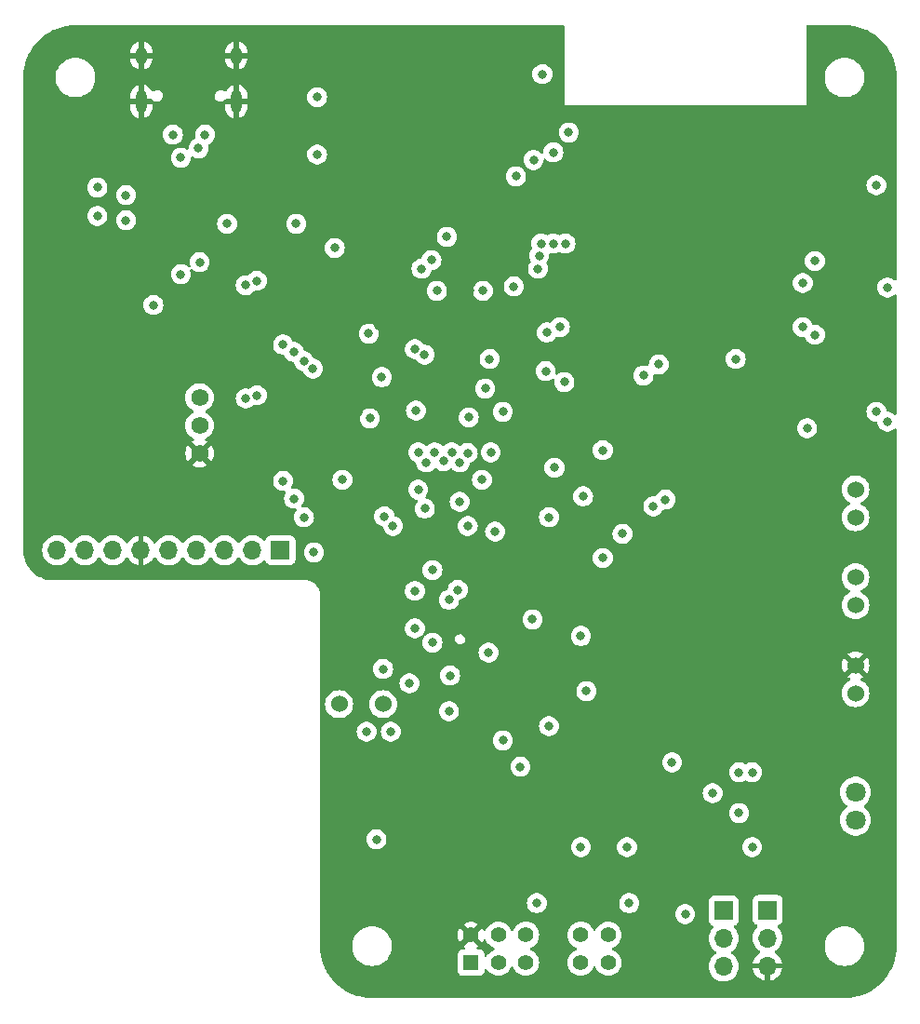
<source format=gbr>
%TF.GenerationSoftware,KiCad,Pcbnew,7.0.6*%
%TF.CreationDate,2023-11-17T16:50:28-08:00*%
%TF.ProjectId,Final_Project_4Layer,46696e61-6c5f-4507-926f-6a6563745f34,1.0*%
%TF.SameCoordinates,Original*%
%TF.FileFunction,Copper,L2,Inr*%
%TF.FilePolarity,Positive*%
%FSLAX46Y46*%
G04 Gerber Fmt 4.6, Leading zero omitted, Abs format (unit mm)*
G04 Created by KiCad (PCBNEW 7.0.6) date 2023-11-17 16:50:28*
%MOMM*%
%LPD*%
G01*
G04 APERTURE LIST*
%TA.AperFunction,ComponentPad*%
%ADD10O,1.700000X1.700000*%
%TD*%
%TA.AperFunction,ComponentPad*%
%ADD11R,1.700000X1.700000*%
%TD*%
%TA.AperFunction,ComponentPad*%
%ADD12C,1.574800*%
%TD*%
%TA.AperFunction,ComponentPad*%
%ADD13C,1.524000*%
%TD*%
%TA.AperFunction,ComponentPad*%
%ADD14O,1.000000X2.100000*%
%TD*%
%TA.AperFunction,ComponentPad*%
%ADD15O,1.000000X1.600000*%
%TD*%
%TA.AperFunction,ComponentPad*%
%ADD16R,1.408000X1.408000*%
%TD*%
%TA.AperFunction,ComponentPad*%
%ADD17C,1.408000*%
%TD*%
%TA.AperFunction,ComponentPad*%
%ADD18C,1.530000*%
%TD*%
%TA.AperFunction,ComponentPad*%
%ADD19C,1.803400*%
%TD*%
%TA.AperFunction,ViaPad*%
%ADD20C,0.800000*%
%TD*%
%TA.AperFunction,Conductor*%
%ADD21C,0.250000*%
%TD*%
G04 APERTURE END LIST*
D10*
%TO.N,/Card_Detect*%
%TO.C,J5*%
X153340000Y-108000000D03*
%TO.N,unconnected-(J5-Pad8)*%
X155880000Y-108000000D03*
%TO.N,/MISO*%
X158420000Y-108000000D03*
%TO.N,GND*%
X160960000Y-108000000D03*
%TO.N,/SCK*%
X163500000Y-108000000D03*
%TO.N,+3.3V*%
X166040000Y-108000000D03*
%TO.N,/MOSI*%
X168580000Y-108000000D03*
%TO.N,/CS_Card*%
X171120000Y-108000000D03*
D11*
%TO.N,unconnected-(J5-Pad1)*%
X173660000Y-108000000D03*
%TD*%
D12*
%TO.N,PWM_Servo*%
%TO.C,J9*%
X166300000Y-94100000D03*
%TO.N,+6V*%
X166300000Y-96640000D03*
%TO.N,GND*%
X166300000Y-99180000D03*
%TD*%
D11*
%TO.N,+3.3V*%
%TO.C,J7*%
X218000000Y-140720000D03*
D10*
%TO.N,Net-(J10-Pad2)*%
X218000000Y-143260000D03*
%TO.N,GND*%
X218000000Y-145800000D03*
%TD*%
D13*
%TO.N,+3.3V*%
%TO.C,J3*%
X226000000Y-105000000D03*
%TO.N,/Force_Signal*%
X226000000Y-102460000D03*
%TD*%
D14*
%TO.N,GND*%
%TO.C,J6*%
X169640000Y-67180000D03*
D15*
X169640000Y-63000000D03*
D14*
X161000000Y-67180000D03*
D15*
X161000000Y-63000000D03*
%TD*%
D11*
%TO.N,/AMPL_GAIN_SEL*%
%TO.C,J10*%
X214000000Y-140775000D03*
D10*
%TO.N,Net-(J10-Pad2)*%
X214000000Y-143315000D03*
%TO.N,Net-(J10-Pad3)*%
X214000000Y-145855000D03*
%TD*%
D16*
%TO.N,unconnected-(S1-Pad1)*%
%TO.C,S1*%
X191000000Y-145500000D03*
D17*
%TO.N,unconnected-(S1-Pad2)*%
X193500000Y-145500000D03*
%TO.N,unconnected-(S1-Pad3)*%
X196000000Y-145500000D03*
%TO.N,unconnected-(S1-Pad4)*%
X201000000Y-145500000D03*
%TO.N,unconnected-(S1-Pad5)*%
X203500000Y-145500000D03*
%TO.N,+3.3V*%
X203500000Y-143000000D03*
%TO.N,Net-(R18-Pad1)*%
X201000000Y-143000000D03*
%TO.N,/SD_MODE*%
X196000000Y-143000000D03*
%TO.N,Net-(R19-Pad2)*%
X193500000Y-143000000D03*
%TO.N,GND*%
X191000000Y-143000000D03*
%TD*%
D18*
%TO.N,/SWDIO*%
%TO.C,TP1*%
X183000000Y-122000000D03*
%TD*%
D13*
%TO.N,Net-(J8-Pin_1)*%
%TO.C,J8*%
X226000000Y-121000000D03*
%TO.N,GND*%
X226000000Y-118460000D03*
%TD*%
%TO.N,+3.3V*%
%TO.C,J2*%
X226000000Y-113000000D03*
%TO.N,/Button_Signal*%
X226000000Y-110460000D03*
%TD*%
D18*
%TO.N,/SWCLK*%
%TO.C,TP2*%
X179000000Y-122000000D03*
%TD*%
D19*
%TO.N,Net-(C20-Pad1)*%
%TO.C,J12*%
X226000000Y-132540000D03*
%TO.N,Net-(C18-Pad1)*%
X226000000Y-130000000D03*
%TD*%
D20*
%TO.N,+3.3V*%
X189100000Y-119400000D03*
X175100000Y-78300000D03*
X182400000Y-134300000D03*
X197500000Y-64700000D03*
X192700000Y-90600000D03*
X201000000Y-115800000D03*
X201000000Y-135000000D03*
X181700000Y-88300000D03*
X213000000Y-130100000D03*
X181800000Y-96000000D03*
X185899500Y-115100000D03*
X221600000Y-96900000D03*
X205200000Y-135000000D03*
X204800000Y-106500000D03*
X192100000Y-84400000D03*
X199900000Y-70000000D03*
X162100000Y-85700000D03*
X215100000Y-90600000D03*
X196600000Y-114300000D03*
X190800000Y-95924500D03*
X201200000Y-103100000D03*
X168800000Y-78300000D03*
X195500000Y-127700000D03*
%TO.N,GND*%
X197187701Y-92987701D03*
X208575500Y-128600000D03*
X182600000Y-87600000D03*
X189300000Y-114100000D03*
X189400000Y-95924500D03*
X159700000Y-69200000D03*
X171100000Y-81400000D03*
X169400000Y-73300000D03*
X215200000Y-126400000D03*
X159500000Y-86000000D03*
X169500000Y-69500000D03*
X185500000Y-61500000D03*
X178000000Y-65400000D03*
X173000000Y-92800000D03*
X216100000Y-97500000D03*
X216900000Y-110400000D03*
X155300000Y-79600000D03*
X220300000Y-92000000D03*
X190300000Y-134900000D03*
X192000000Y-61200000D03*
X210900000Y-119600000D03*
X226000000Y-93500000D03*
X185000000Y-134400000D03*
X190900000Y-84400000D03*
X223000000Y-137800000D03*
X179900000Y-118300000D03*
X216100000Y-95000000D03*
X195000000Y-61300000D03*
X213000000Y-106500000D03*
X196600000Y-119100000D03*
X220500000Y-145800000D03*
X195000000Y-114000000D03*
X162100000Y-90300000D03*
X160500000Y-96200000D03*
X217000000Y-102400000D03*
X185500000Y-79800000D03*
X163700000Y-79300000D03*
X180700000Y-95449500D03*
X173600000Y-73400000D03*
X189000000Y-61200000D03*
X211487701Y-124112299D03*
X222700000Y-124800000D03*
X185899500Y-118300000D03*
X195500000Y-132100000D03*
X199900000Y-68700000D03*
%TO.N,Net-(D1-K)*%
X157000000Y-77600000D03*
X157000000Y-75000000D03*
X159600000Y-78000000D03*
X159600000Y-75700000D03*
%TO.N,RESET*%
X185900000Y-111700000D03*
X187700000Y-99100000D03*
%TO.N,Net-(U2-VDDCORE)*%
X189000000Y-112500000D03*
X188500000Y-99900000D03*
%TO.N,+BATT*%
X177000000Y-66800000D03*
X177000000Y-72000000D03*
%TO.N,D8_NEOPIX*%
X203000000Y-108700000D03*
X203000000Y-98900000D03*
%TO.N,/VO-*%
X215400000Y-128200000D03*
X215400000Y-131900000D03*
%TO.N,/VO+*%
X216600000Y-128200000D03*
X216600000Y-135000000D03*
%TO.N,/SWDIO*%
X190700000Y-105800000D03*
X183900000Y-105800000D03*
X183000000Y-118800000D03*
X190700000Y-99150000D03*
%TO.N,/SWCLK*%
X198100000Y-124000000D03*
X183700000Y-124500000D03*
X181500000Y-124500000D03*
X189975500Y-100000000D03*
X189975500Y-103600000D03*
X198100000Y-105000000D03*
%TO.N,/Button_Signal*%
X207600000Y-104000000D03*
X206700000Y-92100000D03*
%TO.N,/Force_Signal*%
X208700000Y-103400000D03*
X208100000Y-91100000D03*
%TO.N,/CS_Card*%
X175800000Y-105000000D03*
X175800000Y-90800000D03*
%TO.N,/MOSI*%
X186800000Y-104200000D03*
X194900000Y-84000000D03*
X193900000Y-95400000D03*
X186924500Y-99993982D03*
%TO.N,/SCK*%
X186500000Y-82400000D03*
X222300000Y-88400000D03*
X197900000Y-88200000D03*
X185900000Y-89700000D03*
X174900000Y-103300000D03*
X222300000Y-81700000D03*
X197100000Y-82400000D03*
X174900000Y-89974500D03*
%TO.N,/MISO*%
X186200000Y-102500000D03*
X186200000Y-99100000D03*
%TO.N,/Card_Detect*%
X173900000Y-101700000D03*
X173900000Y-89300000D03*
%TO.N,D+*%
X170500000Y-94200000D03*
X164600000Y-72300000D03*
X164600000Y-82900000D03*
X170500000Y-83900000D03*
%TO.N,D-*%
X166206773Y-71445529D03*
X171500000Y-93900000D03*
X171500000Y-83500000D03*
X166300000Y-81800000D03*
%TO.N,unconnected-(J6-SBU1-PadA8)*%
X166800000Y-70200000D03*
X163870500Y-70200000D03*
%TO.N,PWM_Servo*%
X198600000Y-100500000D03*
X197800000Y-91700000D03*
%TO.N,/AMPL_GAIN_SEL*%
X209300000Y-127300000D03*
X210500000Y-141100000D03*
%TO.N,Net-(U2-VSW)*%
X189251000Y-99100000D03*
X189800000Y-111600000D03*
%TO.N,/I2S_LRCLK*%
X182884749Y-92260151D03*
X192600000Y-117300000D03*
X183100000Y-104924500D03*
X193200000Y-106300000D03*
%TO.N,/I2S_BCLK*%
X187500000Y-116400000D03*
X176613329Y-91474500D03*
X189000000Y-122636987D03*
X187500000Y-109800000D03*
X176700000Y-108200000D03*
%TO.N,/I2S_DOUT*%
X185400000Y-120100000D03*
X186000000Y-95300000D03*
%TO.N,/V_DIV*%
X178600000Y-80500000D03*
X192000000Y-101600000D03*
X192800000Y-99100000D03*
X179300000Y-101600000D03*
%TO.N,ESP_BLUE*%
X197400000Y-80100000D03*
X195100000Y-74000000D03*
%TO.N,ESP_RED*%
X196700000Y-72500000D03*
X198500000Y-80100000D03*
%TO.N,ESP_GREEN*%
X198500000Y-71800000D03*
X199600000Y-80100000D03*
%TO.N,JUMBO_LED*%
X201500000Y-120800000D03*
X199500000Y-92700000D03*
%TO.N,/SD_MODE*%
X205400000Y-140100000D03*
X197000000Y-140100000D03*
%TO.N,/ESP_Busy*%
X187900000Y-84400000D03*
X188800000Y-79500000D03*
%TO.N,/CS_Wifi*%
X186767811Y-90195892D03*
X228900000Y-84100000D03*
X197200000Y-81200000D03*
X199100000Y-87700000D03*
X221200000Y-87700000D03*
X187400000Y-81600000D03*
X221200000Y-83700000D03*
X228900000Y-96300000D03*
%TO.N,/I2S_DIN*%
X193900000Y-125300000D03*
X192300000Y-93300000D03*
%TO.N,/MISO_ESP*%
X227900000Y-74800000D03*
X227900000Y-95400000D03*
%TD*%
D21*
%TO.N,GND*%
X208575500Y-128600000D02*
X209100000Y-128600000D01*
%TD*%
%TA.AperFunction,Conductor*%
%TO.N,GND*%
G36*
X192011716Y-143658163D02*
G01*
X192028049Y-143636536D01*
X192028053Y-143636529D01*
X192127499Y-143436813D01*
X192129572Y-143431462D01*
X192131334Y-143432144D01*
X192164043Y-143380285D01*
X192227349Y-143350720D01*
X192296590Y-143360074D01*
X192349781Y-143405378D01*
X192358419Y-143420893D01*
X192365841Y-143436808D01*
X192445931Y-143608563D01*
X192445932Y-143608565D01*
X192445933Y-143608566D01*
X192567623Y-143782357D01*
X192717643Y-143932377D01*
X192891434Y-144054067D01*
X192891435Y-144054067D01*
X192891436Y-144054068D01*
X193070609Y-144137618D01*
X193123048Y-144183790D01*
X193142200Y-144250984D01*
X193121984Y-144317865D01*
X193070609Y-144362382D01*
X192891436Y-144445931D01*
X192848571Y-144475946D01*
X192717643Y-144567623D01*
X192717641Y-144567624D01*
X192717638Y-144567627D01*
X192567627Y-144717638D01*
X192567624Y-144717641D01*
X192567623Y-144717643D01*
X192536641Y-144761890D01*
X192445929Y-144891439D01*
X192443886Y-144894979D01*
X192393318Y-144943194D01*
X192324710Y-144956415D01*
X192259846Y-144930446D01*
X192219319Y-144873531D01*
X192212500Y-144832977D01*
X192212500Y-144747362D01*
X192212499Y-144747345D01*
X192208892Y-144713806D01*
X192205989Y-144686799D01*
X192190337Y-144644836D01*
X192183522Y-144626564D01*
X192154889Y-144549796D01*
X192067261Y-144432739D01*
X191950204Y-144345111D01*
X191950203Y-144345110D01*
X191813203Y-144294011D01*
X191752654Y-144287500D01*
X191752638Y-144287500D01*
X191643525Y-144287500D01*
X191576486Y-144267815D01*
X191530731Y-144215011D01*
X191520787Y-144145853D01*
X191549812Y-144082297D01*
X191578246Y-144058074D01*
X191656231Y-144009786D01*
X191656231Y-144009785D01*
X191088231Y-143441784D01*
X191134138Y-143434865D01*
X191256357Y-143376007D01*
X191355798Y-143283740D01*
X191423625Y-143166260D01*
X191441499Y-143087946D01*
X192011716Y-143658163D01*
G37*
%TD.AperFunction*%
%TA.AperFunction,Conductor*%
G36*
X199443039Y-60274185D02*
G01*
X199488794Y-60326989D01*
X199500000Y-60378499D01*
X199500000Y-67500000D01*
X221500000Y-67500000D01*
X221500000Y-65135176D01*
X223196300Y-65135176D01*
X223236589Y-65402482D01*
X223236591Y-65402488D01*
X223316275Y-65660814D01*
X223433567Y-65904374D01*
X223433569Y-65904376D01*
X223433570Y-65904379D01*
X223536795Y-66055783D01*
X223585856Y-66127742D01*
X223769727Y-66325909D01*
X223769731Y-66325912D01*
X223769732Y-66325913D01*
X223981090Y-66494466D01*
X224215209Y-66629635D01*
X224466859Y-66728400D01*
X224730419Y-66788556D01*
X224780940Y-66792342D01*
X224932499Y-66803700D01*
X224932505Y-66803700D01*
X225067501Y-66803700D01*
X225202218Y-66793604D01*
X225269581Y-66788556D01*
X225533141Y-66728400D01*
X225784791Y-66629635D01*
X226018910Y-66494466D01*
X226230268Y-66325913D01*
X226414144Y-66127742D01*
X226566430Y-65904379D01*
X226683725Y-65660814D01*
X226763409Y-65402487D01*
X226788361Y-65236942D01*
X226803699Y-65135176D01*
X226803700Y-65135167D01*
X226803700Y-64864832D01*
X226803699Y-64864823D01*
X226763410Y-64597517D01*
X226763408Y-64597511D01*
X226760815Y-64589105D01*
X226683725Y-64339186D01*
X226566430Y-64095621D01*
X226414144Y-63872258D01*
X226376053Y-63831206D01*
X226230272Y-63674090D01*
X226142250Y-63603895D01*
X226018910Y-63505534D01*
X225784791Y-63370365D01*
X225533141Y-63271600D01*
X225533132Y-63271598D01*
X225533129Y-63271597D01*
X225269578Y-63211443D01*
X225067501Y-63196300D01*
X225067495Y-63196300D01*
X224932505Y-63196300D01*
X224932499Y-63196300D01*
X224730421Y-63211443D01*
X224466870Y-63271597D01*
X224466862Y-63271599D01*
X224466859Y-63271600D01*
X224466856Y-63271600D01*
X224466853Y-63271602D01*
X224215208Y-63370365D01*
X223981090Y-63505534D01*
X223769727Y-63674090D01*
X223585856Y-63872257D01*
X223433567Y-64095625D01*
X223316275Y-64339185D01*
X223236591Y-64597511D01*
X223236589Y-64597517D01*
X223196300Y-64864823D01*
X223196300Y-65135176D01*
X221500000Y-65135176D01*
X221500000Y-60378500D01*
X221519685Y-60311461D01*
X221572489Y-60265706D01*
X221624000Y-60254500D01*
X224955125Y-60254500D01*
X225000000Y-60254500D01*
X225410915Y-60272440D01*
X225416267Y-60272909D01*
X225821376Y-60326243D01*
X225826684Y-60327179D01*
X226225594Y-60415615D01*
X226230784Y-60417005D01*
X226620480Y-60539876D01*
X226625557Y-60541724D01*
X227003044Y-60698084D01*
X227007922Y-60700358D01*
X227370371Y-60889037D01*
X227375020Y-60891722D01*
X227719629Y-61111263D01*
X227724048Y-61114357D01*
X227941653Y-61281331D01*
X228048203Y-61363089D01*
X228052348Y-61366568D01*
X228353578Y-61642595D01*
X228357404Y-61646421D01*
X228633431Y-61947651D01*
X228636910Y-61951796D01*
X228885640Y-62275948D01*
X228888739Y-62280374D01*
X229108273Y-62624972D01*
X229110966Y-62629636D01*
X229142530Y-62690269D01*
X229299632Y-62992059D01*
X229301919Y-62996964D01*
X229458273Y-63374438D01*
X229460124Y-63379523D01*
X229511843Y-63543552D01*
X229553000Y-63674087D01*
X229582987Y-63769191D01*
X229584387Y-63774418D01*
X229672819Y-64173313D01*
X229673759Y-64178642D01*
X229727088Y-64583714D01*
X229727560Y-64589105D01*
X229745500Y-65000000D01*
X229745500Y-83358260D01*
X229725815Y-83425299D01*
X229673011Y-83471054D01*
X229603853Y-83480998D01*
X229540297Y-83451973D01*
X229529351Y-83441233D01*
X229511255Y-83421136D01*
X229511254Y-83421135D01*
X229511253Y-83421134D01*
X229356752Y-83308882D01*
X229182288Y-83231206D01*
X229182286Y-83231205D01*
X228995487Y-83191500D01*
X228804513Y-83191500D01*
X228617714Y-83231205D01*
X228443246Y-83308883D01*
X228288745Y-83421135D01*
X228160959Y-83563057D01*
X228065473Y-83728443D01*
X228065470Y-83728450D01*
X228006459Y-83910068D01*
X228006458Y-83910072D01*
X227986496Y-84100000D01*
X228006458Y-84289928D01*
X228006459Y-84289931D01*
X228065470Y-84471549D01*
X228065473Y-84471556D01*
X228160960Y-84636944D01*
X228288747Y-84778866D01*
X228443248Y-84891118D01*
X228617712Y-84968794D01*
X228804513Y-85008500D01*
X228995487Y-85008500D01*
X229182288Y-84968794D01*
X229356752Y-84891118D01*
X229511253Y-84778866D01*
X229529350Y-84758766D01*
X229588836Y-84722119D01*
X229658693Y-84723448D01*
X229716741Y-84762335D01*
X229744551Y-84826431D01*
X229745500Y-84841739D01*
X229745500Y-95558260D01*
X229725815Y-95625299D01*
X229673011Y-95671054D01*
X229603853Y-95680998D01*
X229540297Y-95651973D01*
X229529351Y-95641233D01*
X229511255Y-95621136D01*
X229511254Y-95621135D01*
X229511253Y-95621134D01*
X229356752Y-95508882D01*
X229182288Y-95431206D01*
X229182286Y-95431205D01*
X228995487Y-95391500D01*
X228924261Y-95391500D01*
X228857222Y-95371815D01*
X228811467Y-95319011D01*
X228800940Y-95280462D01*
X228798539Y-95257618D01*
X228793542Y-95210072D01*
X228734527Y-95028444D01*
X228639040Y-94863056D01*
X228511253Y-94721134D01*
X228356752Y-94608882D01*
X228182288Y-94531206D01*
X228182286Y-94531205D01*
X227995487Y-94491500D01*
X227804513Y-94491500D01*
X227617714Y-94531205D01*
X227443246Y-94608883D01*
X227288745Y-94721135D01*
X227160959Y-94863057D01*
X227065473Y-95028443D01*
X227065470Y-95028450D01*
X227006459Y-95210068D01*
X227006458Y-95210072D01*
X226986496Y-95400000D01*
X227006458Y-95589928D01*
X227006459Y-95589931D01*
X227065470Y-95771549D01*
X227065473Y-95771556D01*
X227160960Y-95936944D01*
X227288747Y-96078866D01*
X227443248Y-96191118D01*
X227617712Y-96268794D01*
X227804513Y-96308500D01*
X227875739Y-96308500D01*
X227942778Y-96328185D01*
X227988533Y-96380989D01*
X227999060Y-96419538D01*
X228006458Y-96489929D01*
X228006459Y-96489932D01*
X228065470Y-96671549D01*
X228065473Y-96671556D01*
X228160960Y-96836944D01*
X228288747Y-96978866D01*
X228443248Y-97091118D01*
X228617712Y-97168794D01*
X228804513Y-97208500D01*
X228995487Y-97208500D01*
X229182288Y-97168794D01*
X229356752Y-97091118D01*
X229511253Y-96978866D01*
X229529350Y-96958766D01*
X229588836Y-96922119D01*
X229658693Y-96923448D01*
X229716741Y-96962335D01*
X229744551Y-97026431D01*
X229745500Y-97041739D01*
X229745500Y-144000000D01*
X229727560Y-144410894D01*
X229727088Y-144416285D01*
X229673759Y-144821357D01*
X229672819Y-144826686D01*
X229584387Y-145225581D01*
X229582987Y-145230808D01*
X229460124Y-145620476D01*
X229458273Y-145625561D01*
X229301919Y-146003035D01*
X229299631Y-146007940D01*
X229251718Y-146099983D01*
X229110973Y-146370351D01*
X229108267Y-146375037D01*
X228888744Y-146719618D01*
X228885640Y-146724051D01*
X228636910Y-147048203D01*
X228633431Y-147052348D01*
X228357404Y-147353578D01*
X228353578Y-147357404D01*
X228052348Y-147633431D01*
X228048203Y-147636910D01*
X227724051Y-147885640D01*
X227719618Y-147888744D01*
X227375037Y-148108267D01*
X227370351Y-148110973D01*
X227007940Y-148299632D01*
X227003035Y-148301919D01*
X226625561Y-148458273D01*
X226620476Y-148460124D01*
X226230808Y-148582987D01*
X226225581Y-148584387D01*
X225826686Y-148672819D01*
X225821357Y-148673759D01*
X225416285Y-148727088D01*
X225410894Y-148727560D01*
X225000000Y-148745500D01*
X182000000Y-148745500D01*
X181589105Y-148727560D01*
X181583714Y-148727088D01*
X181178642Y-148673759D01*
X181173313Y-148672819D01*
X180774418Y-148584387D01*
X180769199Y-148582989D01*
X180562313Y-148517758D01*
X180379523Y-148460124D01*
X180374438Y-148458273D01*
X179996964Y-148301919D01*
X179992067Y-148299636D01*
X179629636Y-148110966D01*
X179624972Y-148108273D01*
X179280374Y-147888739D01*
X179275948Y-147885640D01*
X178951796Y-147636910D01*
X178947651Y-147633431D01*
X178646421Y-147357404D01*
X178642595Y-147353578D01*
X178366568Y-147052348D01*
X178363089Y-147048203D01*
X178323177Y-146996189D01*
X178114357Y-146724048D01*
X178111263Y-146719629D01*
X177891722Y-146375020D01*
X177889037Y-146370371D01*
X177827757Y-146252654D01*
X189787500Y-146252654D01*
X189794011Y-146313202D01*
X189794011Y-146313204D01*
X189838460Y-146432372D01*
X189845111Y-146450204D01*
X189932739Y-146567261D01*
X190049796Y-146654889D01*
X190186799Y-146705989D01*
X190214050Y-146708918D01*
X190247345Y-146712499D01*
X190247362Y-146712500D01*
X191752638Y-146712500D01*
X191752654Y-146712499D01*
X191779692Y-146709591D01*
X191813201Y-146705989D01*
X191950204Y-146654889D01*
X192067261Y-146567261D01*
X192154889Y-146450204D01*
X192205989Y-146313201D01*
X192209591Y-146279692D01*
X192212499Y-146252654D01*
X192212500Y-146252637D01*
X192212500Y-146167022D01*
X192232185Y-146099983D01*
X192284989Y-146054228D01*
X192354147Y-146044284D01*
X192417703Y-146073309D01*
X192443889Y-146105025D01*
X192445932Y-146108564D01*
X192445933Y-146108566D01*
X192567623Y-146282357D01*
X192717643Y-146432377D01*
X192891434Y-146554067D01*
X193083716Y-146643730D01*
X193288647Y-146698641D01*
X193439613Y-146711848D01*
X193499998Y-146717132D01*
X193500000Y-146717132D01*
X193500002Y-146717132D01*
X193552955Y-146712499D01*
X193711353Y-146698641D01*
X193916284Y-146643730D01*
X194108566Y-146554067D01*
X194282357Y-146432377D01*
X194432377Y-146282357D01*
X194554067Y-146108566D01*
X194637619Y-145929388D01*
X194683790Y-145876951D01*
X194750984Y-145857799D01*
X194817865Y-145878015D01*
X194862380Y-145929388D01*
X194896723Y-146003035D01*
X194945931Y-146108563D01*
X194945932Y-146108564D01*
X194945933Y-146108566D01*
X195067623Y-146282357D01*
X195217643Y-146432377D01*
X195391434Y-146554067D01*
X195583716Y-146643730D01*
X195788647Y-146698641D01*
X195939613Y-146711848D01*
X195999998Y-146717132D01*
X196000000Y-146717132D01*
X196000002Y-146717132D01*
X196052955Y-146712499D01*
X196211353Y-146698641D01*
X196416284Y-146643730D01*
X196608566Y-146554067D01*
X196782357Y-146432377D01*
X196932377Y-146282357D01*
X197054067Y-146108566D01*
X197143730Y-145916284D01*
X197198641Y-145711353D01*
X197217132Y-145500001D01*
X199782868Y-145500001D01*
X199801358Y-145711347D01*
X199801360Y-145711358D01*
X199856267Y-145916276D01*
X199856269Y-145916280D01*
X199856270Y-145916284D01*
X199896723Y-146003035D01*
X199945931Y-146108563D01*
X199945932Y-146108564D01*
X199945933Y-146108566D01*
X200067623Y-146282357D01*
X200217643Y-146432377D01*
X200391434Y-146554067D01*
X200583716Y-146643730D01*
X200788647Y-146698641D01*
X200939613Y-146711848D01*
X200999998Y-146717132D01*
X201000000Y-146717132D01*
X201000002Y-146717132D01*
X201052955Y-146712499D01*
X201211353Y-146698641D01*
X201416284Y-146643730D01*
X201608566Y-146554067D01*
X201782357Y-146432377D01*
X201932377Y-146282357D01*
X202054067Y-146108566D01*
X202137619Y-145929388D01*
X202183790Y-145876951D01*
X202250984Y-145857799D01*
X202317865Y-145878015D01*
X202362380Y-145929388D01*
X202396723Y-146003035D01*
X202445931Y-146108563D01*
X202445932Y-146108564D01*
X202445933Y-146108566D01*
X202567623Y-146282357D01*
X202717643Y-146432377D01*
X202891434Y-146554067D01*
X203083716Y-146643730D01*
X203288647Y-146698641D01*
X203439613Y-146711848D01*
X203499998Y-146717132D01*
X203500000Y-146717132D01*
X203500002Y-146717132D01*
X203552955Y-146712499D01*
X203711353Y-146698641D01*
X203916284Y-146643730D01*
X204108566Y-146554067D01*
X204282357Y-146432377D01*
X204432377Y-146282357D01*
X204554067Y-146108566D01*
X204643730Y-145916284D01*
X204660150Y-145855005D01*
X212636844Y-145855005D01*
X212655434Y-146079359D01*
X212655436Y-146079371D01*
X212710703Y-146297614D01*
X212801140Y-146503792D01*
X212924276Y-146692265D01*
X212924284Y-146692276D01*
X213076756Y-146857902D01*
X213076760Y-146857906D01*
X213254424Y-146996189D01*
X213254425Y-146996189D01*
X213254427Y-146996191D01*
X213350538Y-147048203D01*
X213452426Y-147103342D01*
X213665365Y-147176444D01*
X213887431Y-147213500D01*
X214112569Y-147213500D01*
X214334635Y-147176444D01*
X214547574Y-147103342D01*
X214745576Y-146996189D01*
X214923240Y-146857906D01*
X215022614Y-146749957D01*
X215075715Y-146692276D01*
X215075716Y-146692274D01*
X215075722Y-146692268D01*
X215198860Y-146503791D01*
X215289296Y-146297616D01*
X215344564Y-146079368D01*
X215350682Y-146005535D01*
X215363156Y-145855005D01*
X215363156Y-145854994D01*
X215344565Y-145630640D01*
X215344563Y-145630628D01*
X215324145Y-145549999D01*
X215289296Y-145412384D01*
X215198860Y-145206209D01*
X215075722Y-145017732D01*
X215075719Y-145017729D01*
X215075715Y-145017723D01*
X214923243Y-144852097D01*
X214923238Y-144852092D01*
X214745577Y-144713812D01*
X214745578Y-144713812D01*
X214745576Y-144713811D01*
X214709070Y-144694055D01*
X214659479Y-144644836D01*
X214644371Y-144576619D01*
X214668541Y-144511064D01*
X214709070Y-144475945D01*
X214712987Y-144473825D01*
X214745576Y-144456189D01*
X214923240Y-144317906D01*
X215075722Y-144152268D01*
X215198860Y-143963791D01*
X215289296Y-143757616D01*
X215344564Y-143539368D01*
X215344565Y-143539359D01*
X215363156Y-143315005D01*
X215363156Y-143314994D01*
X215358599Y-143260005D01*
X216636844Y-143260005D01*
X216655434Y-143484359D01*
X216655436Y-143484371D01*
X216710703Y-143702614D01*
X216801140Y-143908792D01*
X216924276Y-144097265D01*
X216924284Y-144097276D01*
X217063973Y-144249016D01*
X217076760Y-144262906D01*
X217254424Y-144401189D01*
X217277354Y-144413598D01*
X217297695Y-144424606D01*
X217347286Y-144473825D01*
X217362394Y-144542042D01*
X217338224Y-144607597D01*
X217309802Y-144635236D01*
X217128922Y-144761890D01*
X217128920Y-144761891D01*
X216961891Y-144928920D01*
X216961886Y-144928926D01*
X216826400Y-145122420D01*
X216826399Y-145122422D01*
X216726570Y-145336507D01*
X216726567Y-145336513D01*
X216669364Y-145549999D01*
X216669364Y-145550000D01*
X217566314Y-145550000D01*
X217540507Y-145590156D01*
X217500000Y-145728111D01*
X217500000Y-145871889D01*
X217540507Y-146009844D01*
X217566314Y-146050000D01*
X216669364Y-146050000D01*
X216726567Y-146263486D01*
X216726570Y-146263492D01*
X216826399Y-146477578D01*
X216961894Y-146671082D01*
X217128917Y-146838105D01*
X217322421Y-146973600D01*
X217536507Y-147073429D01*
X217536516Y-147073433D01*
X217749998Y-147130635D01*
X217749999Y-147130634D01*
X217749999Y-146235501D01*
X217857685Y-146284680D01*
X217964237Y-146300000D01*
X218035763Y-146300000D01*
X218142315Y-146284680D01*
X218250000Y-146235501D01*
X218250000Y-147130633D01*
X218463483Y-147073433D01*
X218463492Y-147073429D01*
X218677578Y-146973600D01*
X218871082Y-146838105D01*
X219038105Y-146671082D01*
X219173600Y-146477578D01*
X219273429Y-146263492D01*
X219273432Y-146263486D01*
X219330636Y-146050000D01*
X218433686Y-146050000D01*
X218459493Y-146009844D01*
X218500000Y-145871889D01*
X218500000Y-145728111D01*
X218459493Y-145590156D01*
X218433686Y-145550000D01*
X219330636Y-145550000D01*
X219330635Y-145549999D01*
X219273432Y-145336513D01*
X219273429Y-145336507D01*
X219173600Y-145122422D01*
X219173599Y-145122420D01*
X219038113Y-144928926D01*
X219038108Y-144928920D01*
X218871082Y-144761894D01*
X218690197Y-144635236D01*
X218646572Y-144580659D01*
X218639380Y-144511160D01*
X218670902Y-144448806D01*
X218702300Y-144424608D01*
X218745576Y-144401189D01*
X218923240Y-144262906D01*
X219040825Y-144135176D01*
X223196300Y-144135176D01*
X223236589Y-144402482D01*
X223236591Y-144402488D01*
X223316275Y-144660814D01*
X223433567Y-144904374D01*
X223433569Y-144904376D01*
X223433570Y-144904379D01*
X223555838Y-145083714D01*
X223585856Y-145127742D01*
X223769727Y-145325909D01*
X223769731Y-145325912D01*
X223769732Y-145325913D01*
X223981090Y-145494466D01*
X224215209Y-145629635D01*
X224466859Y-145728400D01*
X224730419Y-145788556D01*
X224780940Y-145792342D01*
X224932499Y-145803700D01*
X224932505Y-145803700D01*
X225067501Y-145803700D01*
X225202219Y-145793603D01*
X225269581Y-145788556D01*
X225533141Y-145728400D01*
X225784791Y-145629635D01*
X226018910Y-145494466D01*
X226230268Y-145325913D01*
X226414144Y-145127742D01*
X226566430Y-144904379D01*
X226683725Y-144660814D01*
X226763409Y-144402487D01*
X226763605Y-144401190D01*
X226803699Y-144135176D01*
X226803700Y-144135167D01*
X226803700Y-143864832D01*
X226803699Y-143864823D01*
X226763410Y-143597517D01*
X226763408Y-143597511D01*
X226745473Y-143539368D01*
X226683725Y-143339186D01*
X226566430Y-143095621D01*
X226414144Y-142872258D01*
X226403849Y-142861163D01*
X226230272Y-142674090D01*
X226151419Y-142611207D01*
X226018910Y-142505534D01*
X225784791Y-142370365D01*
X225533141Y-142271600D01*
X225533132Y-142271598D01*
X225533129Y-142271597D01*
X225269578Y-142211443D01*
X225067501Y-142196300D01*
X225067495Y-142196300D01*
X224932505Y-142196300D01*
X224932499Y-142196300D01*
X224730421Y-142211443D01*
X224466870Y-142271597D01*
X224466862Y-142271599D01*
X224466859Y-142271600D01*
X224466856Y-142271600D01*
X224466853Y-142271602D01*
X224215208Y-142370365D01*
X223981090Y-142505534D01*
X223769727Y-142674090D01*
X223585856Y-142872257D01*
X223433567Y-143095625D01*
X223316275Y-143339185D01*
X223236591Y-143597511D01*
X223236589Y-143597517D01*
X223196300Y-143864823D01*
X223196300Y-144135176D01*
X219040825Y-144135176D01*
X219040833Y-144135167D01*
X219075715Y-144097276D01*
X219075716Y-144097274D01*
X219075722Y-144097268D01*
X219198860Y-143908791D01*
X219289296Y-143702616D01*
X219344564Y-143484368D01*
X219348666Y-143434865D01*
X219363156Y-143260005D01*
X219363156Y-143259994D01*
X219344565Y-143035640D01*
X219344563Y-143035628D01*
X219289296Y-142817385D01*
X219276690Y-142788647D01*
X219198860Y-142611209D01*
X219176713Y-142577311D01*
X219129819Y-142505534D01*
X219075722Y-142422732D01*
X219075719Y-142422729D01*
X219075715Y-142422723D01*
X218930510Y-142264991D01*
X218899587Y-142202337D01*
X218907447Y-142132911D01*
X218951594Y-142078755D01*
X218978405Y-142064827D01*
X219058584Y-142034920D01*
X219096204Y-142020889D01*
X219213261Y-141933261D01*
X219300889Y-141816204D01*
X219351989Y-141679201D01*
X219356532Y-141636942D01*
X219358499Y-141618654D01*
X219358500Y-141618637D01*
X219358500Y-139821362D01*
X219358499Y-139821345D01*
X219355157Y-139790270D01*
X219351989Y-139760799D01*
X219339923Y-139728450D01*
X219321403Y-139678795D01*
X219300889Y-139623796D01*
X219213261Y-139506739D01*
X219096204Y-139419111D01*
X219089204Y-139416500D01*
X218959203Y-139368011D01*
X218898654Y-139361500D01*
X218898638Y-139361500D01*
X217101362Y-139361500D01*
X217101345Y-139361500D01*
X217040797Y-139368011D01*
X217040795Y-139368011D01*
X216903795Y-139419111D01*
X216786739Y-139506739D01*
X216699111Y-139623795D01*
X216648011Y-139760795D01*
X216648011Y-139760797D01*
X216641500Y-139821345D01*
X216641500Y-141618654D01*
X216648011Y-141679202D01*
X216648011Y-141679204D01*
X216686677Y-141782868D01*
X216699111Y-141816204D01*
X216786739Y-141933261D01*
X216903796Y-142020889D01*
X216955737Y-142040262D01*
X217021595Y-142064827D01*
X217077528Y-142106699D01*
X217101944Y-142172163D01*
X217087092Y-142240436D01*
X217069490Y-142264991D01*
X216924279Y-142422730D01*
X216924276Y-142422734D01*
X216801140Y-142611207D01*
X216710703Y-142817385D01*
X216655436Y-143035628D01*
X216655434Y-143035640D01*
X216636844Y-143259994D01*
X216636844Y-143260005D01*
X215358599Y-143260005D01*
X215344565Y-143090640D01*
X215344563Y-143090628D01*
X215321613Y-143000000D01*
X215289296Y-142872384D01*
X215198860Y-142666209D01*
X215188722Y-142650692D01*
X215075723Y-142477734D01*
X215075715Y-142477723D01*
X214930510Y-142319991D01*
X214899587Y-142257337D01*
X214907447Y-142187911D01*
X214951594Y-142133755D01*
X214978405Y-142119827D01*
X215058584Y-142089920D01*
X215096204Y-142075889D01*
X215213261Y-141988261D01*
X215300889Y-141871204D01*
X215351989Y-141734201D01*
X215357902Y-141679202D01*
X215358499Y-141673654D01*
X215358500Y-141673637D01*
X215358500Y-139876362D01*
X215358499Y-139876345D01*
X215355157Y-139845270D01*
X215351989Y-139815799D01*
X215300889Y-139678796D01*
X215213261Y-139561739D01*
X215096204Y-139474111D01*
X215096203Y-139474110D01*
X214959203Y-139423011D01*
X214898654Y-139416500D01*
X214898638Y-139416500D01*
X213101362Y-139416500D01*
X213101345Y-139416500D01*
X213040797Y-139423011D01*
X213040795Y-139423011D01*
X212903795Y-139474111D01*
X212786739Y-139561739D01*
X212699111Y-139678795D01*
X212648011Y-139815795D01*
X212648011Y-139815797D01*
X212641500Y-139876345D01*
X212641500Y-141673654D01*
X212648011Y-141734202D01*
X212648011Y-141734204D01*
X212686354Y-141837002D01*
X212699111Y-141871204D01*
X212786739Y-141988261D01*
X212903796Y-142075889D01*
X212955737Y-142095262D01*
X213021595Y-142119827D01*
X213077528Y-142161699D01*
X213101944Y-142227163D01*
X213087092Y-142295436D01*
X213069490Y-142319991D01*
X212924279Y-142477730D01*
X212924276Y-142477734D01*
X212801140Y-142666207D01*
X212710703Y-142872385D01*
X212655436Y-143090628D01*
X212655434Y-143090640D01*
X212636844Y-143314994D01*
X212636844Y-143315005D01*
X212655434Y-143539359D01*
X212655436Y-143539371D01*
X212710703Y-143757614D01*
X212801140Y-143963792D01*
X212924276Y-144152265D01*
X212924284Y-144152276D01*
X213076756Y-144317902D01*
X213076761Y-144317907D01*
X213133902Y-144362382D01*
X213254424Y-144456189D01*
X213254429Y-144456191D01*
X213254431Y-144456193D01*
X213290930Y-144475946D01*
X213340520Y-144525165D01*
X213355628Y-144593382D01*
X213331457Y-144658937D01*
X213290930Y-144694054D01*
X213254431Y-144713806D01*
X213254422Y-144713812D01*
X213076761Y-144852092D01*
X213076756Y-144852097D01*
X212924284Y-145017723D01*
X212924276Y-145017734D01*
X212801140Y-145206207D01*
X212710703Y-145412385D01*
X212655436Y-145630628D01*
X212655434Y-145630640D01*
X212636844Y-145854994D01*
X212636844Y-145855005D01*
X204660150Y-145855005D01*
X204698641Y-145711353D01*
X204717132Y-145500000D01*
X204698641Y-145288647D01*
X204643730Y-145083716D01*
X204554067Y-144891434D01*
X204432377Y-144717643D01*
X204282357Y-144567623D01*
X204108566Y-144445933D01*
X204108565Y-144445932D01*
X204108563Y-144445931D01*
X204012608Y-144401187D01*
X203929388Y-144362380D01*
X203876951Y-144316210D01*
X203857799Y-144249016D01*
X203878015Y-144182135D01*
X203929388Y-144137619D01*
X204108566Y-144054067D01*
X204282357Y-143932377D01*
X204432377Y-143782357D01*
X204554067Y-143608566D01*
X204643730Y-143416284D01*
X204698641Y-143211353D01*
X204717132Y-143000000D01*
X204698641Y-142788647D01*
X204643730Y-142583716D01*
X204554067Y-142391434D01*
X204432377Y-142217643D01*
X204282357Y-142067623D01*
X204108566Y-141945933D01*
X204108565Y-141945932D01*
X204108563Y-141945931D01*
X203991011Y-141891116D01*
X203916284Y-141856270D01*
X203916280Y-141856269D01*
X203916276Y-141856267D01*
X203711358Y-141801360D01*
X203711354Y-141801359D01*
X203711353Y-141801359D01*
X203711352Y-141801358D01*
X203711347Y-141801358D01*
X203500002Y-141782868D01*
X203499998Y-141782868D01*
X203288652Y-141801358D01*
X203288641Y-141801360D01*
X203083723Y-141856267D01*
X203083714Y-141856271D01*
X202891436Y-141945931D01*
X202802079Y-142008500D01*
X202717643Y-142067623D01*
X202717641Y-142067624D01*
X202717638Y-142067627D01*
X202567627Y-142217638D01*
X202567624Y-142217641D01*
X202567623Y-142217643D01*
X202513152Y-142295436D01*
X202445931Y-142391436D01*
X202362382Y-142570609D01*
X202316210Y-142623048D01*
X202249016Y-142642200D01*
X202182135Y-142621984D01*
X202137618Y-142570609D01*
X202054068Y-142391436D01*
X202039314Y-142370365D01*
X201932377Y-142217643D01*
X201782357Y-142067623D01*
X201608566Y-141945933D01*
X201608565Y-141945932D01*
X201608563Y-141945931D01*
X201491011Y-141891116D01*
X201416284Y-141856270D01*
X201416280Y-141856269D01*
X201416276Y-141856267D01*
X201211358Y-141801360D01*
X201211354Y-141801359D01*
X201211353Y-141801359D01*
X201211352Y-141801358D01*
X201211347Y-141801358D01*
X201000002Y-141782868D01*
X200999998Y-141782868D01*
X200788652Y-141801358D01*
X200788641Y-141801360D01*
X200583723Y-141856267D01*
X200583714Y-141856271D01*
X200391436Y-141945931D01*
X200302079Y-142008500D01*
X200217643Y-142067623D01*
X200217641Y-142067624D01*
X200217638Y-142067627D01*
X200067627Y-142217638D01*
X200067624Y-142217641D01*
X200067623Y-142217643D01*
X200013152Y-142295436D01*
X199945931Y-142391436D01*
X199856271Y-142583714D01*
X199856267Y-142583723D01*
X199801360Y-142788641D01*
X199801358Y-142788652D01*
X199782868Y-142999998D01*
X199782868Y-143000001D01*
X199801358Y-143211347D01*
X199801360Y-143211358D01*
X199856267Y-143416276D01*
X199856269Y-143416280D01*
X199856270Y-143416284D01*
X199865841Y-143436808D01*
X199945931Y-143608563D01*
X199945932Y-143608565D01*
X199945933Y-143608566D01*
X200067623Y-143782357D01*
X200217643Y-143932377D01*
X200391434Y-144054067D01*
X200391435Y-144054067D01*
X200391436Y-144054068D01*
X200570609Y-144137618D01*
X200623048Y-144183790D01*
X200642200Y-144250984D01*
X200621984Y-144317865D01*
X200570609Y-144362382D01*
X200391436Y-144445931D01*
X200348571Y-144475946D01*
X200217643Y-144567623D01*
X200217641Y-144567624D01*
X200217638Y-144567627D01*
X200067627Y-144717638D01*
X200067624Y-144717641D01*
X200067623Y-144717643D01*
X200036641Y-144761890D01*
X199945931Y-144891436D01*
X199856271Y-145083714D01*
X199856267Y-145083723D01*
X199801360Y-145288641D01*
X199801358Y-145288652D01*
X199782868Y-145499998D01*
X199782868Y-145500001D01*
X197217132Y-145500001D01*
X197217132Y-145500000D01*
X197198641Y-145288647D01*
X197143730Y-145083716D01*
X197054067Y-144891434D01*
X196932377Y-144717643D01*
X196782357Y-144567623D01*
X196608566Y-144445933D01*
X196608565Y-144445932D01*
X196608563Y-144445931D01*
X196512608Y-144401187D01*
X196429388Y-144362380D01*
X196376951Y-144316210D01*
X196357799Y-144249016D01*
X196378015Y-144182135D01*
X196429388Y-144137619D01*
X196608566Y-144054067D01*
X196782357Y-143932377D01*
X196932377Y-143782357D01*
X197054067Y-143608566D01*
X197143730Y-143416284D01*
X197198641Y-143211353D01*
X197217132Y-143000000D01*
X197198641Y-142788647D01*
X197143730Y-142583716D01*
X197054067Y-142391434D01*
X196932377Y-142217643D01*
X196782357Y-142067623D01*
X196608566Y-141945933D01*
X196608565Y-141945932D01*
X196608563Y-141945931D01*
X196491011Y-141891116D01*
X196416284Y-141856270D01*
X196416280Y-141856269D01*
X196416276Y-141856267D01*
X196211358Y-141801360D01*
X196211354Y-141801359D01*
X196211353Y-141801359D01*
X196211352Y-141801358D01*
X196211347Y-141801358D01*
X196000002Y-141782868D01*
X195999998Y-141782868D01*
X195788652Y-141801358D01*
X195788641Y-141801360D01*
X195583723Y-141856267D01*
X195583714Y-141856271D01*
X195391436Y-141945931D01*
X195302079Y-142008500D01*
X195217643Y-142067623D01*
X195217641Y-142067624D01*
X195217638Y-142067627D01*
X195067627Y-142217638D01*
X195067624Y-142217641D01*
X195067623Y-142217643D01*
X195013152Y-142295436D01*
X194945931Y-142391436D01*
X194862382Y-142570609D01*
X194816210Y-142623048D01*
X194749016Y-142642200D01*
X194682135Y-142621984D01*
X194637618Y-142570609D01*
X194554068Y-142391436D01*
X194539314Y-142370365D01*
X194432377Y-142217643D01*
X194282357Y-142067623D01*
X194108566Y-141945933D01*
X194108565Y-141945932D01*
X194108563Y-141945931D01*
X193991011Y-141891116D01*
X193916284Y-141856270D01*
X193916280Y-141856269D01*
X193916276Y-141856267D01*
X193711358Y-141801360D01*
X193711354Y-141801359D01*
X193711353Y-141801359D01*
X193711352Y-141801358D01*
X193711347Y-141801358D01*
X193500002Y-141782868D01*
X193499998Y-141782868D01*
X193288652Y-141801358D01*
X193288641Y-141801360D01*
X193083723Y-141856267D01*
X193083714Y-141856271D01*
X192891436Y-141945931D01*
X192802079Y-142008500D01*
X192717643Y-142067623D01*
X192717641Y-142067624D01*
X192717638Y-142067627D01*
X192567627Y-142217638D01*
X192567624Y-142217641D01*
X192567623Y-142217643D01*
X192513152Y-142295436D01*
X192445931Y-142391436D01*
X192358422Y-142579101D01*
X192312250Y-142631540D01*
X192245056Y-142650692D01*
X192178175Y-142630476D01*
X192132840Y-142577311D01*
X192129640Y-142568511D01*
X192129572Y-142568538D01*
X192127501Y-142563191D01*
X192028046Y-142363458D01*
X192011716Y-142341836D01*
X191444449Y-142909102D01*
X191443673Y-142898735D01*
X191394113Y-142772459D01*
X191309535Y-142666401D01*
X191197453Y-142589984D01*
X191089699Y-142556746D01*
X191656232Y-141990213D01*
X191538966Y-141917605D01*
X191538965Y-141917604D01*
X191330904Y-141837002D01*
X191111565Y-141796000D01*
X190888435Y-141796000D01*
X190669095Y-141837002D01*
X190461034Y-141917604D01*
X190461028Y-141917607D01*
X190343767Y-141990212D01*
X190343766Y-141990213D01*
X190911769Y-142558215D01*
X190865862Y-142565135D01*
X190743643Y-142623993D01*
X190644202Y-142716260D01*
X190576375Y-142833740D01*
X190558500Y-142912054D01*
X189988282Y-142341836D01*
X189988281Y-142341836D01*
X189971953Y-142363458D01*
X189872498Y-142563191D01*
X189872493Y-142563204D01*
X189811429Y-142777818D01*
X189790842Y-142999999D01*
X189790842Y-143000000D01*
X189811429Y-143222181D01*
X189872493Y-143436795D01*
X189872498Y-143436808D01*
X189971953Y-143636540D01*
X189988282Y-143658163D01*
X190555549Y-143090895D01*
X190556327Y-143101265D01*
X190605887Y-143227541D01*
X190690465Y-143333599D01*
X190802547Y-143410016D01*
X190910299Y-143443253D01*
X190343766Y-144009785D01*
X190343767Y-144009786D01*
X190421752Y-144058073D01*
X190468387Y-144110102D01*
X190479491Y-144179083D01*
X190451537Y-144243118D01*
X190393402Y-144281874D01*
X190356474Y-144287500D01*
X190247345Y-144287500D01*
X190186797Y-144294011D01*
X190186795Y-144294011D01*
X190049795Y-144345111D01*
X189932739Y-144432739D01*
X189845111Y-144549795D01*
X189794011Y-144686795D01*
X189794011Y-144686797D01*
X189787500Y-144747345D01*
X189787500Y-146252654D01*
X177827757Y-146252654D01*
X177700358Y-146007922D01*
X177698080Y-146003035D01*
X177667575Y-145929390D01*
X177541724Y-145625557D01*
X177539875Y-145620476D01*
X177517654Y-145550000D01*
X177417005Y-145230784D01*
X177415615Y-145225594D01*
X177327179Y-144826684D01*
X177326243Y-144821376D01*
X177272909Y-144416267D01*
X177272440Y-144410915D01*
X177260402Y-144135176D01*
X180196300Y-144135176D01*
X180236589Y-144402482D01*
X180236591Y-144402488D01*
X180316275Y-144660814D01*
X180433567Y-144904374D01*
X180433569Y-144904376D01*
X180433570Y-144904379D01*
X180555838Y-145083714D01*
X180585856Y-145127742D01*
X180769727Y-145325909D01*
X180769731Y-145325912D01*
X180769732Y-145325913D01*
X180981090Y-145494466D01*
X181215209Y-145629635D01*
X181466859Y-145728400D01*
X181730419Y-145788556D01*
X181780940Y-145792342D01*
X181932499Y-145803700D01*
X181932505Y-145803700D01*
X182067501Y-145803700D01*
X182202219Y-145793603D01*
X182269581Y-145788556D01*
X182533141Y-145728400D01*
X182784791Y-145629635D01*
X183018910Y-145494466D01*
X183230268Y-145325913D01*
X183414144Y-145127742D01*
X183566430Y-144904379D01*
X183683725Y-144660814D01*
X183763409Y-144402487D01*
X183763605Y-144401190D01*
X183803699Y-144135176D01*
X183803700Y-144135167D01*
X183803700Y-143864832D01*
X183803699Y-143864823D01*
X183763410Y-143597517D01*
X183763408Y-143597511D01*
X183745473Y-143539368D01*
X183683725Y-143339186D01*
X183566430Y-143095621D01*
X183414144Y-142872258D01*
X183403849Y-142861163D01*
X183230272Y-142674090D01*
X183151419Y-142611207D01*
X183018910Y-142505534D01*
X182784791Y-142370365D01*
X182533141Y-142271600D01*
X182533132Y-142271598D01*
X182533129Y-142271597D01*
X182269578Y-142211443D01*
X182067501Y-142196300D01*
X182067495Y-142196300D01*
X181932505Y-142196300D01*
X181932499Y-142196300D01*
X181730421Y-142211443D01*
X181466870Y-142271597D01*
X181466862Y-142271599D01*
X181466859Y-142271600D01*
X181466856Y-142271600D01*
X181466853Y-142271602D01*
X181215208Y-142370365D01*
X180981090Y-142505534D01*
X180769727Y-142674090D01*
X180585856Y-142872257D01*
X180433567Y-143095625D01*
X180316275Y-143339185D01*
X180236591Y-143597511D01*
X180236589Y-143597517D01*
X180196300Y-143864823D01*
X180196300Y-144135176D01*
X177260402Y-144135176D01*
X177254500Y-144000000D01*
X177254500Y-143955125D01*
X177254500Y-141100000D01*
X209586496Y-141100000D01*
X209606458Y-141289928D01*
X209606459Y-141289931D01*
X209665470Y-141471549D01*
X209665473Y-141471556D01*
X209760960Y-141636944D01*
X209888747Y-141778866D01*
X210043248Y-141891118D01*
X210217712Y-141968794D01*
X210404513Y-142008500D01*
X210595487Y-142008500D01*
X210782288Y-141968794D01*
X210956752Y-141891118D01*
X211111253Y-141778866D01*
X211239040Y-141636944D01*
X211334527Y-141471556D01*
X211393542Y-141289928D01*
X211413504Y-141100000D01*
X211393542Y-140910072D01*
X211334527Y-140728444D01*
X211239040Y-140563056D01*
X211111253Y-140421134D01*
X210956752Y-140308882D01*
X210782288Y-140231206D01*
X210782286Y-140231205D01*
X210595487Y-140191500D01*
X210404513Y-140191500D01*
X210217714Y-140231205D01*
X210043246Y-140308883D01*
X209888745Y-140421135D01*
X209760959Y-140563057D01*
X209665473Y-140728443D01*
X209665470Y-140728450D01*
X209606459Y-140910068D01*
X209606458Y-140910072D01*
X209586496Y-141100000D01*
X177254500Y-141100000D01*
X177254500Y-140100000D01*
X196086496Y-140100000D01*
X196106458Y-140289928D01*
X196106459Y-140289931D01*
X196165470Y-140471549D01*
X196165473Y-140471556D01*
X196260960Y-140636944D01*
X196388747Y-140778866D01*
X196543248Y-140891118D01*
X196717712Y-140968794D01*
X196904513Y-141008500D01*
X197095487Y-141008500D01*
X197282288Y-140968794D01*
X197456752Y-140891118D01*
X197611253Y-140778866D01*
X197739040Y-140636944D01*
X197834527Y-140471556D01*
X197893542Y-140289928D01*
X197913504Y-140100000D01*
X204486496Y-140100000D01*
X204506458Y-140289928D01*
X204506459Y-140289931D01*
X204565470Y-140471549D01*
X204565473Y-140471556D01*
X204660960Y-140636944D01*
X204788747Y-140778866D01*
X204943248Y-140891118D01*
X205117712Y-140968794D01*
X205304513Y-141008500D01*
X205495487Y-141008500D01*
X205682288Y-140968794D01*
X205856752Y-140891118D01*
X206011253Y-140778866D01*
X206139040Y-140636944D01*
X206234527Y-140471556D01*
X206293542Y-140289928D01*
X206313504Y-140100000D01*
X206293542Y-139910072D01*
X206234527Y-139728444D01*
X206139040Y-139563056D01*
X206011253Y-139421134D01*
X205856752Y-139308882D01*
X205682288Y-139231206D01*
X205682286Y-139231205D01*
X205495487Y-139191500D01*
X205304513Y-139191500D01*
X205117714Y-139231205D01*
X204943246Y-139308883D01*
X204788745Y-139421135D01*
X204660959Y-139563057D01*
X204565473Y-139728443D01*
X204565470Y-139728450D01*
X204517411Y-139876362D01*
X204506458Y-139910072D01*
X204486496Y-140100000D01*
X197913504Y-140100000D01*
X197893542Y-139910072D01*
X197834527Y-139728444D01*
X197739040Y-139563056D01*
X197611253Y-139421134D01*
X197456752Y-139308882D01*
X197282288Y-139231206D01*
X197282286Y-139231205D01*
X197095487Y-139191500D01*
X196904513Y-139191500D01*
X196717714Y-139231205D01*
X196543246Y-139308883D01*
X196388745Y-139421135D01*
X196260959Y-139563057D01*
X196165473Y-139728443D01*
X196165470Y-139728450D01*
X196117411Y-139876362D01*
X196106458Y-139910072D01*
X196086496Y-140100000D01*
X177254500Y-140100000D01*
X177254500Y-134300000D01*
X181486496Y-134300000D01*
X181506458Y-134489928D01*
X181506459Y-134489931D01*
X181565470Y-134671549D01*
X181565473Y-134671556D01*
X181660960Y-134836944D01*
X181788747Y-134978866D01*
X181943248Y-135091118D01*
X182117712Y-135168794D01*
X182304513Y-135208500D01*
X182495487Y-135208500D01*
X182682288Y-135168794D01*
X182856752Y-135091118D01*
X182982165Y-135000000D01*
X200086496Y-135000000D01*
X200106458Y-135189928D01*
X200106459Y-135189931D01*
X200165470Y-135371549D01*
X200165473Y-135371556D01*
X200260960Y-135536944D01*
X200388747Y-135678866D01*
X200543248Y-135791118D01*
X200717712Y-135868794D01*
X200904513Y-135908500D01*
X201095487Y-135908500D01*
X201282288Y-135868794D01*
X201456752Y-135791118D01*
X201611253Y-135678866D01*
X201739040Y-135536944D01*
X201834527Y-135371556D01*
X201893542Y-135189928D01*
X201913504Y-135000000D01*
X204286496Y-135000000D01*
X204306458Y-135189928D01*
X204306459Y-135189931D01*
X204365470Y-135371549D01*
X204365473Y-135371556D01*
X204460960Y-135536944D01*
X204588747Y-135678866D01*
X204743248Y-135791118D01*
X204917712Y-135868794D01*
X205104513Y-135908500D01*
X205295487Y-135908500D01*
X205482288Y-135868794D01*
X205656752Y-135791118D01*
X205811253Y-135678866D01*
X205939040Y-135536944D01*
X206034527Y-135371556D01*
X206093542Y-135189928D01*
X206113504Y-135000000D01*
X215686496Y-135000000D01*
X215706458Y-135189928D01*
X215706459Y-135189931D01*
X215765470Y-135371549D01*
X215765473Y-135371556D01*
X215860960Y-135536944D01*
X215988747Y-135678866D01*
X216143248Y-135791118D01*
X216317712Y-135868794D01*
X216504513Y-135908500D01*
X216695487Y-135908500D01*
X216882288Y-135868794D01*
X217056752Y-135791118D01*
X217211253Y-135678866D01*
X217339040Y-135536944D01*
X217434527Y-135371556D01*
X217493542Y-135189928D01*
X217513504Y-135000000D01*
X217493542Y-134810072D01*
X217434527Y-134628444D01*
X217339040Y-134463056D01*
X217211253Y-134321134D01*
X217056752Y-134208882D01*
X216882288Y-134131206D01*
X216882286Y-134131205D01*
X216695487Y-134091500D01*
X216504513Y-134091500D01*
X216317714Y-134131205D01*
X216143246Y-134208883D01*
X215988745Y-134321135D01*
X215860959Y-134463057D01*
X215765473Y-134628443D01*
X215765470Y-134628450D01*
X215706459Y-134810068D01*
X215706458Y-134810072D01*
X215686496Y-135000000D01*
X206113504Y-135000000D01*
X206093542Y-134810072D01*
X206034527Y-134628444D01*
X205939040Y-134463056D01*
X205811253Y-134321134D01*
X205656752Y-134208882D01*
X205482288Y-134131206D01*
X205482286Y-134131205D01*
X205295487Y-134091500D01*
X205104513Y-134091500D01*
X204917714Y-134131205D01*
X204743246Y-134208883D01*
X204588745Y-134321135D01*
X204460959Y-134463057D01*
X204365473Y-134628443D01*
X204365470Y-134628450D01*
X204306459Y-134810068D01*
X204306458Y-134810072D01*
X204286496Y-135000000D01*
X201913504Y-135000000D01*
X201893542Y-134810072D01*
X201834527Y-134628444D01*
X201739040Y-134463056D01*
X201611253Y-134321134D01*
X201456752Y-134208882D01*
X201282288Y-134131206D01*
X201282286Y-134131205D01*
X201095487Y-134091500D01*
X200904513Y-134091500D01*
X200717714Y-134131205D01*
X200543246Y-134208883D01*
X200388745Y-134321135D01*
X200260959Y-134463057D01*
X200165473Y-134628443D01*
X200165470Y-134628450D01*
X200106459Y-134810068D01*
X200106458Y-134810072D01*
X200086496Y-135000000D01*
X182982165Y-135000000D01*
X183011253Y-134978866D01*
X183139040Y-134836944D01*
X183234527Y-134671556D01*
X183293542Y-134489928D01*
X183313504Y-134300000D01*
X183293542Y-134110072D01*
X183234527Y-133928444D01*
X183139040Y-133763056D01*
X183011253Y-133621134D01*
X182856752Y-133508882D01*
X182682288Y-133431206D01*
X182682286Y-133431205D01*
X182495487Y-133391500D01*
X182304513Y-133391500D01*
X182117714Y-133431205D01*
X181943246Y-133508883D01*
X181788745Y-133621135D01*
X181660959Y-133763057D01*
X181565473Y-133928443D01*
X181565470Y-133928450D01*
X181512492Y-134091500D01*
X181506458Y-134110072D01*
X181486496Y-134300000D01*
X177254500Y-134300000D01*
X177254500Y-131900000D01*
X214486496Y-131900000D01*
X214506458Y-132089928D01*
X214506459Y-132089931D01*
X214565470Y-132271549D01*
X214565473Y-132271556D01*
X214660960Y-132436944D01*
X214788747Y-132578866D01*
X214943248Y-132691118D01*
X215117712Y-132768794D01*
X215304513Y-132808500D01*
X215495487Y-132808500D01*
X215682288Y-132768794D01*
X215856752Y-132691118D01*
X216011253Y-132578866D01*
X216046244Y-132540005D01*
X224584967Y-132540005D01*
X224604265Y-132772903D01*
X224661636Y-132999460D01*
X224755515Y-133213480D01*
X224883335Y-133409125D01*
X224883338Y-133409129D01*
X224883340Y-133409131D01*
X225041624Y-133581074D01*
X225041627Y-133581076D01*
X225041630Y-133581079D01*
X225226041Y-133724612D01*
X225226048Y-133724616D01*
X225226050Y-133724618D01*
X225431588Y-133835849D01*
X225652630Y-133911733D01*
X225883148Y-133950200D01*
X225883149Y-133950200D01*
X226116851Y-133950200D01*
X226116852Y-133950200D01*
X226347370Y-133911733D01*
X226568412Y-133835849D01*
X226773950Y-133724618D01*
X226958376Y-133581074D01*
X227116660Y-133409131D01*
X227244484Y-133213481D01*
X227338363Y-132999460D01*
X227395734Y-132772907D01*
X227415033Y-132540000D01*
X227395734Y-132307093D01*
X227340741Y-132089931D01*
X227338363Y-132080539D01*
X227244484Y-131866519D01*
X227116664Y-131670874D01*
X227116661Y-131670871D01*
X227116660Y-131670869D01*
X226958376Y-131498926D01*
X226958371Y-131498922D01*
X226958369Y-131498920D01*
X226789974Y-131367853D01*
X226749161Y-131311143D01*
X226745486Y-131241370D01*
X226780118Y-131180687D01*
X226789974Y-131172147D01*
X226903789Y-131083560D01*
X226958376Y-131041074D01*
X227116660Y-130869131D01*
X227244484Y-130673481D01*
X227338363Y-130459460D01*
X227395734Y-130232907D01*
X227415033Y-130000000D01*
X227395734Y-129767093D01*
X227338363Y-129540540D01*
X227244484Y-129326519D01*
X227232961Y-129308882D01*
X227116664Y-129130874D01*
X227116661Y-129130871D01*
X227116660Y-129130869D01*
X226958376Y-128958926D01*
X226958371Y-128958922D01*
X226958369Y-128958920D01*
X226773958Y-128815387D01*
X226773947Y-128815380D01*
X226568418Y-128704154D01*
X226568415Y-128704153D01*
X226568412Y-128704151D01*
X226568406Y-128704149D01*
X226568404Y-128704148D01*
X226347372Y-128628267D01*
X226193691Y-128602622D01*
X226116852Y-128589800D01*
X225883148Y-128589800D01*
X225825518Y-128599416D01*
X225652627Y-128628267D01*
X225431595Y-128704148D01*
X225431581Y-128704154D01*
X225226052Y-128815380D01*
X225226041Y-128815387D01*
X225041630Y-128958920D01*
X225041627Y-128958923D01*
X224883335Y-129130874D01*
X224755515Y-129326519D01*
X224661636Y-129540539D01*
X224604265Y-129767096D01*
X224584967Y-129999994D01*
X224584967Y-130000005D01*
X224604265Y-130232903D01*
X224661636Y-130459460D01*
X224755515Y-130673480D01*
X224883335Y-130869125D01*
X224883338Y-130869129D01*
X224883340Y-130869131D01*
X225041624Y-131041074D01*
X225104476Y-131089993D01*
X225210026Y-131172147D01*
X225250839Y-131228857D01*
X225254513Y-131298630D01*
X225219881Y-131359313D01*
X225210026Y-131367853D01*
X225041626Y-131498924D01*
X224883335Y-131670874D01*
X224755515Y-131866519D01*
X224661636Y-132080539D01*
X224604265Y-132307096D01*
X224584967Y-132539994D01*
X224584967Y-132540005D01*
X216046244Y-132540005D01*
X216139040Y-132436944D01*
X216234527Y-132271556D01*
X216293542Y-132089928D01*
X216313504Y-131900000D01*
X216293542Y-131710072D01*
X216234527Y-131528444D01*
X216139040Y-131363056D01*
X216011253Y-131221134D01*
X215856752Y-131108882D01*
X215682288Y-131031206D01*
X215682286Y-131031205D01*
X215495487Y-130991500D01*
X215304513Y-130991500D01*
X215117714Y-131031205D01*
X214943246Y-131108883D01*
X214788745Y-131221135D01*
X214660959Y-131363057D01*
X214565473Y-131528443D01*
X214565470Y-131528450D01*
X214519194Y-131670874D01*
X214506458Y-131710072D01*
X214486496Y-131900000D01*
X177254500Y-131900000D01*
X177254500Y-130100000D01*
X212086496Y-130100000D01*
X212106458Y-130289928D01*
X212106459Y-130289931D01*
X212165470Y-130471549D01*
X212165473Y-130471556D01*
X212260960Y-130636944D01*
X212388747Y-130778866D01*
X212543248Y-130891118D01*
X212717712Y-130968794D01*
X212904513Y-131008500D01*
X213095487Y-131008500D01*
X213282288Y-130968794D01*
X213456752Y-130891118D01*
X213611253Y-130778866D01*
X213739040Y-130636944D01*
X213834527Y-130471556D01*
X213893542Y-130289928D01*
X213913504Y-130100000D01*
X213893542Y-129910072D01*
X213834527Y-129728444D01*
X213739040Y-129563056D01*
X213611253Y-129421134D01*
X213456752Y-129308882D01*
X213282288Y-129231206D01*
X213282286Y-129231205D01*
X213095487Y-129191500D01*
X212904513Y-129191500D01*
X212717714Y-129231205D01*
X212543246Y-129308883D01*
X212388745Y-129421135D01*
X212260959Y-129563057D01*
X212165473Y-129728443D01*
X212165470Y-129728450D01*
X212106459Y-129910068D01*
X212106458Y-129910072D01*
X212086496Y-130100000D01*
X177254500Y-130100000D01*
X177254500Y-127700000D01*
X194586496Y-127700000D01*
X194606458Y-127889928D01*
X194606459Y-127889931D01*
X194665470Y-128071549D01*
X194665473Y-128071556D01*
X194760960Y-128236944D01*
X194888747Y-128378866D01*
X195043248Y-128491118D01*
X195217712Y-128568794D01*
X195404513Y-128608500D01*
X195595487Y-128608500D01*
X195782288Y-128568794D01*
X195956752Y-128491118D01*
X196111253Y-128378866D01*
X196239040Y-128236944D01*
X196334527Y-128071556D01*
X196393542Y-127889928D01*
X196413504Y-127700000D01*
X196393542Y-127510072D01*
X196334527Y-127328444D01*
X196318105Y-127300000D01*
X208386496Y-127300000D01*
X208406458Y-127489928D01*
X208406459Y-127489931D01*
X208465470Y-127671549D01*
X208465473Y-127671556D01*
X208560960Y-127836944D01*
X208688747Y-127978866D01*
X208843248Y-128091118D01*
X209017712Y-128168794D01*
X209204513Y-128208500D01*
X209395487Y-128208500D01*
X209435476Y-128200000D01*
X214486496Y-128200000D01*
X214506458Y-128389928D01*
X214506459Y-128389931D01*
X214565470Y-128571549D01*
X214565473Y-128571556D01*
X214660960Y-128736944D01*
X214788747Y-128878866D01*
X214943248Y-128991118D01*
X215117712Y-129068794D01*
X215304513Y-129108500D01*
X215495487Y-129108500D01*
X215682288Y-129068794D01*
X215856752Y-128991118D01*
X215927115Y-128939995D01*
X215992920Y-128916516D01*
X216060974Y-128932341D01*
X216072881Y-128939992D01*
X216143248Y-128991118D01*
X216317712Y-129068794D01*
X216504513Y-129108500D01*
X216695487Y-129108500D01*
X216882288Y-129068794D01*
X217056752Y-128991118D01*
X217211253Y-128878866D01*
X217339040Y-128736944D01*
X217434527Y-128571556D01*
X217493542Y-128389928D01*
X217513504Y-128200000D01*
X217493542Y-128010072D01*
X217434527Y-127828444D01*
X217339040Y-127663056D01*
X217211253Y-127521134D01*
X217056752Y-127408882D01*
X216882288Y-127331206D01*
X216882286Y-127331205D01*
X216695487Y-127291500D01*
X216504513Y-127291500D01*
X216317714Y-127331205D01*
X216143243Y-127408884D01*
X216072885Y-127460003D01*
X216007079Y-127483483D01*
X215939025Y-127467657D01*
X215927115Y-127460003D01*
X215856756Y-127408884D01*
X215856752Y-127408882D01*
X215682288Y-127331206D01*
X215682286Y-127331205D01*
X215495487Y-127291500D01*
X215304513Y-127291500D01*
X215117714Y-127331205D01*
X214943246Y-127408883D01*
X214788745Y-127521135D01*
X214660959Y-127663057D01*
X214565473Y-127828443D01*
X214565470Y-127828450D01*
X214506459Y-128010068D01*
X214506458Y-128010072D01*
X214486496Y-128200000D01*
X209435476Y-128200000D01*
X209582288Y-128168794D01*
X209756752Y-128091118D01*
X209911253Y-127978866D01*
X210039040Y-127836944D01*
X210134527Y-127671556D01*
X210193542Y-127489928D01*
X210213504Y-127300000D01*
X210193542Y-127110072D01*
X210134527Y-126928444D01*
X210039040Y-126763056D01*
X209911253Y-126621134D01*
X209756752Y-126508882D01*
X209582288Y-126431206D01*
X209582286Y-126431205D01*
X209395487Y-126391500D01*
X209204513Y-126391500D01*
X209017714Y-126431205D01*
X208843246Y-126508883D01*
X208688745Y-126621135D01*
X208560959Y-126763057D01*
X208465473Y-126928443D01*
X208465470Y-126928450D01*
X208406459Y-127110068D01*
X208406458Y-127110072D01*
X208386496Y-127300000D01*
X196318105Y-127300000D01*
X196239040Y-127163056D01*
X196111253Y-127021134D01*
X195956752Y-126908882D01*
X195782288Y-126831206D01*
X195782286Y-126831205D01*
X195595487Y-126791500D01*
X195404513Y-126791500D01*
X195217714Y-126831205D01*
X195043246Y-126908883D01*
X194888745Y-127021135D01*
X194760959Y-127163057D01*
X194665473Y-127328443D01*
X194665470Y-127328450D01*
X194615097Y-127483483D01*
X194606458Y-127510072D01*
X194586496Y-127700000D01*
X177254500Y-127700000D01*
X177254500Y-124500000D01*
X180586496Y-124500000D01*
X180606458Y-124689928D01*
X180606459Y-124689931D01*
X180665470Y-124871549D01*
X180665473Y-124871556D01*
X180760960Y-125036944D01*
X180888747Y-125178866D01*
X181043248Y-125291118D01*
X181217712Y-125368794D01*
X181404513Y-125408500D01*
X181595487Y-125408500D01*
X181782288Y-125368794D01*
X181956752Y-125291118D01*
X182111253Y-125178866D01*
X182239040Y-125036944D01*
X182334527Y-124871556D01*
X182393542Y-124689928D01*
X182413504Y-124500000D01*
X182786496Y-124500000D01*
X182806458Y-124689928D01*
X182806459Y-124689931D01*
X182865470Y-124871549D01*
X182865473Y-124871556D01*
X182960960Y-125036944D01*
X183088747Y-125178866D01*
X183243248Y-125291118D01*
X183417712Y-125368794D01*
X183604513Y-125408500D01*
X183795487Y-125408500D01*
X183982288Y-125368794D01*
X184136803Y-125300000D01*
X192986496Y-125300000D01*
X193006458Y-125489928D01*
X193006459Y-125489931D01*
X193065470Y-125671549D01*
X193065473Y-125671556D01*
X193160960Y-125836944D01*
X193288747Y-125978866D01*
X193443248Y-126091118D01*
X193617712Y-126168794D01*
X193804513Y-126208500D01*
X193995487Y-126208500D01*
X194182288Y-126168794D01*
X194356752Y-126091118D01*
X194511253Y-125978866D01*
X194639040Y-125836944D01*
X194734527Y-125671556D01*
X194793542Y-125489928D01*
X194813504Y-125300000D01*
X194793542Y-125110072D01*
X194734527Y-124928444D01*
X194639040Y-124763056D01*
X194511253Y-124621134D01*
X194356752Y-124508882D01*
X194182288Y-124431206D01*
X194182286Y-124431205D01*
X193995487Y-124391500D01*
X193804513Y-124391500D01*
X193617714Y-124431205D01*
X193617711Y-124431206D01*
X193617712Y-124431206D01*
X193463198Y-124500000D01*
X193443246Y-124508883D01*
X193288745Y-124621135D01*
X193160959Y-124763057D01*
X193065473Y-124928443D01*
X193065470Y-124928450D01*
X193006459Y-125110068D01*
X193006458Y-125110072D01*
X192986496Y-125300000D01*
X184136803Y-125300000D01*
X184156752Y-125291118D01*
X184311253Y-125178866D01*
X184439040Y-125036944D01*
X184534527Y-124871556D01*
X184593542Y-124689928D01*
X184613504Y-124500000D01*
X184593542Y-124310072D01*
X184534527Y-124128444D01*
X184460370Y-124000000D01*
X197186496Y-124000000D01*
X197206458Y-124189928D01*
X197206459Y-124189931D01*
X197265470Y-124371549D01*
X197265473Y-124371556D01*
X197360960Y-124536944D01*
X197488747Y-124678866D01*
X197643248Y-124791118D01*
X197817712Y-124868794D01*
X198004513Y-124908500D01*
X198195487Y-124908500D01*
X198382288Y-124868794D01*
X198556752Y-124791118D01*
X198711253Y-124678866D01*
X198839040Y-124536944D01*
X198934527Y-124371556D01*
X198993542Y-124189928D01*
X199013504Y-124000000D01*
X198993542Y-123810072D01*
X198934527Y-123628444D01*
X198839040Y-123463056D01*
X198711253Y-123321134D01*
X198556752Y-123208882D01*
X198382288Y-123131206D01*
X198382286Y-123131205D01*
X198195487Y-123091500D01*
X198004513Y-123091500D01*
X197817714Y-123131205D01*
X197817711Y-123131206D01*
X197817712Y-123131206D01*
X197660341Y-123201272D01*
X197643246Y-123208883D01*
X197488745Y-123321135D01*
X197360959Y-123463057D01*
X197265473Y-123628443D01*
X197265470Y-123628450D01*
X197206459Y-123810068D01*
X197206458Y-123810072D01*
X197186496Y-124000000D01*
X184460370Y-124000000D01*
X184439040Y-123963056D01*
X184311253Y-123821134D01*
X184156752Y-123708882D01*
X183982288Y-123631206D01*
X183982286Y-123631205D01*
X183795487Y-123591500D01*
X183604513Y-123591500D01*
X183417714Y-123631205D01*
X183243246Y-123708883D01*
X183088745Y-123821135D01*
X182960959Y-123963057D01*
X182865473Y-124128443D01*
X182865470Y-124128450D01*
X182845495Y-124189928D01*
X182806458Y-124310072D01*
X182786496Y-124500000D01*
X182413504Y-124500000D01*
X182393542Y-124310072D01*
X182334527Y-124128444D01*
X182239040Y-123963056D01*
X182111253Y-123821134D01*
X181956752Y-123708882D01*
X181782288Y-123631206D01*
X181782286Y-123631205D01*
X181595487Y-123591500D01*
X181404513Y-123591500D01*
X181217714Y-123631205D01*
X181043246Y-123708883D01*
X180888745Y-123821135D01*
X180760959Y-123963057D01*
X180665473Y-124128443D01*
X180665470Y-124128450D01*
X180645495Y-124189928D01*
X180606458Y-124310072D01*
X180586496Y-124500000D01*
X177254500Y-124500000D01*
X177254500Y-122000001D01*
X177721634Y-122000001D01*
X177741055Y-122221980D01*
X177741057Y-122221990D01*
X177798727Y-122437219D01*
X177798732Y-122437233D01*
X177892901Y-122639179D01*
X177892907Y-122639189D01*
X178020710Y-122821710D01*
X178020719Y-122821720D01*
X178178279Y-122979280D01*
X178178289Y-122979289D01*
X178338542Y-123091500D01*
X178360817Y-123107097D01*
X178482318Y-123163753D01*
X178562766Y-123201267D01*
X178562768Y-123201267D01*
X178562773Y-123201270D01*
X178778014Y-123258944D01*
X178936575Y-123272816D01*
X178999998Y-123278365D01*
X179000000Y-123278365D01*
X179000002Y-123278365D01*
X179055496Y-123273509D01*
X179221986Y-123258944D01*
X179437227Y-123201270D01*
X179639183Y-123107097D01*
X179821717Y-122979284D01*
X179979284Y-122821717D01*
X180107097Y-122639183D01*
X180201270Y-122437227D01*
X180258944Y-122221986D01*
X180278365Y-122000001D01*
X181721634Y-122000001D01*
X181741055Y-122221980D01*
X181741057Y-122221990D01*
X181798727Y-122437219D01*
X181798732Y-122437233D01*
X181892901Y-122639179D01*
X181892907Y-122639189D01*
X182020710Y-122821710D01*
X182020719Y-122821720D01*
X182178279Y-122979280D01*
X182178289Y-122979289D01*
X182338542Y-123091500D01*
X182360817Y-123107097D01*
X182482318Y-123163753D01*
X182562766Y-123201267D01*
X182562768Y-123201267D01*
X182562773Y-123201270D01*
X182778014Y-123258944D01*
X182936575Y-123272816D01*
X182999998Y-123278365D01*
X183000000Y-123278365D01*
X183000002Y-123278365D01*
X183055496Y-123273509D01*
X183221986Y-123258944D01*
X183437227Y-123201270D01*
X183639183Y-123107097D01*
X183821717Y-122979284D01*
X183979284Y-122821717D01*
X184107097Y-122639183D01*
X184108121Y-122636987D01*
X188086496Y-122636987D01*
X188106458Y-122826915D01*
X188106459Y-122826918D01*
X188165470Y-123008536D01*
X188165473Y-123008543D01*
X188260960Y-123173931D01*
X188388747Y-123315853D01*
X188543248Y-123428105D01*
X188717712Y-123505781D01*
X188904513Y-123545487D01*
X189095487Y-123545487D01*
X189282288Y-123505781D01*
X189456752Y-123428105D01*
X189611253Y-123315853D01*
X189739040Y-123173931D01*
X189834527Y-123008543D01*
X189893542Y-122826915D01*
X189913504Y-122636987D01*
X189893542Y-122447059D01*
X189834527Y-122265431D01*
X189739040Y-122100043D01*
X189611253Y-121958121D01*
X189456752Y-121845869D01*
X189282288Y-121768193D01*
X189282286Y-121768192D01*
X189095487Y-121728487D01*
X188904513Y-121728487D01*
X188717714Y-121768192D01*
X188543246Y-121845870D01*
X188388745Y-121958122D01*
X188260959Y-122100044D01*
X188165473Y-122265430D01*
X188165470Y-122265437D01*
X188106459Y-122447055D01*
X188106458Y-122447059D01*
X188086496Y-122636987D01*
X184108121Y-122636987D01*
X184201270Y-122437227D01*
X184258944Y-122221986D01*
X184278365Y-122000000D01*
X184258944Y-121778014D01*
X184201270Y-121562773D01*
X184107097Y-121360818D01*
X183979284Y-121178283D01*
X183821717Y-121020716D01*
X183821715Y-121020714D01*
X183821710Y-121020710D01*
X183639189Y-120892907D01*
X183639186Y-120892905D01*
X183639183Y-120892903D01*
X183635351Y-120891116D01*
X183437233Y-120798732D01*
X183437219Y-120798727D01*
X183221990Y-120741057D01*
X183221988Y-120741056D01*
X183221986Y-120741056D01*
X183221984Y-120741055D01*
X183221980Y-120741055D01*
X183000002Y-120721635D01*
X182999998Y-120721635D01*
X182778019Y-120741055D01*
X182778009Y-120741057D01*
X182562780Y-120798727D01*
X182562773Y-120798729D01*
X182562773Y-120798730D01*
X182537271Y-120810621D01*
X182360817Y-120892903D01*
X182360811Y-120892907D01*
X182178282Y-121020716D01*
X182020716Y-121178282D01*
X181892907Y-121360811D01*
X181892903Y-121360817D01*
X181798731Y-121562771D01*
X181798727Y-121562780D01*
X181741057Y-121778009D01*
X181741055Y-121778019D01*
X181721634Y-121999998D01*
X181721634Y-122000001D01*
X180278365Y-122000001D01*
X180278365Y-122000000D01*
X180258944Y-121778014D01*
X180201270Y-121562773D01*
X180107097Y-121360818D01*
X179979284Y-121178283D01*
X179821717Y-121020716D01*
X179821715Y-121020714D01*
X179821710Y-121020710D01*
X179639189Y-120892907D01*
X179639186Y-120892905D01*
X179639183Y-120892903D01*
X179635351Y-120891116D01*
X179437233Y-120798732D01*
X179437219Y-120798727D01*
X179221990Y-120741057D01*
X179221988Y-120741056D01*
X179221986Y-120741056D01*
X179221984Y-120741055D01*
X179221980Y-120741055D01*
X179000002Y-120721635D01*
X178999998Y-120721635D01*
X178778019Y-120741055D01*
X178778009Y-120741057D01*
X178562780Y-120798727D01*
X178562773Y-120798729D01*
X178562773Y-120798730D01*
X178537271Y-120810621D01*
X178360817Y-120892903D01*
X178360811Y-120892907D01*
X178178282Y-121020716D01*
X178020716Y-121178282D01*
X177892907Y-121360811D01*
X177892903Y-121360817D01*
X177798731Y-121562771D01*
X177798727Y-121562780D01*
X177741057Y-121778009D01*
X177741055Y-121778019D01*
X177721634Y-121999998D01*
X177721634Y-122000001D01*
X177254500Y-122000001D01*
X177254500Y-120100000D01*
X184486496Y-120100000D01*
X184506458Y-120289928D01*
X184506459Y-120289931D01*
X184565470Y-120471549D01*
X184565473Y-120471556D01*
X184660960Y-120636944D01*
X184788747Y-120778866D01*
X184943248Y-120891118D01*
X185117712Y-120968794D01*
X185304513Y-121008500D01*
X185495487Y-121008500D01*
X185682288Y-120968794D01*
X185856752Y-120891118D01*
X185982165Y-120800000D01*
X200586496Y-120800000D01*
X200606458Y-120989928D01*
X200606459Y-120989931D01*
X200665470Y-121171549D01*
X200665473Y-121171556D01*
X200760960Y-121336944D01*
X200888747Y-121478866D01*
X201043248Y-121591118D01*
X201217712Y-121668794D01*
X201404513Y-121708500D01*
X201595487Y-121708500D01*
X201782288Y-121668794D01*
X201956752Y-121591118D01*
X202111253Y-121478866D01*
X202239040Y-121336944D01*
X202334527Y-121171556D01*
X202390269Y-121000002D01*
X224724647Y-121000002D01*
X224744021Y-121221457D01*
X224744022Y-121221465D01*
X224801558Y-121436191D01*
X224801559Y-121436193D01*
X224801560Y-121436196D01*
X224848536Y-121536936D01*
X224895511Y-121637676D01*
X224895512Y-121637677D01*
X225023023Y-121819781D01*
X225180219Y-121976977D01*
X225362323Y-122104488D01*
X225563804Y-122198440D01*
X225778537Y-122255978D01*
X225936724Y-122269817D01*
X225999998Y-122275353D01*
X226000000Y-122275353D01*
X226000002Y-122275353D01*
X226055365Y-122270509D01*
X226221463Y-122255978D01*
X226436196Y-122198440D01*
X226637677Y-122104488D01*
X226819781Y-121976977D01*
X226976977Y-121819781D01*
X227104488Y-121637677D01*
X227198440Y-121436196D01*
X227255978Y-121221463D01*
X227275353Y-121000000D01*
X227255978Y-120778537D01*
X227198440Y-120563804D01*
X227104488Y-120362324D01*
X227104486Y-120362321D01*
X227104485Y-120362319D01*
X226976978Y-120180220D01*
X226917892Y-120121134D01*
X226819781Y-120023023D01*
X226637677Y-119895512D01*
X226637678Y-119895512D01*
X226637676Y-119895511D01*
X226513682Y-119837692D01*
X226461243Y-119791519D01*
X226442091Y-119724326D01*
X226462307Y-119657445D01*
X226513684Y-119612927D01*
X226633413Y-119557097D01*
X226633420Y-119557093D01*
X226698186Y-119511742D01*
X226698187Y-119511740D01*
X226139600Y-118953152D01*
X226144592Y-118952435D01*
X226277470Y-118891752D01*
X226387869Y-118796090D01*
X226466845Y-118673201D01*
X226489522Y-118595967D01*
X227051741Y-119158187D01*
X227051742Y-119158186D01*
X227097093Y-119093420D01*
X227097100Y-119093408D01*
X227190419Y-118893284D01*
X227190424Y-118893270D01*
X227247573Y-118679986D01*
X227247575Y-118679976D01*
X227266821Y-118460000D01*
X227266821Y-118459999D01*
X227247575Y-118240023D01*
X227247573Y-118240013D01*
X227190424Y-118026729D01*
X227190420Y-118026720D01*
X227097098Y-117826590D01*
X227051740Y-117761811D01*
X226489521Y-118324029D01*
X226466845Y-118246799D01*
X226387869Y-118123910D01*
X226277470Y-118028248D01*
X226144592Y-117967565D01*
X226139598Y-117966846D01*
X226698187Y-117408258D01*
X226633409Y-117362900D01*
X226633407Y-117362899D01*
X226433284Y-117269580D01*
X226433270Y-117269575D01*
X226219986Y-117212426D01*
X226219976Y-117212424D01*
X226000001Y-117193179D01*
X225999999Y-117193179D01*
X225780023Y-117212424D01*
X225780013Y-117212426D01*
X225566729Y-117269575D01*
X225566720Y-117269579D01*
X225366586Y-117362903D01*
X225301812Y-117408257D01*
X225301811Y-117408258D01*
X225860399Y-117966847D01*
X225855408Y-117967565D01*
X225722530Y-118028248D01*
X225612131Y-118123910D01*
X225533155Y-118246799D01*
X225510477Y-118324030D01*
X224948258Y-117761811D01*
X224948257Y-117761812D01*
X224902903Y-117826586D01*
X224809579Y-118026720D01*
X224809575Y-118026729D01*
X224752426Y-118240013D01*
X224752424Y-118240023D01*
X224733179Y-118459999D01*
X224733179Y-118460000D01*
X224752424Y-118679976D01*
X224752426Y-118679986D01*
X224809575Y-118893270D01*
X224809580Y-118893284D01*
X224902899Y-119093407D01*
X224902900Y-119093409D01*
X224948258Y-119158187D01*
X225510477Y-118595968D01*
X225533155Y-118673201D01*
X225612131Y-118796090D01*
X225722530Y-118891752D01*
X225855408Y-118952435D01*
X225860400Y-118953152D01*
X225301811Y-119511741D01*
X225366582Y-119557094D01*
X225366592Y-119557100D01*
X225486316Y-119612928D01*
X225538756Y-119659100D01*
X225557908Y-119726293D01*
X225537693Y-119793174D01*
X225486318Y-119837692D01*
X225362320Y-119895514D01*
X225362319Y-119895514D01*
X225180217Y-120023023D01*
X225023023Y-120180217D01*
X224895514Y-120362319D01*
X224895512Y-120362323D01*
X224801561Y-120563800D01*
X224744022Y-120778535D01*
X224744021Y-120778542D01*
X224724647Y-120999997D01*
X224724647Y-121000002D01*
X202390269Y-121000002D01*
X202393542Y-120989928D01*
X202413504Y-120800000D01*
X202393542Y-120610072D01*
X202334527Y-120428444D01*
X202239040Y-120263056D01*
X202111253Y-120121134D01*
X201956752Y-120008882D01*
X201782288Y-119931206D01*
X201782286Y-119931205D01*
X201595487Y-119891500D01*
X201404513Y-119891500D01*
X201217714Y-119931205D01*
X201043246Y-120008883D01*
X200888745Y-120121135D01*
X200760959Y-120263057D01*
X200665473Y-120428443D01*
X200665470Y-120428450D01*
X200606459Y-120610068D01*
X200606458Y-120610072D01*
X200586496Y-120800000D01*
X185982165Y-120800000D01*
X186011253Y-120778866D01*
X186139040Y-120636944D01*
X186234527Y-120471556D01*
X186293542Y-120289928D01*
X186313504Y-120100000D01*
X186293542Y-119910072D01*
X186234527Y-119728444D01*
X186139040Y-119563056D01*
X186011253Y-119421134D01*
X185982165Y-119400000D01*
X188186496Y-119400000D01*
X188206458Y-119589928D01*
X188206459Y-119589931D01*
X188265470Y-119771549D01*
X188265473Y-119771556D01*
X188360960Y-119936944D01*
X188488747Y-120078866D01*
X188643248Y-120191118D01*
X188817712Y-120268794D01*
X189004513Y-120308500D01*
X189195487Y-120308500D01*
X189382288Y-120268794D01*
X189556752Y-120191118D01*
X189711253Y-120078866D01*
X189839040Y-119936944D01*
X189934527Y-119771556D01*
X189993542Y-119589928D01*
X190013504Y-119400000D01*
X189993542Y-119210072D01*
X189934527Y-119028444D01*
X189839040Y-118863056D01*
X189711253Y-118721134D01*
X189556752Y-118608882D01*
X189382288Y-118531206D01*
X189382286Y-118531205D01*
X189195487Y-118491500D01*
X189004513Y-118491500D01*
X188817714Y-118531205D01*
X188643246Y-118608883D01*
X188488745Y-118721135D01*
X188360959Y-118863057D01*
X188265473Y-119028443D01*
X188265470Y-119028450D01*
X188212492Y-119191500D01*
X188206458Y-119210072D01*
X188186496Y-119400000D01*
X185982165Y-119400000D01*
X185856752Y-119308882D01*
X185682288Y-119231206D01*
X185682286Y-119231205D01*
X185495487Y-119191500D01*
X185304513Y-119191500D01*
X185117714Y-119231205D01*
X184943246Y-119308883D01*
X184788745Y-119421135D01*
X184660959Y-119563057D01*
X184565473Y-119728443D01*
X184565470Y-119728450D01*
X184512492Y-119891500D01*
X184506458Y-119910072D01*
X184486496Y-120100000D01*
X177254500Y-120100000D01*
X177254500Y-118800000D01*
X182086496Y-118800000D01*
X182106458Y-118989928D01*
X182106459Y-118989931D01*
X182165470Y-119171549D01*
X182165473Y-119171556D01*
X182260960Y-119336944D01*
X182388747Y-119478866D01*
X182543248Y-119591118D01*
X182717712Y-119668794D01*
X182904513Y-119708500D01*
X183095487Y-119708500D01*
X183282288Y-119668794D01*
X183456752Y-119591118D01*
X183611253Y-119478866D01*
X183739040Y-119336944D01*
X183834527Y-119171556D01*
X183893542Y-118989928D01*
X183913504Y-118800000D01*
X183893542Y-118610072D01*
X183834527Y-118428444D01*
X183739040Y-118263056D01*
X183611253Y-118121134D01*
X183456752Y-118008882D01*
X183282288Y-117931206D01*
X183282286Y-117931205D01*
X183095487Y-117891500D01*
X182904513Y-117891500D01*
X182717714Y-117931205D01*
X182543246Y-118008883D01*
X182388745Y-118121135D01*
X182260959Y-118263057D01*
X182165473Y-118428443D01*
X182165470Y-118428450D01*
X182106844Y-118608883D01*
X182106458Y-118610072D01*
X182086496Y-118800000D01*
X177254500Y-118800000D01*
X177254500Y-116400000D01*
X186586496Y-116400000D01*
X186606458Y-116589928D01*
X186606459Y-116589931D01*
X186665470Y-116771549D01*
X186665473Y-116771556D01*
X186760960Y-116936944D01*
X186888747Y-117078866D01*
X187043248Y-117191118D01*
X187217712Y-117268794D01*
X187404513Y-117308500D01*
X187595487Y-117308500D01*
X187635476Y-117300000D01*
X191686496Y-117300000D01*
X191706458Y-117489928D01*
X191706459Y-117489931D01*
X191765470Y-117671549D01*
X191765473Y-117671556D01*
X191860960Y-117836944D01*
X191945833Y-117931205D01*
X191978571Y-117967565D01*
X191988747Y-117978866D01*
X192143248Y-118091118D01*
X192317712Y-118168794D01*
X192504513Y-118208500D01*
X192695487Y-118208500D01*
X192882288Y-118168794D01*
X193056752Y-118091118D01*
X193211253Y-117978866D01*
X193339040Y-117836944D01*
X193434527Y-117671556D01*
X193493542Y-117489928D01*
X193513504Y-117300000D01*
X193493542Y-117110072D01*
X193434527Y-116928444D01*
X193339040Y-116763056D01*
X193211253Y-116621134D01*
X193056752Y-116508882D01*
X192882288Y-116431206D01*
X192882286Y-116431205D01*
X192695487Y-116391500D01*
X192504513Y-116391500D01*
X192317714Y-116431205D01*
X192143246Y-116508883D01*
X191988745Y-116621135D01*
X191860959Y-116763057D01*
X191765473Y-116928443D01*
X191765470Y-116928450D01*
X191706459Y-117110068D01*
X191706458Y-117110072D01*
X191686496Y-117300000D01*
X187635476Y-117300000D01*
X187782288Y-117268794D01*
X187956752Y-117191118D01*
X188111253Y-117078866D01*
X188239040Y-116936944D01*
X188334527Y-116771556D01*
X188393542Y-116589928D01*
X188413504Y-116400000D01*
X188393542Y-116210072D01*
X188346636Y-116065712D01*
X189542457Y-116065712D01*
X189552678Y-116202097D01*
X189602645Y-116329410D01*
X189602646Y-116329412D01*
X189687920Y-116436343D01*
X189687919Y-116436343D01*
X189764962Y-116488869D01*
X189800923Y-116513387D01*
X189931616Y-116553700D01*
X190034002Y-116553700D01*
X190034003Y-116553700D01*
X190135241Y-116538441D01*
X190258465Y-116479099D01*
X190358724Y-116386073D01*
X190427108Y-116267628D01*
X190457542Y-116134288D01*
X190447321Y-115997902D01*
X190397354Y-115870588D01*
X190341062Y-115800000D01*
X200086496Y-115800000D01*
X200106458Y-115989928D01*
X200106459Y-115989931D01*
X200165470Y-116171549D01*
X200165473Y-116171556D01*
X200260960Y-116336944D01*
X200388747Y-116478866D01*
X200543248Y-116591118D01*
X200717712Y-116668794D01*
X200904513Y-116708500D01*
X201095487Y-116708500D01*
X201282288Y-116668794D01*
X201456752Y-116591118D01*
X201611253Y-116478866D01*
X201739040Y-116336944D01*
X201834527Y-116171556D01*
X201893542Y-115989928D01*
X201913504Y-115800000D01*
X201893542Y-115610072D01*
X201834527Y-115428444D01*
X201739040Y-115263056D01*
X201611253Y-115121134D01*
X201456752Y-115008882D01*
X201282288Y-114931206D01*
X201282286Y-114931205D01*
X201095487Y-114891500D01*
X200904513Y-114891500D01*
X200717714Y-114931205D01*
X200543246Y-115008883D01*
X200388745Y-115121135D01*
X200260959Y-115263057D01*
X200165473Y-115428443D01*
X200165470Y-115428450D01*
X200106844Y-115608883D01*
X200106458Y-115610072D01*
X200086496Y-115800000D01*
X190341062Y-115800000D01*
X190312080Y-115763657D01*
X190312079Y-115763656D01*
X190312080Y-115763656D01*
X190199077Y-115686613D01*
X190199075Y-115686612D01*
X190068385Y-115646300D01*
X190068384Y-115646300D01*
X189965997Y-115646300D01*
X189965991Y-115646300D01*
X189864758Y-115661559D01*
X189741535Y-115720900D01*
X189641276Y-115813927D01*
X189641274Y-115813928D01*
X189572892Y-115932372D01*
X189572891Y-115932374D01*
X189542458Y-116065712D01*
X189542457Y-116065712D01*
X188346636Y-116065712D01*
X188334527Y-116028444D01*
X188239040Y-115863056D01*
X188111253Y-115721134D01*
X187956752Y-115608882D01*
X187782288Y-115531206D01*
X187782286Y-115531205D01*
X187595487Y-115491500D01*
X187404513Y-115491500D01*
X187217714Y-115531205D01*
X187043246Y-115608883D01*
X186888744Y-115721136D01*
X186845329Y-115769353D01*
X186785842Y-115806001D01*
X186768169Y-115805664D01*
X186758113Y-115867268D01*
X186753706Y-115875619D01*
X186665473Y-116028443D01*
X186665470Y-116028450D01*
X186609049Y-116202097D01*
X186606458Y-116210072D01*
X186586496Y-116400000D01*
X177254500Y-116400000D01*
X177254500Y-115100000D01*
X184985996Y-115100000D01*
X185005958Y-115289928D01*
X185005959Y-115289931D01*
X185064970Y-115471549D01*
X185064973Y-115471556D01*
X185160460Y-115636944D01*
X185288247Y-115778866D01*
X185442748Y-115891118D01*
X185617212Y-115968794D01*
X185804013Y-116008500D01*
X185994987Y-116008500D01*
X186181788Y-115968794D01*
X186356252Y-115891118D01*
X186510753Y-115778866D01*
X186554171Y-115730644D01*
X186613655Y-115693999D01*
X186631328Y-115694335D01*
X186641388Y-115632729D01*
X186645784Y-115624396D01*
X186734027Y-115471556D01*
X186793042Y-115289928D01*
X186813004Y-115100000D01*
X186793042Y-114910072D01*
X186734027Y-114728444D01*
X186638540Y-114563056D01*
X186510753Y-114421134D01*
X186356252Y-114308882D01*
X186336303Y-114300000D01*
X195686496Y-114300000D01*
X195706458Y-114489928D01*
X195706459Y-114489931D01*
X195765470Y-114671549D01*
X195765473Y-114671556D01*
X195860960Y-114836944D01*
X195988747Y-114978866D01*
X196143248Y-115091118D01*
X196317712Y-115168794D01*
X196504513Y-115208500D01*
X196695487Y-115208500D01*
X196882288Y-115168794D01*
X197056752Y-115091118D01*
X197211253Y-114978866D01*
X197339040Y-114836944D01*
X197434527Y-114671556D01*
X197493542Y-114489928D01*
X197513504Y-114300000D01*
X197493542Y-114110072D01*
X197434527Y-113928444D01*
X197339040Y-113763056D01*
X197211253Y-113621134D01*
X197056752Y-113508882D01*
X196882288Y-113431206D01*
X196882286Y-113431205D01*
X196695487Y-113391500D01*
X196504513Y-113391500D01*
X196317714Y-113431205D01*
X196143246Y-113508883D01*
X195988745Y-113621135D01*
X195860959Y-113763057D01*
X195765473Y-113928443D01*
X195765470Y-113928450D01*
X195708272Y-114104488D01*
X195706458Y-114110072D01*
X195686496Y-114300000D01*
X186336303Y-114300000D01*
X186181788Y-114231206D01*
X186181786Y-114231205D01*
X185994987Y-114191500D01*
X185804013Y-114191500D01*
X185617214Y-114231205D01*
X185617211Y-114231206D01*
X185617212Y-114231206D01*
X185462698Y-114300000D01*
X185442746Y-114308883D01*
X185288245Y-114421135D01*
X185160459Y-114563057D01*
X185064973Y-114728443D01*
X185064970Y-114728450D01*
X185011992Y-114891500D01*
X185005958Y-114910072D01*
X185003737Y-114931205D01*
X184986930Y-115091118D01*
X184985996Y-115100000D01*
X177254500Y-115100000D01*
X177254500Y-111974933D01*
X177254500Y-111974932D01*
X177254500Y-111901269D01*
X177254500Y-111901268D01*
X177254500Y-111901263D01*
X177223610Y-111706236D01*
X177221584Y-111700000D01*
X184986496Y-111700000D01*
X185006458Y-111889928D01*
X185006459Y-111889931D01*
X185065470Y-112071549D01*
X185065473Y-112071556D01*
X185160960Y-112236944D01*
X185198705Y-112278864D01*
X185273852Y-112362324D01*
X185288747Y-112378866D01*
X185443248Y-112491118D01*
X185617712Y-112568794D01*
X185804513Y-112608500D01*
X185995487Y-112608500D01*
X186182288Y-112568794D01*
X186336803Y-112500000D01*
X188086496Y-112500000D01*
X188106458Y-112689928D01*
X188106459Y-112689931D01*
X188165470Y-112871549D01*
X188165473Y-112871556D01*
X188260960Y-113036944D01*
X188388747Y-113178866D01*
X188543248Y-113291118D01*
X188717712Y-113368794D01*
X188904513Y-113408500D01*
X189095487Y-113408500D01*
X189282288Y-113368794D01*
X189456752Y-113291118D01*
X189611253Y-113178866D01*
X189739040Y-113036944D01*
X189760369Y-113000002D01*
X224724647Y-113000002D01*
X224744021Y-113221457D01*
X224744022Y-113221465D01*
X224801558Y-113436191D01*
X224801559Y-113436193D01*
X224801560Y-113436196D01*
X224848536Y-113536936D01*
X224895511Y-113637676D01*
X224895512Y-113637677D01*
X225023023Y-113819781D01*
X225180219Y-113976977D01*
X225362323Y-114104488D01*
X225563804Y-114198440D01*
X225778537Y-114255978D01*
X225936724Y-114269817D01*
X225999998Y-114275353D01*
X226000000Y-114275353D01*
X226000002Y-114275353D01*
X226055365Y-114270509D01*
X226221463Y-114255978D01*
X226436196Y-114198440D01*
X226637677Y-114104488D01*
X226819781Y-113976977D01*
X226976977Y-113819781D01*
X227104488Y-113637677D01*
X227198440Y-113436196D01*
X227255978Y-113221463D01*
X227275353Y-113000000D01*
X227255978Y-112778537D01*
X227198440Y-112563804D01*
X227104488Y-112362324D01*
X227104486Y-112362321D01*
X227104485Y-112362319D01*
X226976978Y-112180220D01*
X226925201Y-112128443D01*
X226819781Y-112023023D01*
X226637677Y-111895512D01*
X226625708Y-111889931D01*
X226523739Y-111842382D01*
X226471299Y-111796210D01*
X226452147Y-111729017D01*
X226472363Y-111662135D01*
X226523739Y-111617618D01*
X226531599Y-111613953D01*
X226637677Y-111564488D01*
X226819781Y-111436977D01*
X226976977Y-111279781D01*
X227104488Y-111097677D01*
X227198440Y-110896196D01*
X227255978Y-110681463D01*
X227275353Y-110460000D01*
X227255978Y-110238537D01*
X227198440Y-110023804D01*
X227104488Y-109822324D01*
X227104486Y-109822321D01*
X227104485Y-109822319D01*
X226976978Y-109640220D01*
X226905552Y-109568794D01*
X226819781Y-109483023D01*
X226671027Y-109378864D01*
X226637676Y-109355511D01*
X226520535Y-109300888D01*
X226436196Y-109261560D01*
X226436193Y-109261559D01*
X226436191Y-109261558D01*
X226221465Y-109204022D01*
X226221457Y-109204021D01*
X226000002Y-109184647D01*
X225999998Y-109184647D01*
X225778542Y-109204021D01*
X225778535Y-109204022D01*
X225563800Y-109261561D01*
X225362323Y-109355512D01*
X225362319Y-109355514D01*
X225180217Y-109483023D01*
X225023023Y-109640217D01*
X224895514Y-109822319D01*
X224895512Y-109822323D01*
X224801561Y-110023800D01*
X224744022Y-110238535D01*
X224744021Y-110238542D01*
X224724647Y-110459997D01*
X224724647Y-110460002D01*
X224744021Y-110681457D01*
X224744022Y-110681465D01*
X224801558Y-110896191D01*
X224801559Y-110896193D01*
X224801560Y-110896196D01*
X224848536Y-110996936D01*
X224895511Y-111097676D01*
X224895512Y-111097677D01*
X225023023Y-111279781D01*
X225180219Y-111436977D01*
X225362322Y-111564487D01*
X225362323Y-111564488D01*
X225476261Y-111617618D01*
X225528700Y-111663790D01*
X225547852Y-111730984D01*
X225527636Y-111797865D01*
X225476261Y-111842382D01*
X225362323Y-111895512D01*
X225362319Y-111895514D01*
X225180217Y-112023023D01*
X225023023Y-112180217D01*
X224895514Y-112362319D01*
X224895512Y-112362323D01*
X224801561Y-112563800D01*
X224744022Y-112778535D01*
X224744021Y-112778542D01*
X224724647Y-112999997D01*
X224724647Y-113000002D01*
X189760369Y-113000002D01*
X189834527Y-112871556D01*
X189893542Y-112689928D01*
X189903584Y-112594373D01*
X189930167Y-112529760D01*
X189987464Y-112489775D01*
X190001096Y-112486051D01*
X190082288Y-112468794D01*
X190256752Y-112391118D01*
X190411253Y-112278866D01*
X190539040Y-112136944D01*
X190634527Y-111971556D01*
X190693542Y-111789928D01*
X190713504Y-111600000D01*
X190693542Y-111410072D01*
X190634527Y-111228444D01*
X190539040Y-111063056D01*
X190411253Y-110921134D01*
X190256752Y-110808882D01*
X190082288Y-110731206D01*
X190082286Y-110731205D01*
X189895487Y-110691500D01*
X189704513Y-110691500D01*
X189517714Y-110731205D01*
X189343246Y-110808883D01*
X189188745Y-110921135D01*
X189060959Y-111063057D01*
X188965473Y-111228443D01*
X188965470Y-111228450D01*
X188906459Y-111410067D01*
X188906458Y-111410070D01*
X188896415Y-111505625D01*
X188869830Y-111570240D01*
X188812532Y-111610224D01*
X188798876Y-111613953D01*
X188717713Y-111631205D01*
X188592638Y-111686891D01*
X188563198Y-111700000D01*
X188543244Y-111708884D01*
X188388745Y-111821135D01*
X188260959Y-111963057D01*
X188165473Y-112128443D01*
X188165470Y-112128450D01*
X188106459Y-112310068D01*
X188106458Y-112310072D01*
X188099228Y-112378864D01*
X188087430Y-112491118D01*
X188086496Y-112500000D01*
X186336803Y-112500000D01*
X186356752Y-112491118D01*
X186511253Y-112378866D01*
X186639040Y-112236944D01*
X186734527Y-112071556D01*
X186793542Y-111889928D01*
X186813504Y-111700000D01*
X186793542Y-111510072D01*
X186734527Y-111328444D01*
X186639040Y-111163056D01*
X186511253Y-111021134D01*
X186356752Y-110908882D01*
X186182288Y-110831206D01*
X186182286Y-110831205D01*
X185995487Y-110791500D01*
X185804513Y-110791500D01*
X185617714Y-110831205D01*
X185617711Y-110831206D01*
X185617712Y-110831206D01*
X185471742Y-110896196D01*
X185443246Y-110908883D01*
X185288745Y-111021135D01*
X185160959Y-111163057D01*
X185065473Y-111328443D01*
X185065470Y-111328450D01*
X185007903Y-111505625D01*
X185006458Y-111510072D01*
X184986496Y-111700000D01*
X177221584Y-111700000D01*
X177193625Y-111613953D01*
X177162591Y-111518439D01*
X177072944Y-111342499D01*
X177027380Y-111279785D01*
X176956884Y-111182753D01*
X176817246Y-111043115D01*
X176657504Y-110927058D01*
X176657503Y-110927057D01*
X176657501Y-110927056D01*
X176481561Y-110837409D01*
X176462467Y-110831205D01*
X176293763Y-110776389D01*
X176098736Y-110745500D01*
X176098731Y-110745500D01*
X176025067Y-110745500D01*
X153001742Y-110745500D01*
X152998265Y-110745402D01*
X152696080Y-110728432D01*
X152689165Y-110727653D01*
X152392506Y-110677248D01*
X152385722Y-110675700D01*
X152096564Y-110592395D01*
X152089997Y-110590096D01*
X151821456Y-110478864D01*
X151811988Y-110474942D01*
X151805723Y-110471925D01*
X151542356Y-110326366D01*
X151536464Y-110322664D01*
X151291051Y-110148534D01*
X151285611Y-110144196D01*
X151061236Y-109943684D01*
X151056315Y-109938763D01*
X150932310Y-109800000D01*
X186586496Y-109800000D01*
X186606458Y-109989928D01*
X186606459Y-109989931D01*
X186665470Y-110171549D01*
X186665473Y-110171556D01*
X186760960Y-110336944D01*
X186863290Y-110450593D01*
X186885215Y-110474944D01*
X186888747Y-110478866D01*
X187043248Y-110591118D01*
X187217712Y-110668794D01*
X187404513Y-110708500D01*
X187595487Y-110708500D01*
X187782288Y-110668794D01*
X187956752Y-110591118D01*
X188111253Y-110478866D01*
X188239040Y-110336944D01*
X188334527Y-110171556D01*
X188393542Y-109989928D01*
X188413504Y-109800000D01*
X188393542Y-109610072D01*
X188334527Y-109428444D01*
X188239040Y-109263056D01*
X188111253Y-109121134D01*
X187956752Y-109008882D01*
X187782288Y-108931206D01*
X187782286Y-108931205D01*
X187595487Y-108891500D01*
X187404513Y-108891500D01*
X187217714Y-108931205D01*
X187154834Y-108959201D01*
X187056671Y-109002906D01*
X187043246Y-109008883D01*
X186888745Y-109121135D01*
X186760959Y-109263057D01*
X186665473Y-109428443D01*
X186665470Y-109428450D01*
X186606459Y-109610068D01*
X186606458Y-109610072D01*
X186586496Y-109800000D01*
X150932310Y-109800000D01*
X150855803Y-109714388D01*
X150851465Y-109708948D01*
X150677335Y-109463535D01*
X150673633Y-109457643D01*
X150603437Y-109330634D01*
X150528070Y-109194267D01*
X150525060Y-109188019D01*
X150448385Y-109002907D01*
X150409903Y-108910002D01*
X150407604Y-108903435D01*
X150324299Y-108614277D01*
X150322751Y-108607493D01*
X150291736Y-108424952D01*
X150272344Y-108310820D01*
X150271568Y-108303930D01*
X150255066Y-108010072D01*
X150254598Y-108001735D01*
X150254549Y-108000005D01*
X151976844Y-108000005D01*
X151995434Y-108224359D01*
X151995436Y-108224371D01*
X152050703Y-108442614D01*
X152141140Y-108648792D01*
X152264276Y-108837265D01*
X152264284Y-108837276D01*
X152390967Y-108974888D01*
X152416760Y-109002906D01*
X152594424Y-109141189D01*
X152594425Y-109141189D01*
X152594427Y-109141191D01*
X152680936Y-109188007D01*
X152792426Y-109248342D01*
X153005365Y-109321444D01*
X153227431Y-109358500D01*
X153452569Y-109358500D01*
X153674635Y-109321444D01*
X153887574Y-109248342D01*
X154085576Y-109141189D01*
X154263240Y-109002906D01*
X154384594Y-108871082D01*
X154415715Y-108837276D01*
X154415715Y-108837275D01*
X154415722Y-108837268D01*
X154506193Y-108698790D01*
X154559338Y-108653437D01*
X154628569Y-108644013D01*
X154691905Y-108673515D01*
X154713804Y-108698787D01*
X154804278Y-108837268D01*
X154804283Y-108837273D01*
X154804284Y-108837276D01*
X154930967Y-108974888D01*
X154956760Y-109002906D01*
X155134424Y-109141189D01*
X155134425Y-109141189D01*
X155134427Y-109141191D01*
X155220936Y-109188007D01*
X155332426Y-109248342D01*
X155545365Y-109321444D01*
X155767431Y-109358500D01*
X155992569Y-109358500D01*
X156214635Y-109321444D01*
X156427574Y-109248342D01*
X156625576Y-109141189D01*
X156803240Y-109002906D01*
X156924594Y-108871082D01*
X156955715Y-108837276D01*
X156955715Y-108837275D01*
X156955722Y-108837268D01*
X157046193Y-108698790D01*
X157099338Y-108653437D01*
X157168569Y-108644013D01*
X157231905Y-108673515D01*
X157253804Y-108698787D01*
X157344278Y-108837268D01*
X157344283Y-108837273D01*
X157344284Y-108837276D01*
X157470967Y-108974888D01*
X157496760Y-109002906D01*
X157674424Y-109141189D01*
X157674425Y-109141189D01*
X157674427Y-109141191D01*
X157760936Y-109188007D01*
X157872426Y-109248342D01*
X158085365Y-109321444D01*
X158307431Y-109358500D01*
X158532569Y-109358500D01*
X158754635Y-109321444D01*
X158967574Y-109248342D01*
X159165576Y-109141189D01*
X159343240Y-109002906D01*
X159464594Y-108871082D01*
X159495715Y-108837276D01*
X159495715Y-108837275D01*
X159495722Y-108837268D01*
X159589749Y-108693347D01*
X159642894Y-108647994D01*
X159712125Y-108638570D01*
X159775461Y-108668072D01*
X159795130Y-108690048D01*
X159921890Y-108871078D01*
X160088917Y-109038105D01*
X160282421Y-109173600D01*
X160496507Y-109273429D01*
X160496516Y-109273433D01*
X160710000Y-109330634D01*
X160710000Y-108435501D01*
X160817685Y-108484680D01*
X160924237Y-108500000D01*
X160995763Y-108500000D01*
X161102315Y-108484680D01*
X161210000Y-108435501D01*
X161210000Y-109330633D01*
X161423483Y-109273433D01*
X161423492Y-109273429D01*
X161637578Y-109173600D01*
X161831082Y-109038105D01*
X161998105Y-108871082D01*
X162124868Y-108690048D01*
X162179445Y-108646423D01*
X162248944Y-108639231D01*
X162311298Y-108670753D01*
X162330251Y-108693350D01*
X162424276Y-108837265D01*
X162424284Y-108837276D01*
X162550967Y-108974888D01*
X162576760Y-109002906D01*
X162754424Y-109141189D01*
X162754425Y-109141189D01*
X162754427Y-109141191D01*
X162840936Y-109188007D01*
X162952426Y-109248342D01*
X163165365Y-109321444D01*
X163387431Y-109358500D01*
X163612569Y-109358500D01*
X163834635Y-109321444D01*
X164047574Y-109248342D01*
X164245576Y-109141189D01*
X164423240Y-109002906D01*
X164544594Y-108871082D01*
X164575715Y-108837276D01*
X164575715Y-108837275D01*
X164575722Y-108837268D01*
X164666193Y-108698790D01*
X164719338Y-108653437D01*
X164788569Y-108644013D01*
X164851905Y-108673515D01*
X164873804Y-108698787D01*
X164964278Y-108837268D01*
X164964283Y-108837273D01*
X164964284Y-108837276D01*
X165090967Y-108974888D01*
X165116760Y-109002906D01*
X165294424Y-109141189D01*
X165294425Y-109141189D01*
X165294427Y-109141191D01*
X165380936Y-109188007D01*
X165492426Y-109248342D01*
X165705365Y-109321444D01*
X165927431Y-109358500D01*
X166152569Y-109358500D01*
X166374635Y-109321444D01*
X166587574Y-109248342D01*
X166785576Y-109141189D01*
X166963240Y-109002906D01*
X167084594Y-108871082D01*
X167115715Y-108837276D01*
X167115715Y-108837275D01*
X167115722Y-108837268D01*
X167206193Y-108698790D01*
X167259338Y-108653437D01*
X167328569Y-108644013D01*
X167391905Y-108673515D01*
X167413804Y-108698787D01*
X167504278Y-108837268D01*
X167504283Y-108837273D01*
X167504284Y-108837276D01*
X167630967Y-108974888D01*
X167656760Y-109002906D01*
X167834424Y-109141189D01*
X167834425Y-109141189D01*
X167834427Y-109141191D01*
X167920936Y-109188007D01*
X168032426Y-109248342D01*
X168245365Y-109321444D01*
X168467431Y-109358500D01*
X168692569Y-109358500D01*
X168914635Y-109321444D01*
X169127574Y-109248342D01*
X169325576Y-109141189D01*
X169503240Y-109002906D01*
X169624594Y-108871082D01*
X169655715Y-108837276D01*
X169655715Y-108837275D01*
X169655722Y-108837268D01*
X169746193Y-108698790D01*
X169799338Y-108653437D01*
X169868569Y-108644013D01*
X169931905Y-108673515D01*
X169953804Y-108698787D01*
X170044278Y-108837268D01*
X170044283Y-108837273D01*
X170044284Y-108837276D01*
X170170967Y-108974888D01*
X170196760Y-109002906D01*
X170374424Y-109141189D01*
X170374425Y-109141189D01*
X170374427Y-109141191D01*
X170460936Y-109188007D01*
X170572426Y-109248342D01*
X170785365Y-109321444D01*
X171007431Y-109358500D01*
X171232569Y-109358500D01*
X171454635Y-109321444D01*
X171667574Y-109248342D01*
X171865576Y-109141189D01*
X172043240Y-109002906D01*
X172106452Y-108934239D01*
X172166337Y-108898250D01*
X172236175Y-108900349D01*
X172293791Y-108939873D01*
X172313861Y-108974888D01*
X172359110Y-109096204D01*
X172359111Y-109096204D01*
X172446739Y-109213261D01*
X172563796Y-109300889D01*
X172700799Y-109351989D01*
X172728050Y-109354918D01*
X172761345Y-109358499D01*
X172761362Y-109358500D01*
X174558638Y-109358500D01*
X174558654Y-109358499D01*
X174586431Y-109355512D01*
X174619201Y-109351989D01*
X174756204Y-109300889D01*
X174873261Y-109213261D01*
X174960889Y-109096204D01*
X175011989Y-108959201D01*
X175015591Y-108925692D01*
X175018499Y-108898654D01*
X175018500Y-108898637D01*
X175018500Y-108200000D01*
X175786496Y-108200000D01*
X175806458Y-108389928D01*
X175806459Y-108389931D01*
X175865470Y-108571549D01*
X175865473Y-108571556D01*
X175960960Y-108736944D01*
X176088747Y-108878866D01*
X176243248Y-108991118D01*
X176417712Y-109068794D01*
X176604513Y-109108500D01*
X176795487Y-109108500D01*
X176982288Y-109068794D01*
X177156752Y-108991118D01*
X177311253Y-108878866D01*
X177439040Y-108736944D01*
X177460370Y-108700000D01*
X202086496Y-108700000D01*
X202106458Y-108889928D01*
X202106459Y-108889931D01*
X202165470Y-109071549D01*
X202165473Y-109071556D01*
X202260960Y-109236944D01*
X202388747Y-109378866D01*
X202543248Y-109491118D01*
X202717712Y-109568794D01*
X202904513Y-109608500D01*
X203095487Y-109608500D01*
X203282288Y-109568794D01*
X203456752Y-109491118D01*
X203611253Y-109378866D01*
X203739040Y-109236944D01*
X203834527Y-109071556D01*
X203893542Y-108889928D01*
X203913504Y-108700000D01*
X203893542Y-108510072D01*
X203834527Y-108328444D01*
X203739040Y-108163056D01*
X203611253Y-108021134D01*
X203456752Y-107908882D01*
X203282288Y-107831206D01*
X203282286Y-107831205D01*
X203095487Y-107791500D01*
X202904513Y-107791500D01*
X202717714Y-107831205D01*
X202543246Y-107908883D01*
X202388745Y-108021135D01*
X202260959Y-108163057D01*
X202165473Y-108328443D01*
X202165470Y-108328450D01*
X202106459Y-108510068D01*
X202106458Y-108510072D01*
X202086496Y-108700000D01*
X177460370Y-108700000D01*
X177534527Y-108571556D01*
X177593542Y-108389928D01*
X177613504Y-108200000D01*
X177593542Y-108010072D01*
X177534527Y-107828444D01*
X177439040Y-107663056D01*
X177311253Y-107521134D01*
X177156752Y-107408882D01*
X176982288Y-107331206D01*
X176982286Y-107331205D01*
X176795487Y-107291500D01*
X176604513Y-107291500D01*
X176417714Y-107331205D01*
X176243246Y-107408883D01*
X176088745Y-107521135D01*
X175960959Y-107663057D01*
X175865473Y-107828443D01*
X175865470Y-107828450D01*
X175809729Y-108000005D01*
X175806458Y-108010072D01*
X175786496Y-108200000D01*
X175018500Y-108200000D01*
X175018500Y-107101362D01*
X175018499Y-107101345D01*
X175014672Y-107065759D01*
X175011989Y-107040799D01*
X175010551Y-107036944D01*
X174982559Y-106961894D01*
X174960889Y-106903796D01*
X174873261Y-106786739D01*
X174756204Y-106699111D01*
X174731584Y-106689928D01*
X174619203Y-106648011D01*
X174558654Y-106641500D01*
X174558638Y-106641500D01*
X172761362Y-106641500D01*
X172761345Y-106641500D01*
X172700797Y-106648011D01*
X172700795Y-106648011D01*
X172563795Y-106699111D01*
X172446739Y-106786739D01*
X172359111Y-106903795D01*
X172313861Y-107025111D01*
X172271989Y-107081044D01*
X172206524Y-107105460D01*
X172138252Y-107090607D01*
X172106454Y-107065762D01*
X172043240Y-106997094D01*
X171865576Y-106858811D01*
X171865575Y-106858810D01*
X171865572Y-106858808D01*
X171667580Y-106751661D01*
X171667577Y-106751659D01*
X171667574Y-106751658D01*
X171667571Y-106751657D01*
X171667569Y-106751656D01*
X171454637Y-106678556D01*
X171232569Y-106641500D01*
X171007431Y-106641500D01*
X170785362Y-106678556D01*
X170572430Y-106751656D01*
X170572419Y-106751661D01*
X170374427Y-106858808D01*
X170374422Y-106858812D01*
X170196761Y-106997092D01*
X170196756Y-106997097D01*
X170044284Y-107162723D01*
X170044276Y-107162734D01*
X169953808Y-107301206D01*
X169900662Y-107346562D01*
X169831431Y-107355986D01*
X169768095Y-107326484D01*
X169746192Y-107301206D01*
X169666263Y-107178866D01*
X169655722Y-107162732D01*
X169655719Y-107162729D01*
X169655715Y-107162723D01*
X169503243Y-106997097D01*
X169503238Y-106997092D01*
X169383371Y-106903795D01*
X169325576Y-106858811D01*
X169325575Y-106858810D01*
X169325572Y-106858808D01*
X169127580Y-106751661D01*
X169127577Y-106751659D01*
X169127574Y-106751658D01*
X169127571Y-106751657D01*
X169127569Y-106751656D01*
X168914637Y-106678556D01*
X168692569Y-106641500D01*
X168467431Y-106641500D01*
X168245362Y-106678556D01*
X168032430Y-106751656D01*
X168032419Y-106751661D01*
X167834427Y-106858808D01*
X167834422Y-106858812D01*
X167656761Y-106997092D01*
X167656756Y-106997097D01*
X167504284Y-107162723D01*
X167504276Y-107162734D01*
X167413808Y-107301206D01*
X167360662Y-107346562D01*
X167291431Y-107355986D01*
X167228095Y-107326484D01*
X167206192Y-107301206D01*
X167126263Y-107178866D01*
X167115722Y-107162732D01*
X167115719Y-107162729D01*
X167115715Y-107162723D01*
X166963243Y-106997097D01*
X166963238Y-106997092D01*
X166843371Y-106903795D01*
X166785576Y-106858811D01*
X166785575Y-106858810D01*
X166785572Y-106858808D01*
X166587580Y-106751661D01*
X166587577Y-106751659D01*
X166587574Y-106751658D01*
X166587571Y-106751657D01*
X166587569Y-106751656D01*
X166374637Y-106678556D01*
X166152569Y-106641500D01*
X165927431Y-106641500D01*
X165705362Y-106678556D01*
X165492430Y-106751656D01*
X165492419Y-106751661D01*
X165294427Y-106858808D01*
X165294422Y-106858812D01*
X165116761Y-106997092D01*
X165116756Y-106997097D01*
X164964284Y-107162723D01*
X164964276Y-107162734D01*
X164873808Y-107301206D01*
X164820662Y-107346562D01*
X164751431Y-107355986D01*
X164688095Y-107326484D01*
X164666192Y-107301206D01*
X164586263Y-107178866D01*
X164575722Y-107162732D01*
X164575719Y-107162729D01*
X164575715Y-107162723D01*
X164423243Y-106997097D01*
X164423238Y-106997092D01*
X164303371Y-106903795D01*
X164245576Y-106858811D01*
X164245575Y-106858810D01*
X164245572Y-106858808D01*
X164047580Y-106751661D01*
X164047577Y-106751659D01*
X164047574Y-106751658D01*
X164047571Y-106751657D01*
X164047569Y-106751656D01*
X163834637Y-106678556D01*
X163612569Y-106641500D01*
X163387431Y-106641500D01*
X163165362Y-106678556D01*
X162952430Y-106751656D01*
X162952419Y-106751661D01*
X162754427Y-106858808D01*
X162754422Y-106858812D01*
X162576761Y-106997092D01*
X162576756Y-106997097D01*
X162424284Y-107162723D01*
X162424276Y-107162734D01*
X162330251Y-107306650D01*
X162277105Y-107352007D01*
X162207873Y-107361430D01*
X162144538Y-107331928D01*
X162124868Y-107309951D01*
X161998113Y-107128926D01*
X161998108Y-107128920D01*
X161831082Y-106961894D01*
X161637578Y-106826399D01*
X161423492Y-106726570D01*
X161423486Y-106726567D01*
X161210000Y-106669364D01*
X161210000Y-107564498D01*
X161102315Y-107515320D01*
X160995763Y-107500000D01*
X160924237Y-107500000D01*
X160817685Y-107515320D01*
X160710000Y-107564498D01*
X160710000Y-106669364D01*
X160709999Y-106669364D01*
X160496513Y-106726567D01*
X160496507Y-106726570D01*
X160282422Y-106826399D01*
X160282420Y-106826400D01*
X160088926Y-106961886D01*
X160088920Y-106961891D01*
X159921891Y-107128920D01*
X159921890Y-107128922D01*
X159795131Y-107309952D01*
X159740554Y-107353577D01*
X159671055Y-107360769D01*
X159608701Y-107329247D01*
X159589752Y-107306656D01*
X159495722Y-107162732D01*
X159495715Y-107162725D01*
X159495715Y-107162723D01*
X159343243Y-106997097D01*
X159343238Y-106997092D01*
X159223371Y-106903795D01*
X159165576Y-106858811D01*
X159165575Y-106858810D01*
X159165572Y-106858808D01*
X158967580Y-106751661D01*
X158967577Y-106751659D01*
X158967574Y-106751658D01*
X158967571Y-106751657D01*
X158967569Y-106751656D01*
X158754637Y-106678556D01*
X158532569Y-106641500D01*
X158307431Y-106641500D01*
X158085362Y-106678556D01*
X157872430Y-106751656D01*
X157872419Y-106751661D01*
X157674427Y-106858808D01*
X157674422Y-106858812D01*
X157496761Y-106997092D01*
X157496756Y-106997097D01*
X157344284Y-107162723D01*
X157344276Y-107162734D01*
X157253808Y-107301206D01*
X157200662Y-107346562D01*
X157131431Y-107355986D01*
X157068095Y-107326484D01*
X157046192Y-107301206D01*
X156966263Y-107178866D01*
X156955722Y-107162732D01*
X156955719Y-107162729D01*
X156955715Y-107162723D01*
X156803243Y-106997097D01*
X156803238Y-106997092D01*
X156683371Y-106903795D01*
X156625576Y-106858811D01*
X156625575Y-106858810D01*
X156625572Y-106858808D01*
X156427580Y-106751661D01*
X156427577Y-106751659D01*
X156427574Y-106751658D01*
X156427571Y-106751657D01*
X156427569Y-106751656D01*
X156214637Y-106678556D01*
X155992569Y-106641500D01*
X155767431Y-106641500D01*
X155545362Y-106678556D01*
X155332430Y-106751656D01*
X155332419Y-106751661D01*
X155134427Y-106858808D01*
X155134422Y-106858812D01*
X154956761Y-106997092D01*
X154956756Y-106997097D01*
X154804284Y-107162723D01*
X154804276Y-107162734D01*
X154713808Y-107301206D01*
X154660662Y-107346562D01*
X154591431Y-107355986D01*
X154528095Y-107326484D01*
X154506192Y-107301206D01*
X154426263Y-107178866D01*
X154415722Y-107162732D01*
X154415719Y-107162729D01*
X154415715Y-107162723D01*
X154263243Y-106997097D01*
X154263238Y-106997092D01*
X154143371Y-106903795D01*
X154085576Y-106858811D01*
X154085575Y-106858810D01*
X154085572Y-106858808D01*
X153887580Y-106751661D01*
X153887577Y-106751659D01*
X153887574Y-106751658D01*
X153887571Y-106751657D01*
X153887569Y-106751656D01*
X153674637Y-106678556D01*
X153452569Y-106641500D01*
X153227431Y-106641500D01*
X153005362Y-106678556D01*
X152792430Y-106751656D01*
X152792419Y-106751661D01*
X152594427Y-106858808D01*
X152594422Y-106858812D01*
X152416761Y-106997092D01*
X152416756Y-106997097D01*
X152264284Y-107162723D01*
X152264276Y-107162734D01*
X152141140Y-107351207D01*
X152050703Y-107557385D01*
X151995436Y-107775628D01*
X151995434Y-107775640D01*
X151976844Y-107999994D01*
X151976844Y-108000005D01*
X150254549Y-108000005D01*
X150254500Y-107998258D01*
X150254500Y-101700000D01*
X172986496Y-101700000D01*
X173006458Y-101889928D01*
X173006459Y-101889931D01*
X173065470Y-102071549D01*
X173065473Y-102071556D01*
X173160960Y-102236944D01*
X173288747Y-102378866D01*
X173443248Y-102491118D01*
X173617712Y-102568794D01*
X173804513Y-102608500D01*
X173995484Y-102608500D01*
X173995487Y-102608500D01*
X174013401Y-102604692D01*
X174083065Y-102610007D01*
X174138799Y-102652143D01*
X174162906Y-102717723D01*
X174147730Y-102785924D01*
X174146569Y-102787981D01*
X174103225Y-102863056D01*
X174069694Y-102921134D01*
X174065472Y-102928446D01*
X174065470Y-102928450D01*
X174009443Y-103100884D01*
X174006458Y-103110072D01*
X173986496Y-103300000D01*
X174006458Y-103489928D01*
X174006459Y-103489931D01*
X174065470Y-103671549D01*
X174065473Y-103671556D01*
X174160960Y-103836944D01*
X174288747Y-103978866D01*
X174443248Y-104091118D01*
X174617712Y-104168794D01*
X174804513Y-104208500D01*
X174995484Y-104208500D01*
X174995487Y-104208500D01*
X174995489Y-104208499D01*
X174999697Y-104208057D01*
X175068427Y-104220622D01*
X175119454Y-104268352D01*
X175136575Y-104336091D01*
X175114356Y-104402334D01*
X175104816Y-104414348D01*
X175060959Y-104463057D01*
X174965473Y-104628443D01*
X174965470Y-104628450D01*
X174908085Y-104805065D01*
X174906458Y-104810072D01*
X174886496Y-105000000D01*
X174906458Y-105189928D01*
X174906459Y-105189931D01*
X174965470Y-105371549D01*
X174965473Y-105371556D01*
X175060960Y-105536944D01*
X175188747Y-105678866D01*
X175343248Y-105791118D01*
X175517712Y-105868794D01*
X175704513Y-105908500D01*
X175895487Y-105908500D01*
X176082288Y-105868794D01*
X176256752Y-105791118D01*
X176411253Y-105678866D01*
X176539040Y-105536944D01*
X176634527Y-105371556D01*
X176693542Y-105189928D01*
X176713504Y-105000000D01*
X176705569Y-104924500D01*
X182186496Y-104924500D01*
X182206458Y-105114428D01*
X182206459Y-105114431D01*
X182265470Y-105296049D01*
X182265473Y-105296056D01*
X182360960Y-105461444D01*
X182488747Y-105603366D01*
X182643248Y-105715618D01*
X182817712Y-105793294D01*
X182901508Y-105811105D01*
X182962990Y-105844297D01*
X182996766Y-105905460D01*
X182999047Y-105919431D01*
X183006457Y-105989921D01*
X183006459Y-105989932D01*
X183065470Y-106171549D01*
X183065473Y-106171556D01*
X183160960Y-106336944D01*
X183288747Y-106478866D01*
X183443248Y-106591118D01*
X183617712Y-106668794D01*
X183804513Y-106708500D01*
X183995487Y-106708500D01*
X184182288Y-106668794D01*
X184356752Y-106591118D01*
X184511253Y-106478866D01*
X184639040Y-106336944D01*
X184734527Y-106171556D01*
X184793542Y-105989928D01*
X184813504Y-105800000D01*
X189786496Y-105800000D01*
X189806458Y-105989928D01*
X189806459Y-105989931D01*
X189865470Y-106171549D01*
X189865473Y-106171556D01*
X189960960Y-106336944D01*
X190088747Y-106478866D01*
X190243248Y-106591118D01*
X190417712Y-106668794D01*
X190604513Y-106708500D01*
X190795487Y-106708500D01*
X190982288Y-106668794D01*
X191156752Y-106591118D01*
X191311253Y-106478866D01*
X191439040Y-106336944D01*
X191460370Y-106300000D01*
X192286496Y-106300000D01*
X192306458Y-106489928D01*
X192306459Y-106489931D01*
X192365470Y-106671549D01*
X192365473Y-106671556D01*
X192460960Y-106836944D01*
X192588747Y-106978866D01*
X192743248Y-107091118D01*
X192917712Y-107168794D01*
X193104513Y-107208500D01*
X193295487Y-107208500D01*
X193482288Y-107168794D01*
X193656752Y-107091118D01*
X193811253Y-106978866D01*
X193939040Y-106836944D01*
X194034527Y-106671556D01*
X194090269Y-106500000D01*
X203886496Y-106500000D01*
X203906458Y-106689928D01*
X203906459Y-106689931D01*
X203965470Y-106871549D01*
X203965473Y-106871556D01*
X204060960Y-107036944D01*
X204188747Y-107178866D01*
X204343248Y-107291118D01*
X204517712Y-107368794D01*
X204704513Y-107408500D01*
X204895487Y-107408500D01*
X205082288Y-107368794D01*
X205256752Y-107291118D01*
X205411253Y-107178866D01*
X205539040Y-107036944D01*
X205634527Y-106871556D01*
X205693542Y-106689928D01*
X205713504Y-106500000D01*
X205693542Y-106310072D01*
X205634527Y-106128444D01*
X205539040Y-105963056D01*
X205411253Y-105821134D01*
X205256752Y-105708882D01*
X205082288Y-105631206D01*
X205082286Y-105631205D01*
X204895487Y-105591500D01*
X204704513Y-105591500D01*
X204517714Y-105631205D01*
X204343246Y-105708883D01*
X204188745Y-105821135D01*
X204060959Y-105963057D01*
X203965473Y-106128443D01*
X203965470Y-106128450D01*
X203906459Y-106310068D01*
X203906458Y-106310072D01*
X203886496Y-106500000D01*
X194090269Y-106500000D01*
X194093542Y-106489928D01*
X194113504Y-106300000D01*
X194093542Y-106110072D01*
X194034527Y-105928444D01*
X193939040Y-105763056D01*
X193811253Y-105621134D01*
X193656752Y-105508882D01*
X193482288Y-105431206D01*
X193482286Y-105431205D01*
X193295487Y-105391500D01*
X193104513Y-105391500D01*
X192917714Y-105431205D01*
X192743246Y-105508883D01*
X192588745Y-105621135D01*
X192460959Y-105763057D01*
X192365473Y-105928443D01*
X192365470Y-105928450D01*
X192308272Y-106104488D01*
X192306458Y-106110072D01*
X192286496Y-106300000D01*
X191460370Y-106300000D01*
X191534527Y-106171556D01*
X191593542Y-105989928D01*
X191613504Y-105800000D01*
X191593542Y-105610072D01*
X191534527Y-105428444D01*
X191439040Y-105263056D01*
X191311253Y-105121134D01*
X191156752Y-105008882D01*
X191136803Y-105000000D01*
X197186496Y-105000000D01*
X197206458Y-105189928D01*
X197206459Y-105189931D01*
X197265470Y-105371549D01*
X197265473Y-105371556D01*
X197360960Y-105536944D01*
X197488747Y-105678866D01*
X197643248Y-105791118D01*
X197817712Y-105868794D01*
X198004513Y-105908500D01*
X198195487Y-105908500D01*
X198382288Y-105868794D01*
X198556752Y-105791118D01*
X198711253Y-105678866D01*
X198839040Y-105536944D01*
X198934527Y-105371556D01*
X198993542Y-105189928D01*
X199013504Y-105000002D01*
X224724647Y-105000002D01*
X224744021Y-105221457D01*
X224744022Y-105221465D01*
X224801558Y-105436191D01*
X224801559Y-105436193D01*
X224801560Y-105436196D01*
X224848536Y-105536936D01*
X224895511Y-105637676D01*
X224895512Y-105637677D01*
X225023023Y-105819781D01*
X225180219Y-105976977D01*
X225362323Y-106104488D01*
X225563804Y-106198440D01*
X225778537Y-106255978D01*
X225936724Y-106269817D01*
X225999998Y-106275353D01*
X226000000Y-106275353D01*
X226000002Y-106275353D01*
X226055365Y-106270509D01*
X226221463Y-106255978D01*
X226436196Y-106198440D01*
X226637677Y-106104488D01*
X226819781Y-105976977D01*
X226976977Y-105819781D01*
X227104488Y-105637677D01*
X227198440Y-105436196D01*
X227255978Y-105221463D01*
X227275353Y-105000000D01*
X227255978Y-104778537D01*
X227198440Y-104563804D01*
X227104488Y-104362324D01*
X227104486Y-104362321D01*
X227104485Y-104362319D01*
X226976978Y-104180220D01*
X226927963Y-104131205D01*
X226819781Y-104023023D01*
X226637677Y-103895512D01*
X226523738Y-103842381D01*
X226471299Y-103796210D01*
X226452147Y-103729017D01*
X226472363Y-103662135D01*
X226523739Y-103617618D01*
X226558883Y-103601230D01*
X226637677Y-103564488D01*
X226819781Y-103436977D01*
X226976977Y-103279781D01*
X227104488Y-103097677D01*
X227198440Y-102896196D01*
X227255978Y-102681463D01*
X227275353Y-102460000D01*
X227255978Y-102238537D01*
X227198440Y-102023804D01*
X227104488Y-101822324D01*
X227104486Y-101822321D01*
X227104485Y-101822319D01*
X226976978Y-101640220D01*
X226928258Y-101591500D01*
X226819781Y-101483023D01*
X226637677Y-101355512D01*
X226637678Y-101355512D01*
X226637676Y-101355511D01*
X226499579Y-101291116D01*
X226436196Y-101261560D01*
X226436193Y-101261559D01*
X226436191Y-101261558D01*
X226221465Y-101204022D01*
X226221457Y-101204021D01*
X226000002Y-101184647D01*
X225999998Y-101184647D01*
X225778542Y-101204021D01*
X225778535Y-101204022D01*
X225563800Y-101261561D01*
X225362323Y-101355512D01*
X225362319Y-101355514D01*
X225180217Y-101483023D01*
X225023023Y-101640217D01*
X224895514Y-101822319D01*
X224895512Y-101822323D01*
X224801561Y-102023800D01*
X224744022Y-102238535D01*
X224744021Y-102238542D01*
X224724647Y-102459997D01*
X224724647Y-102460002D01*
X224744021Y-102681457D01*
X224744022Y-102681465D01*
X224801558Y-102896191D01*
X224801559Y-102896193D01*
X224801560Y-102896196D01*
X224848536Y-102996936D01*
X224895511Y-103097676D01*
X224904188Y-103110068D01*
X225023023Y-103279781D01*
X225180219Y-103436977D01*
X225300409Y-103521135D01*
X225362323Y-103564488D01*
X225476261Y-103617618D01*
X225528700Y-103663790D01*
X225547852Y-103730984D01*
X225527636Y-103797865D01*
X225476261Y-103842382D01*
X225362323Y-103895512D01*
X225362319Y-103895514D01*
X225180217Y-104023023D01*
X225023023Y-104180217D01*
X224895514Y-104362319D01*
X224895512Y-104362323D01*
X224801561Y-104563800D01*
X224744022Y-104778535D01*
X224744021Y-104778542D01*
X224724647Y-104999997D01*
X224724647Y-105000002D01*
X199013504Y-105000002D01*
X199013504Y-105000000D01*
X198993542Y-104810072D01*
X198934527Y-104628444D01*
X198839040Y-104463056D01*
X198711253Y-104321134D01*
X198556752Y-104208882D01*
X198382288Y-104131206D01*
X198382286Y-104131205D01*
X198195487Y-104091500D01*
X198004513Y-104091500D01*
X197817714Y-104131205D01*
X197804824Y-104136944D01*
X197663198Y-104200000D01*
X197643246Y-104208883D01*
X197488745Y-104321135D01*
X197360959Y-104463057D01*
X197265473Y-104628443D01*
X197265470Y-104628450D01*
X197208085Y-104805065D01*
X197206458Y-104810072D01*
X197189560Y-104970843D01*
X197187430Y-104991118D01*
X197186496Y-105000000D01*
X191136803Y-105000000D01*
X190982288Y-104931206D01*
X190982286Y-104931205D01*
X190795487Y-104891500D01*
X190604513Y-104891500D01*
X190417714Y-104931205D01*
X190417711Y-104931206D01*
X190417712Y-104931206D01*
X190263198Y-105000000D01*
X190243246Y-105008883D01*
X190088745Y-105121135D01*
X189960959Y-105263057D01*
X189865473Y-105428443D01*
X189865470Y-105428450D01*
X189808637Y-105603366D01*
X189806458Y-105610072D01*
X189786496Y-105800000D01*
X184813504Y-105800000D01*
X184793542Y-105610072D01*
X184734527Y-105428444D01*
X184639040Y-105263056D01*
X184511253Y-105121134D01*
X184356752Y-105008882D01*
X184182288Y-104931206D01*
X184182286Y-104931205D01*
X184098490Y-104913394D01*
X184037008Y-104880202D01*
X184003232Y-104819039D01*
X184000952Y-104805082D01*
X183993542Y-104734572D01*
X183934527Y-104552944D01*
X183839040Y-104387556D01*
X183711253Y-104245634D01*
X183556752Y-104133382D01*
X183382288Y-104055706D01*
X183382286Y-104055705D01*
X183195487Y-104016000D01*
X183004513Y-104016000D01*
X182817714Y-104055705D01*
X182764559Y-104079371D01*
X182648136Y-104131206D01*
X182643246Y-104133383D01*
X182488745Y-104245635D01*
X182360959Y-104387557D01*
X182265473Y-104552943D01*
X182265470Y-104552950D01*
X182224558Y-104678866D01*
X182206458Y-104734572D01*
X182186496Y-104924500D01*
X176705569Y-104924500D01*
X176693542Y-104810072D01*
X176634527Y-104628444D01*
X176539040Y-104463056D01*
X176411253Y-104321134D01*
X176256752Y-104208882D01*
X176082288Y-104131206D01*
X176082286Y-104131205D01*
X175895487Y-104091500D01*
X175704513Y-104091500D01*
X175704507Y-104091500D01*
X175700290Y-104091943D01*
X175631560Y-104079371D01*
X175580539Y-104031636D01*
X175563424Y-103963895D01*
X175585650Y-103897655D01*
X175595178Y-103885657D01*
X175639040Y-103836944D01*
X175734527Y-103671556D01*
X175793542Y-103489928D01*
X175813504Y-103300000D01*
X175793542Y-103110072D01*
X175734527Y-102928444D01*
X175639040Y-102763056D01*
X175511253Y-102621134D01*
X175356752Y-102508882D01*
X175182288Y-102431206D01*
X175182286Y-102431205D01*
X174995487Y-102391500D01*
X174804513Y-102391500D01*
X174786595Y-102395308D01*
X174716928Y-102389990D01*
X174661196Y-102347851D01*
X174637093Y-102282271D01*
X174652272Y-102214070D01*
X174653402Y-102212066D01*
X174734527Y-102071556D01*
X174793542Y-101889928D01*
X174813504Y-101700000D01*
X174802994Y-101600000D01*
X178386496Y-101600000D01*
X178406458Y-101789928D01*
X178406459Y-101789931D01*
X178465470Y-101971549D01*
X178465473Y-101971556D01*
X178560960Y-102136944D01*
X178688747Y-102278866D01*
X178843248Y-102391118D01*
X179017712Y-102468794D01*
X179204513Y-102508500D01*
X179395487Y-102508500D01*
X179435476Y-102500000D01*
X185286496Y-102500000D01*
X185306458Y-102689928D01*
X185306459Y-102689931D01*
X185365470Y-102871549D01*
X185365473Y-102871556D01*
X185460960Y-103036944D01*
X185588747Y-103178866D01*
X185743248Y-103291118D01*
X185917712Y-103368794D01*
X186005576Y-103387470D01*
X186050259Y-103396968D01*
X186111741Y-103430160D01*
X186145517Y-103491323D01*
X186140865Y-103561038D01*
X186116628Y-103601230D01*
X186060959Y-103663057D01*
X185965473Y-103828443D01*
X185965470Y-103828450D01*
X185906459Y-104010068D01*
X185906458Y-104010072D01*
X185886496Y-104200000D01*
X185906458Y-104389928D01*
X185906459Y-104389931D01*
X185965470Y-104571549D01*
X185965473Y-104571556D01*
X186060960Y-104736944D01*
X186188747Y-104878866D01*
X186343248Y-104991118D01*
X186517712Y-105068794D01*
X186704513Y-105108500D01*
X186895487Y-105108500D01*
X187082288Y-105068794D01*
X187256752Y-104991118D01*
X187411253Y-104878866D01*
X187539040Y-104736944D01*
X187634527Y-104571556D01*
X187693542Y-104389928D01*
X187713504Y-104200000D01*
X187693542Y-104010072D01*
X187634527Y-103828444D01*
X187539040Y-103663056D01*
X187482264Y-103600000D01*
X189061996Y-103600000D01*
X189081958Y-103789928D01*
X189081959Y-103789931D01*
X189140970Y-103971549D01*
X189140973Y-103971556D01*
X189236460Y-104136944D01*
X189364247Y-104278866D01*
X189518748Y-104391118D01*
X189693212Y-104468794D01*
X189880013Y-104508500D01*
X190070987Y-104508500D01*
X190257788Y-104468794D01*
X190432252Y-104391118D01*
X190586753Y-104278866D01*
X190714540Y-104136944D01*
X190810027Y-103971556D01*
X190869042Y-103789928D01*
X190889004Y-103600000D01*
X190869042Y-103410072D01*
X190810027Y-103228444D01*
X190735870Y-103100000D01*
X200286496Y-103100000D01*
X200306458Y-103289928D01*
X200306459Y-103289931D01*
X200365470Y-103471549D01*
X200365473Y-103471556D01*
X200460960Y-103636944D01*
X200588747Y-103778866D01*
X200743248Y-103891118D01*
X200917712Y-103968794D01*
X201104513Y-104008500D01*
X201295487Y-104008500D01*
X201335476Y-104000000D01*
X206686496Y-104000000D01*
X206706458Y-104189928D01*
X206706459Y-104189931D01*
X206765470Y-104371549D01*
X206765473Y-104371556D01*
X206860960Y-104536944D01*
X206988747Y-104678866D01*
X207143248Y-104791118D01*
X207317712Y-104868794D01*
X207504513Y-104908500D01*
X207695487Y-104908500D01*
X207882288Y-104868794D01*
X208056752Y-104791118D01*
X208211253Y-104678866D01*
X208339040Y-104536944D01*
X208434527Y-104371556D01*
X208434527Y-104371554D01*
X208437776Y-104365928D01*
X208439109Y-104366697D01*
X208479277Y-104319439D01*
X208546125Y-104299116D01*
X208573083Y-104301819D01*
X208604513Y-104308500D01*
X208604516Y-104308500D01*
X208795487Y-104308500D01*
X208982288Y-104268794D01*
X209156752Y-104191118D01*
X209311253Y-104078866D01*
X209439040Y-103936944D01*
X209534527Y-103771556D01*
X209593542Y-103589928D01*
X209613504Y-103400000D01*
X209593542Y-103210072D01*
X209534527Y-103028444D01*
X209439040Y-102863056D01*
X209311253Y-102721134D01*
X209156752Y-102608882D01*
X208982288Y-102531206D01*
X208982286Y-102531205D01*
X208795487Y-102491500D01*
X208604513Y-102491500D01*
X208417714Y-102531205D01*
X208243246Y-102608883D01*
X208088745Y-102721135D01*
X207960959Y-102863057D01*
X207862224Y-103034072D01*
X207860895Y-103033305D01*
X207820697Y-103080577D01*
X207753843Y-103100884D01*
X207726910Y-103098179D01*
X207695487Y-103091500D01*
X207504513Y-103091500D01*
X207317714Y-103131205D01*
X207143246Y-103208883D01*
X206988745Y-103321135D01*
X206860959Y-103463057D01*
X206765473Y-103628443D01*
X206765470Y-103628450D01*
X206706459Y-103810068D01*
X206706458Y-103810072D01*
X206686496Y-104000000D01*
X201335476Y-104000000D01*
X201482288Y-103968794D01*
X201656752Y-103891118D01*
X201811253Y-103778866D01*
X201939040Y-103636944D01*
X202034527Y-103471556D01*
X202093542Y-103289928D01*
X202113504Y-103100000D01*
X202093542Y-102910072D01*
X202034527Y-102728444D01*
X201939040Y-102563056D01*
X201811253Y-102421134D01*
X201656752Y-102308882D01*
X201482288Y-102231206D01*
X201482286Y-102231205D01*
X201295487Y-102191500D01*
X201104513Y-102191500D01*
X200917714Y-102231205D01*
X200743246Y-102308883D01*
X200588745Y-102421135D01*
X200460959Y-102563057D01*
X200365473Y-102728443D01*
X200365470Y-102728450D01*
X200310966Y-102896197D01*
X200306458Y-102910072D01*
X200286496Y-103100000D01*
X190735870Y-103100000D01*
X190714540Y-103063056D01*
X190586753Y-102921134D01*
X190432252Y-102808882D01*
X190257788Y-102731206D01*
X190257786Y-102731205D01*
X190070987Y-102691500D01*
X189880013Y-102691500D01*
X189693214Y-102731205D01*
X189518746Y-102808883D01*
X189364245Y-102921135D01*
X189236459Y-103063057D01*
X189140973Y-103228443D01*
X189140970Y-103228450D01*
X189082344Y-103408883D01*
X189081958Y-103410072D01*
X189061996Y-103600000D01*
X187482264Y-103600000D01*
X187411253Y-103521134D01*
X187256752Y-103408882D01*
X187082288Y-103331206D01*
X187082286Y-103331205D01*
X187082287Y-103331205D01*
X186949739Y-103303031D01*
X186888258Y-103269838D01*
X186854481Y-103208675D01*
X186859135Y-103138960D01*
X186883368Y-103098772D01*
X186939040Y-103036944D01*
X187034527Y-102871556D01*
X187093542Y-102689928D01*
X187113504Y-102500000D01*
X187093542Y-102310072D01*
X187034527Y-102128444D01*
X186939040Y-101963056D01*
X186823981Y-101835270D01*
X186811254Y-101821135D01*
X186768302Y-101789928D01*
X186656752Y-101708882D01*
X186482288Y-101631206D01*
X186482286Y-101631205D01*
X186335477Y-101600000D01*
X191086496Y-101600000D01*
X191106458Y-101789928D01*
X191106459Y-101789931D01*
X191165470Y-101971549D01*
X191165473Y-101971556D01*
X191260960Y-102136944D01*
X191388747Y-102278866D01*
X191543248Y-102391118D01*
X191717712Y-102468794D01*
X191904513Y-102508500D01*
X192095487Y-102508500D01*
X192282288Y-102468794D01*
X192456752Y-102391118D01*
X192611253Y-102278866D01*
X192739040Y-102136944D01*
X192834527Y-101971556D01*
X192893542Y-101789928D01*
X192913504Y-101600000D01*
X192893542Y-101410072D01*
X192834527Y-101228444D01*
X192739040Y-101063056D01*
X192611253Y-100921134D01*
X192456752Y-100808882D01*
X192282288Y-100731206D01*
X192282286Y-100731205D01*
X192095487Y-100691500D01*
X191904513Y-100691500D01*
X191717714Y-100731205D01*
X191543246Y-100808883D01*
X191388745Y-100921135D01*
X191260959Y-101063057D01*
X191165473Y-101228443D01*
X191165470Y-101228450D01*
X191106459Y-101410068D01*
X191106458Y-101410072D01*
X191086496Y-101600000D01*
X186335477Y-101600000D01*
X186295487Y-101591500D01*
X186104513Y-101591500D01*
X185917714Y-101631205D01*
X185917711Y-101631206D01*
X185917712Y-101631206D01*
X185763198Y-101700000D01*
X185743246Y-101708883D01*
X185588745Y-101821135D01*
X185460959Y-101963057D01*
X185365473Y-102128443D01*
X185365470Y-102128450D01*
X185306844Y-102308883D01*
X185306458Y-102310072D01*
X185286496Y-102500000D01*
X179435476Y-102500000D01*
X179582288Y-102468794D01*
X179756752Y-102391118D01*
X179911253Y-102278866D01*
X180039040Y-102136944D01*
X180134527Y-101971556D01*
X180193542Y-101789928D01*
X180213504Y-101600000D01*
X180193542Y-101410072D01*
X180134527Y-101228444D01*
X180039040Y-101063056D01*
X179911253Y-100921134D01*
X179756752Y-100808882D01*
X179582288Y-100731206D01*
X179582286Y-100731205D01*
X179395487Y-100691500D01*
X179204513Y-100691500D01*
X179017714Y-100731205D01*
X178843246Y-100808883D01*
X178688745Y-100921135D01*
X178560959Y-101063057D01*
X178465473Y-101228443D01*
X178465470Y-101228450D01*
X178406459Y-101410068D01*
X178406458Y-101410072D01*
X178386496Y-101600000D01*
X174802994Y-101600000D01*
X174793542Y-101510072D01*
X174734527Y-101328444D01*
X174639040Y-101163056D01*
X174511253Y-101021134D01*
X174356752Y-100908882D01*
X174182288Y-100831206D01*
X174182286Y-100831205D01*
X173995487Y-100791500D01*
X173804513Y-100791500D01*
X173617714Y-100831205D01*
X173443246Y-100908883D01*
X173288745Y-101021135D01*
X173160959Y-101163057D01*
X173065473Y-101328443D01*
X173065470Y-101328450D01*
X173006459Y-101510068D01*
X173006458Y-101510072D01*
X172986496Y-101700000D01*
X150254500Y-101700000D01*
X150254500Y-96640000D01*
X164999150Y-96640000D01*
X165018912Y-96865885D01*
X165018914Y-96865895D01*
X165077598Y-97084909D01*
X165077600Y-97084913D01*
X165077601Y-97084917D01*
X165080492Y-97091116D01*
X165173431Y-97290425D01*
X165173433Y-97290429D01*
X165303487Y-97476165D01*
X165303492Y-97476171D01*
X165463828Y-97636507D01*
X165463834Y-97636512D01*
X165649570Y-97766566D01*
X165649571Y-97766566D01*
X165649575Y-97766569D01*
X165715416Y-97797271D01*
X165726215Y-97802307D01*
X165778654Y-97848480D01*
X165797806Y-97915673D01*
X165777590Y-97982554D01*
X165726216Y-98027071D01*
X165653839Y-98060821D01*
X165583574Y-98110021D01*
X165583573Y-98110021D01*
X166141049Y-98667496D01*
X166020248Y-98719968D01*
X165906507Y-98812503D01*
X165821949Y-98932294D01*
X165789642Y-99023194D01*
X165230021Y-98463573D01*
X165230021Y-98463574D01*
X165180820Y-98533840D01*
X165180819Y-98533842D01*
X165085618Y-98737999D01*
X165085615Y-98738008D01*
X165027316Y-98955585D01*
X165027314Y-98955596D01*
X165007682Y-99179998D01*
X165007682Y-99180001D01*
X165027314Y-99404403D01*
X165027316Y-99404414D01*
X165085615Y-99621991D01*
X165085619Y-99622000D01*
X165180818Y-99826156D01*
X165230021Y-99896425D01*
X165788108Y-99338337D01*
X165792673Y-99360304D01*
X165860131Y-99490493D01*
X165960213Y-99597655D01*
X166085495Y-99673840D01*
X166143468Y-99690083D01*
X165583573Y-100249977D01*
X165653843Y-100299181D01*
X165857999Y-100394380D01*
X165858008Y-100394384D01*
X166075585Y-100452683D01*
X166075596Y-100452685D01*
X166299998Y-100472318D01*
X166300002Y-100472318D01*
X166524403Y-100452685D01*
X166524414Y-100452683D01*
X166741991Y-100394384D01*
X166742000Y-100394380D01*
X166946160Y-100299179D01*
X167016424Y-100249977D01*
X166458950Y-99692503D01*
X166579752Y-99640032D01*
X166693493Y-99547497D01*
X166778051Y-99427706D01*
X166810357Y-99336804D01*
X167369977Y-99896424D01*
X167419179Y-99826160D01*
X167514380Y-99622000D01*
X167514384Y-99621991D01*
X167572683Y-99404414D01*
X167572685Y-99404403D01*
X167592318Y-99180001D01*
X167592318Y-99179998D01*
X167585319Y-99100000D01*
X185286496Y-99100000D01*
X185306458Y-99289928D01*
X185306459Y-99289931D01*
X185365470Y-99471549D01*
X185365473Y-99471556D01*
X185460960Y-99636944D01*
X185588747Y-99778866D01*
X185743248Y-99891118D01*
X185917712Y-99968794D01*
X185922294Y-99969768D01*
X185983774Y-100002956D01*
X186017554Y-100064117D01*
X186019835Y-100078089D01*
X186030958Y-100183910D01*
X186030959Y-100183913D01*
X186089970Y-100365531D01*
X186089973Y-100365538D01*
X186185460Y-100530926D01*
X186313247Y-100672848D01*
X186467748Y-100785100D01*
X186642212Y-100862776D01*
X186829013Y-100902482D01*
X187019987Y-100902482D01*
X187206788Y-100862776D01*
X187381252Y-100785100D01*
X187535753Y-100672848D01*
X187662412Y-100532178D01*
X187721896Y-100495531D01*
X187791753Y-100496861D01*
X187846709Y-100532179D01*
X187885307Y-100575046D01*
X187888747Y-100578866D01*
X188043248Y-100691118D01*
X188217712Y-100768794D01*
X188404513Y-100808500D01*
X188595487Y-100808500D01*
X188782288Y-100768794D01*
X188956752Y-100691118D01*
X189111253Y-100578866D01*
X189111256Y-100578863D01*
X189116510Y-100575046D01*
X189117700Y-100576683D01*
X189172059Y-100550582D01*
X189241396Y-100559191D01*
X189284218Y-100589985D01*
X189358828Y-100672848D01*
X189364247Y-100678866D01*
X189518748Y-100791118D01*
X189693212Y-100868794D01*
X189880013Y-100908500D01*
X190070987Y-100908500D01*
X190257788Y-100868794D01*
X190432252Y-100791118D01*
X190586753Y-100678866D01*
X190714540Y-100536944D01*
X190735870Y-100500000D01*
X197686496Y-100500000D01*
X197706458Y-100689928D01*
X197706459Y-100689931D01*
X197765470Y-100871549D01*
X197765473Y-100871556D01*
X197860960Y-101036944D01*
X197963290Y-101150594D01*
X197974512Y-101163057D01*
X197988747Y-101178866D01*
X198143248Y-101291118D01*
X198317712Y-101368794D01*
X198504513Y-101408500D01*
X198695487Y-101408500D01*
X198882288Y-101368794D01*
X199056752Y-101291118D01*
X199211253Y-101178866D01*
X199339040Y-101036944D01*
X199434527Y-100871556D01*
X199493542Y-100689928D01*
X199513504Y-100500000D01*
X199493542Y-100310072D01*
X199434527Y-100128444D01*
X199339040Y-99963056D01*
X199211253Y-99821134D01*
X199056752Y-99708882D01*
X198882288Y-99631206D01*
X198882286Y-99631205D01*
X198695487Y-99591500D01*
X198504513Y-99591500D01*
X198317714Y-99631205D01*
X198143246Y-99708883D01*
X197988745Y-99821135D01*
X197860959Y-99963057D01*
X197765473Y-100128443D01*
X197765470Y-100128450D01*
X197706459Y-100310068D01*
X197706458Y-100310072D01*
X197686496Y-100500000D01*
X190735870Y-100500000D01*
X190810027Y-100371556D01*
X190869042Y-100189928D01*
X190875434Y-100129102D01*
X190902017Y-100064489D01*
X190959314Y-100024503D01*
X190972956Y-100020777D01*
X190982288Y-100018794D01*
X191156752Y-99941118D01*
X191311253Y-99828866D01*
X191439040Y-99686944D01*
X191534527Y-99521556D01*
X191593542Y-99339928D01*
X191613504Y-99150000D01*
X191608249Y-99100000D01*
X191886496Y-99100000D01*
X191906458Y-99289928D01*
X191906459Y-99289931D01*
X191965470Y-99471549D01*
X191965473Y-99471556D01*
X192060960Y-99636944D01*
X192188747Y-99778866D01*
X192343248Y-99891118D01*
X192517712Y-99968794D01*
X192704513Y-100008500D01*
X192895487Y-100008500D01*
X193082288Y-99968794D01*
X193256752Y-99891118D01*
X193411253Y-99778866D01*
X193539040Y-99636944D01*
X193634527Y-99471556D01*
X193693542Y-99289928D01*
X193713504Y-99100000D01*
X193693542Y-98910072D01*
X193690269Y-98900000D01*
X202086496Y-98900000D01*
X202106458Y-99089928D01*
X202106459Y-99089931D01*
X202165470Y-99271549D01*
X202165473Y-99271556D01*
X202260960Y-99436944D01*
X202388747Y-99578866D01*
X202543248Y-99691118D01*
X202717712Y-99768794D01*
X202904513Y-99808500D01*
X203095487Y-99808500D01*
X203282288Y-99768794D01*
X203456752Y-99691118D01*
X203611253Y-99578866D01*
X203739040Y-99436944D01*
X203834527Y-99271556D01*
X203893542Y-99089928D01*
X203913504Y-98900000D01*
X203893542Y-98710072D01*
X203834527Y-98528444D01*
X203739040Y-98363056D01*
X203611253Y-98221134D01*
X203456752Y-98108882D01*
X203282288Y-98031206D01*
X203282286Y-98031205D01*
X203095487Y-97991500D01*
X202904513Y-97991500D01*
X202717714Y-98031205D01*
X202543246Y-98108883D01*
X202388745Y-98221135D01*
X202260959Y-98363057D01*
X202165473Y-98528443D01*
X202165470Y-98528450D01*
X202106459Y-98710068D01*
X202106458Y-98710072D01*
X202086496Y-98900000D01*
X193690269Y-98900000D01*
X193634527Y-98728444D01*
X193539040Y-98563056D01*
X193411253Y-98421134D01*
X193256752Y-98308882D01*
X193082288Y-98231206D01*
X193082286Y-98231205D01*
X192895487Y-98191500D01*
X192704513Y-98191500D01*
X192517714Y-98231205D01*
X192343246Y-98308883D01*
X192188745Y-98421135D01*
X192060959Y-98563057D01*
X191965473Y-98728443D01*
X191965470Y-98728450D01*
X191906459Y-98910068D01*
X191906458Y-98910072D01*
X191886496Y-99100000D01*
X191608249Y-99100000D01*
X191593542Y-98960072D01*
X191534527Y-98778444D01*
X191439040Y-98613056D01*
X191311253Y-98471134D01*
X191156752Y-98358882D01*
X190982288Y-98281206D01*
X190982286Y-98281205D01*
X190795487Y-98241500D01*
X190604513Y-98241500D01*
X190417714Y-98281205D01*
X190243246Y-98358883D01*
X190088743Y-98471136D01*
X190083918Y-98475482D01*
X190082719Y-98474151D01*
X190030659Y-98506216D01*
X189960803Y-98504878D01*
X189905860Y-98469565D01*
X189862252Y-98421133D01*
X189707753Y-98308883D01*
X189707752Y-98308882D01*
X189533288Y-98231206D01*
X189533286Y-98231205D01*
X189346487Y-98191500D01*
X189155513Y-98191500D01*
X188968714Y-98231205D01*
X188794246Y-98308883D01*
X188639747Y-98421133D01*
X188567650Y-98501206D01*
X188508163Y-98537854D01*
X188438306Y-98536523D01*
X188383350Y-98501206D01*
X188311252Y-98421133D01*
X188156753Y-98308883D01*
X188156752Y-98308882D01*
X187982288Y-98231206D01*
X187982286Y-98231205D01*
X187795487Y-98191500D01*
X187604513Y-98191500D01*
X187417714Y-98231205D01*
X187243246Y-98308883D01*
X187088745Y-98421135D01*
X187042150Y-98472885D01*
X186982663Y-98509534D01*
X186912806Y-98508203D01*
X186857850Y-98472885D01*
X186811254Y-98421135D01*
X186811252Y-98421133D01*
X186656752Y-98308882D01*
X186482288Y-98231206D01*
X186482286Y-98231205D01*
X186295487Y-98191500D01*
X186104513Y-98191500D01*
X185917714Y-98231205D01*
X185743246Y-98308883D01*
X185588745Y-98421135D01*
X185460959Y-98563057D01*
X185365473Y-98728443D01*
X185365470Y-98728450D01*
X185306459Y-98910068D01*
X185306458Y-98910072D01*
X185286496Y-99100000D01*
X167585319Y-99100000D01*
X167572685Y-98955596D01*
X167572683Y-98955585D01*
X167514384Y-98738008D01*
X167514380Y-98737999D01*
X167419181Y-98533843D01*
X167369977Y-98463573D01*
X166811891Y-99021660D01*
X166807327Y-98999696D01*
X166739869Y-98869507D01*
X166639787Y-98762345D01*
X166514505Y-98686160D01*
X166456529Y-98669915D01*
X167016425Y-98110021D01*
X166946158Y-98060819D01*
X166873783Y-98027070D01*
X166821344Y-97980897D01*
X166802193Y-97913703D01*
X166822409Y-97846822D01*
X166873780Y-97802308D01*
X166950425Y-97766569D01*
X167136170Y-97636509D01*
X167296509Y-97476170D01*
X167426569Y-97290425D01*
X167522399Y-97084917D01*
X167581087Y-96865890D01*
X167600850Y-96640000D01*
X167581087Y-96414110D01*
X167522399Y-96195083D01*
X167431430Y-96000000D01*
X180886496Y-96000000D01*
X180906458Y-96189928D01*
X180906459Y-96189931D01*
X180965470Y-96371549D01*
X180965473Y-96371556D01*
X181060960Y-96536944D01*
X181188747Y-96678866D01*
X181343248Y-96791118D01*
X181517712Y-96868794D01*
X181704513Y-96908500D01*
X181895487Y-96908500D01*
X181935476Y-96900000D01*
X220686496Y-96900000D01*
X220706458Y-97089928D01*
X220706459Y-97089931D01*
X220765470Y-97271549D01*
X220765473Y-97271556D01*
X220860960Y-97436944D01*
X220988747Y-97578866D01*
X221143248Y-97691118D01*
X221317712Y-97768794D01*
X221504513Y-97808500D01*
X221695487Y-97808500D01*
X221882288Y-97768794D01*
X222056752Y-97691118D01*
X222211253Y-97578866D01*
X222339040Y-97436944D01*
X222434527Y-97271556D01*
X222493542Y-97089928D01*
X222513504Y-96900000D01*
X222493542Y-96710072D01*
X222434527Y-96528444D01*
X222339040Y-96363056D01*
X222211253Y-96221134D01*
X222056752Y-96108882D01*
X221882288Y-96031206D01*
X221882286Y-96031205D01*
X221695487Y-95991500D01*
X221504513Y-95991500D01*
X221317714Y-96031205D01*
X221143246Y-96108883D01*
X220988745Y-96221135D01*
X220860959Y-96363057D01*
X220765473Y-96528443D01*
X220765470Y-96528450D01*
X220706459Y-96710068D01*
X220706458Y-96710072D01*
X220686496Y-96900000D01*
X181935476Y-96900000D01*
X182082288Y-96868794D01*
X182256752Y-96791118D01*
X182411253Y-96678866D01*
X182539040Y-96536944D01*
X182634527Y-96371556D01*
X182693542Y-96189928D01*
X182713504Y-96000000D01*
X182693542Y-95810072D01*
X182634527Y-95628444D01*
X182539040Y-95463056D01*
X182411253Y-95321134D01*
X182382165Y-95300000D01*
X185086496Y-95300000D01*
X185106458Y-95489928D01*
X185106459Y-95489931D01*
X185165470Y-95671549D01*
X185165473Y-95671556D01*
X185260960Y-95836944D01*
X185388747Y-95978866D01*
X185543248Y-96091118D01*
X185717712Y-96168794D01*
X185904513Y-96208500D01*
X186095487Y-96208500D01*
X186282288Y-96168794D01*
X186456752Y-96091118D01*
X186611253Y-95978866D01*
X186660204Y-95924500D01*
X189886496Y-95924500D01*
X189906458Y-96114428D01*
X189906459Y-96114431D01*
X189965470Y-96296049D01*
X189965473Y-96296056D01*
X190060960Y-96461444D01*
X190188747Y-96603366D01*
X190343248Y-96715618D01*
X190517712Y-96793294D01*
X190704513Y-96833000D01*
X190895487Y-96833000D01*
X191082288Y-96793294D01*
X191256752Y-96715618D01*
X191411253Y-96603366D01*
X191539040Y-96461444D01*
X191634527Y-96296056D01*
X191693542Y-96114428D01*
X191713504Y-95924500D01*
X191693542Y-95734572D01*
X191634527Y-95552944D01*
X191546225Y-95400000D01*
X192986496Y-95400000D01*
X193006458Y-95589928D01*
X193006459Y-95589931D01*
X193065470Y-95771549D01*
X193065473Y-95771556D01*
X193160960Y-95936944D01*
X193288747Y-96078866D01*
X193443248Y-96191118D01*
X193617712Y-96268794D01*
X193804513Y-96308500D01*
X193995487Y-96308500D01*
X194182288Y-96268794D01*
X194356752Y-96191118D01*
X194511253Y-96078866D01*
X194639040Y-95936944D01*
X194734527Y-95771556D01*
X194793542Y-95589928D01*
X194813504Y-95400000D01*
X194793542Y-95210072D01*
X194734527Y-95028444D01*
X194639040Y-94863056D01*
X194511253Y-94721134D01*
X194356752Y-94608882D01*
X194182288Y-94531206D01*
X194182286Y-94531205D01*
X193995487Y-94491500D01*
X193804513Y-94491500D01*
X193617714Y-94531205D01*
X193443246Y-94608883D01*
X193288745Y-94721135D01*
X193160959Y-94863057D01*
X193065473Y-95028443D01*
X193065470Y-95028450D01*
X193006459Y-95210068D01*
X193006458Y-95210072D01*
X192986496Y-95400000D01*
X191546225Y-95400000D01*
X191539040Y-95387556D01*
X191411253Y-95245634D01*
X191256752Y-95133382D01*
X191082288Y-95055706D01*
X191082286Y-95055705D01*
X190895487Y-95016000D01*
X190704513Y-95016000D01*
X190517714Y-95055705D01*
X190517711Y-95055706D01*
X190517712Y-95055706D01*
X190348136Y-95131206D01*
X190343246Y-95133383D01*
X190188745Y-95245635D01*
X190060959Y-95387557D01*
X189965473Y-95552943D01*
X189965470Y-95552950D01*
X189926933Y-95671556D01*
X189906458Y-95734572D01*
X189886496Y-95924500D01*
X186660204Y-95924500D01*
X186739040Y-95836944D01*
X186834527Y-95671556D01*
X186893542Y-95489928D01*
X186913504Y-95300000D01*
X186893542Y-95110072D01*
X186834527Y-94928444D01*
X186739040Y-94763056D01*
X186611253Y-94621134D01*
X186456752Y-94508882D01*
X186282288Y-94431206D01*
X186282286Y-94431205D01*
X186095487Y-94391500D01*
X185904513Y-94391500D01*
X185717714Y-94431205D01*
X185543246Y-94508883D01*
X185388745Y-94621135D01*
X185260959Y-94763057D01*
X185165473Y-94928443D01*
X185165470Y-94928450D01*
X185106459Y-95110068D01*
X185106458Y-95110072D01*
X185086496Y-95300000D01*
X182382165Y-95300000D01*
X182256752Y-95208882D01*
X182082288Y-95131206D01*
X182082286Y-95131205D01*
X181895487Y-95091500D01*
X181704513Y-95091500D01*
X181517714Y-95131205D01*
X181343246Y-95208883D01*
X181188745Y-95321135D01*
X181060959Y-95463057D01*
X180965473Y-95628443D01*
X180965470Y-95628450D01*
X180908486Y-95803830D01*
X180906458Y-95810072D01*
X180886496Y-96000000D01*
X167431430Y-96000000D01*
X167426569Y-95989575D01*
X167426567Y-95989572D01*
X167426566Y-95989570D01*
X167296512Y-95803834D01*
X167296507Y-95803828D01*
X167136171Y-95643492D01*
X167136165Y-95643487D01*
X166950429Y-95513433D01*
X166950421Y-95513429D01*
X166883840Y-95482382D01*
X166831400Y-95436210D01*
X166812248Y-95369017D01*
X166832463Y-95302135D01*
X166883840Y-95257618D01*
X166950425Y-95226569D01*
X167136170Y-95096509D01*
X167296509Y-94936170D01*
X167426569Y-94750425D01*
X167522399Y-94544917D01*
X167581087Y-94325890D01*
X167592101Y-94200000D01*
X169586496Y-94200000D01*
X169606458Y-94389928D01*
X169606459Y-94389931D01*
X169665470Y-94571549D01*
X169665473Y-94571556D01*
X169760960Y-94736944D01*
X169836362Y-94820686D01*
X169874512Y-94863057D01*
X169888747Y-94878866D01*
X170043248Y-94991118D01*
X170217712Y-95068794D01*
X170404513Y-95108500D01*
X170595487Y-95108500D01*
X170782288Y-95068794D01*
X170956752Y-94991118D01*
X171111253Y-94878866D01*
X171163639Y-94820684D01*
X171223123Y-94784037D01*
X171281567Y-94782367D01*
X171404513Y-94808500D01*
X171595487Y-94808500D01*
X171782288Y-94768794D01*
X171956752Y-94691118D01*
X172111253Y-94578866D01*
X172239040Y-94436944D01*
X172334527Y-94271556D01*
X172393542Y-94089928D01*
X172413504Y-93900000D01*
X172393542Y-93710072D01*
X172334527Y-93528444D01*
X172239040Y-93363056D01*
X172182264Y-93300000D01*
X191386496Y-93300000D01*
X191406458Y-93489928D01*
X191406459Y-93489931D01*
X191465470Y-93671549D01*
X191465473Y-93671556D01*
X191560960Y-93836944D01*
X191688747Y-93978866D01*
X191843248Y-94091118D01*
X192017712Y-94168794D01*
X192204513Y-94208500D01*
X192395487Y-94208500D01*
X192582288Y-94168794D01*
X192756752Y-94091118D01*
X192911253Y-93978866D01*
X193039040Y-93836944D01*
X193134527Y-93671556D01*
X193193542Y-93489928D01*
X193213504Y-93300000D01*
X193193542Y-93110072D01*
X193134527Y-92928444D01*
X193039040Y-92763056D01*
X192911253Y-92621134D01*
X192756752Y-92508882D01*
X192582288Y-92431206D01*
X192582286Y-92431205D01*
X192395487Y-92391500D01*
X192204513Y-92391500D01*
X192017714Y-92431205D01*
X191930480Y-92470044D01*
X191854863Y-92503711D01*
X191843246Y-92508883D01*
X191688745Y-92621135D01*
X191560959Y-92763057D01*
X191465473Y-92928443D01*
X191465470Y-92928450D01*
X191406844Y-93108883D01*
X191406458Y-93110072D01*
X191386496Y-93300000D01*
X172182264Y-93300000D01*
X172111253Y-93221134D01*
X171956752Y-93108882D01*
X171782288Y-93031206D01*
X171782286Y-93031205D01*
X171595487Y-92991500D01*
X171404513Y-92991500D01*
X171217714Y-93031205D01*
X171130480Y-93070044D01*
X171055357Y-93103491D01*
X171043246Y-93108883D01*
X170888745Y-93221135D01*
X170836359Y-93279315D01*
X170776872Y-93315963D01*
X170718429Y-93317632D01*
X170595487Y-93291500D01*
X170404513Y-93291500D01*
X170217714Y-93331205D01*
X170043246Y-93408883D01*
X169888745Y-93521135D01*
X169760959Y-93663057D01*
X169665473Y-93828443D01*
X169665470Y-93828450D01*
X169606459Y-94010068D01*
X169606458Y-94010072D01*
X169586496Y-94200000D01*
X167592101Y-94200000D01*
X167600850Y-94100000D01*
X167581087Y-93874110D01*
X167522399Y-93655083D01*
X167426569Y-93449575D01*
X167426567Y-93449572D01*
X167426566Y-93449570D01*
X167296512Y-93263834D01*
X167296507Y-93263828D01*
X167136171Y-93103492D01*
X167136165Y-93103487D01*
X166950429Y-92973433D01*
X166950425Y-92973431D01*
X166876624Y-92939017D01*
X166744917Y-92877601D01*
X166744913Y-92877600D01*
X166744909Y-92877598D01*
X166525895Y-92818914D01*
X166525885Y-92818912D01*
X166300001Y-92799150D01*
X166299999Y-92799150D01*
X166074114Y-92818912D01*
X166074104Y-92818914D01*
X165855090Y-92877598D01*
X165855081Y-92877602D01*
X165649574Y-92973431D01*
X165649570Y-92973433D01*
X165463834Y-93103487D01*
X165463828Y-93103492D01*
X165303492Y-93263828D01*
X165303487Y-93263834D01*
X165173433Y-93449570D01*
X165173431Y-93449574D01*
X165077602Y-93655081D01*
X165077598Y-93655090D01*
X165018914Y-93874104D01*
X165018912Y-93874114D01*
X164999150Y-94099999D01*
X164999150Y-94100000D01*
X165018912Y-94325885D01*
X165018914Y-94325895D01*
X165077598Y-94544909D01*
X165077600Y-94544913D01*
X165077601Y-94544917D01*
X165107429Y-94608883D01*
X165173431Y-94750425D01*
X165173433Y-94750429D01*
X165303487Y-94936165D01*
X165303492Y-94936171D01*
X165463828Y-95096507D01*
X165463834Y-95096512D01*
X165649570Y-95226566D01*
X165649572Y-95226567D01*
X165649575Y-95226569D01*
X165716160Y-95257618D01*
X165768599Y-95303790D01*
X165787751Y-95370984D01*
X165767535Y-95437865D01*
X165716160Y-95482382D01*
X165649574Y-95513431D01*
X165649570Y-95513433D01*
X165463834Y-95643487D01*
X165463828Y-95643492D01*
X165303492Y-95803828D01*
X165303487Y-95803834D01*
X165173433Y-95989570D01*
X165173431Y-95989574D01*
X165077602Y-96195081D01*
X165077598Y-96195090D01*
X165018914Y-96414104D01*
X165018912Y-96414114D01*
X164999150Y-96639999D01*
X164999150Y-96640000D01*
X150254500Y-96640000D01*
X150254500Y-89300000D01*
X172986496Y-89300000D01*
X173006458Y-89489928D01*
X173006459Y-89489931D01*
X173065470Y-89671549D01*
X173065473Y-89671556D01*
X173160960Y-89836944D01*
X173288747Y-89978866D01*
X173443248Y-90091118D01*
X173617712Y-90168794D01*
X173804513Y-90208500D01*
X173930687Y-90208500D01*
X173997726Y-90228185D01*
X174043481Y-90280989D01*
X174048618Y-90294182D01*
X174065470Y-90346050D01*
X174065473Y-90346056D01*
X174160960Y-90511444D01*
X174288747Y-90653366D01*
X174443248Y-90765618D01*
X174617712Y-90843294D01*
X174804513Y-90883000D01*
X174804516Y-90883000D01*
X174809169Y-90883989D01*
X174870651Y-90917181D01*
X174904427Y-90978344D01*
X174905857Y-90987107D01*
X174906456Y-90989924D01*
X174965470Y-91171549D01*
X174965473Y-91171556D01*
X175060960Y-91336944D01*
X175188747Y-91478866D01*
X175343248Y-91591118D01*
X175517712Y-91668794D01*
X175666275Y-91700372D01*
X175727757Y-91733564D01*
X175758425Y-91783343D01*
X175778800Y-91846052D01*
X175778802Y-91846056D01*
X175874289Y-92011444D01*
X176002076Y-92153366D01*
X176156577Y-92265618D01*
X176331041Y-92343294D01*
X176517842Y-92383000D01*
X176708816Y-92383000D01*
X176895617Y-92343294D01*
X177070081Y-92265618D01*
X177077606Y-92260151D01*
X181971245Y-92260151D01*
X181991207Y-92450079D01*
X181991208Y-92450082D01*
X182050219Y-92631700D01*
X182050222Y-92631707D01*
X182145709Y-92797095D01*
X182273496Y-92939017D01*
X182427997Y-93051269D01*
X182602461Y-93128945D01*
X182789262Y-93168651D01*
X182980236Y-93168651D01*
X183167037Y-93128945D01*
X183341501Y-93051269D01*
X183496002Y-92939017D01*
X183623789Y-92797095D01*
X183719276Y-92631707D01*
X183778291Y-92450079D01*
X183798253Y-92260151D01*
X183778291Y-92070223D01*
X183719276Y-91888595D01*
X183623789Y-91723207D01*
X183602893Y-91700000D01*
X196886496Y-91700000D01*
X196906458Y-91889928D01*
X196906459Y-91889931D01*
X196965470Y-92071549D01*
X196965473Y-92071556D01*
X197060960Y-92236944D01*
X197188747Y-92378866D01*
X197343248Y-92491118D01*
X197517712Y-92568794D01*
X197704513Y-92608500D01*
X197895487Y-92608500D01*
X198082288Y-92568794D01*
X198256752Y-92491118D01*
X198411253Y-92378866D01*
X198411254Y-92378864D01*
X198413837Y-92376988D01*
X198479644Y-92353508D01*
X198547697Y-92369333D01*
X198596392Y-92419439D01*
X198610268Y-92487917D01*
X198607099Y-92503559D01*
X198607810Y-92503711D01*
X198606459Y-92510065D01*
X198606459Y-92510068D01*
X198606458Y-92510072D01*
X198586496Y-92700000D01*
X198606458Y-92889928D01*
X198606459Y-92889931D01*
X198665470Y-93071549D01*
X198665473Y-93071556D01*
X198760960Y-93236944D01*
X198817735Y-93299999D01*
X198874512Y-93363057D01*
X198888747Y-93378866D01*
X199043248Y-93491118D01*
X199217712Y-93568794D01*
X199404513Y-93608500D01*
X199595487Y-93608500D01*
X199782288Y-93568794D01*
X199956752Y-93491118D01*
X200111253Y-93378866D01*
X200239040Y-93236944D01*
X200334527Y-93071556D01*
X200393542Y-92889928D01*
X200413504Y-92700000D01*
X200393542Y-92510072D01*
X200334527Y-92328444D01*
X200239040Y-92163056D01*
X200182264Y-92100000D01*
X205786496Y-92100000D01*
X205806458Y-92289928D01*
X205806459Y-92289931D01*
X205865470Y-92471549D01*
X205865473Y-92471556D01*
X205960960Y-92636944D01*
X206017735Y-92699999D01*
X206074512Y-92763057D01*
X206088747Y-92778866D01*
X206243248Y-92891118D01*
X206417712Y-92968794D01*
X206604513Y-93008500D01*
X206795487Y-93008500D01*
X206982288Y-92968794D01*
X207156752Y-92891118D01*
X207311253Y-92778866D01*
X207439040Y-92636944D01*
X207534527Y-92471556D01*
X207593542Y-92289928D01*
X207613504Y-92100000D01*
X207611461Y-92080566D01*
X207624030Y-92011839D01*
X207671762Y-91960814D01*
X207739502Y-91943696D01*
X207785215Y-91954325D01*
X207817712Y-91968794D01*
X208004513Y-92008500D01*
X208195487Y-92008500D01*
X208382288Y-91968794D01*
X208556752Y-91891118D01*
X208711253Y-91778866D01*
X208839040Y-91636944D01*
X208934527Y-91471556D01*
X208993542Y-91289928D01*
X209013504Y-91100000D01*
X208993542Y-90910072D01*
X208934527Y-90728444D01*
X208860370Y-90600000D01*
X214186496Y-90600000D01*
X214206458Y-90789928D01*
X214206459Y-90789931D01*
X214265470Y-90971549D01*
X214265473Y-90971556D01*
X214360960Y-91136944D01*
X214488747Y-91278866D01*
X214643248Y-91391118D01*
X214817712Y-91468794D01*
X215004513Y-91508500D01*
X215195487Y-91508500D01*
X215382288Y-91468794D01*
X215556752Y-91391118D01*
X215711253Y-91278866D01*
X215839040Y-91136944D01*
X215934527Y-90971556D01*
X215993542Y-90789928D01*
X216013504Y-90600000D01*
X215993542Y-90410072D01*
X215934527Y-90228444D01*
X215839040Y-90063056D01*
X215711253Y-89921134D01*
X215556752Y-89808882D01*
X215382288Y-89731206D01*
X215382286Y-89731205D01*
X215195487Y-89691500D01*
X215004513Y-89691500D01*
X214817714Y-89731205D01*
X214817711Y-89731206D01*
X214817712Y-89731206D01*
X214697850Y-89784572D01*
X214643246Y-89808883D01*
X214488745Y-89921135D01*
X214360959Y-90063057D01*
X214265473Y-90228443D01*
X214265470Y-90228450D01*
X214214338Y-90385820D01*
X214206458Y-90410072D01*
X214186496Y-90600000D01*
X208860370Y-90600000D01*
X208839040Y-90563056D01*
X208711253Y-90421134D01*
X208556752Y-90308882D01*
X208382288Y-90231206D01*
X208382286Y-90231205D01*
X208195487Y-90191500D01*
X208004513Y-90191500D01*
X207817714Y-90231205D01*
X207643246Y-90308883D01*
X207488745Y-90421135D01*
X207360959Y-90563057D01*
X207265473Y-90728443D01*
X207265470Y-90728450D01*
X207206844Y-90908883D01*
X207206458Y-90910072D01*
X207198065Y-90989928D01*
X207186496Y-91100002D01*
X207188538Y-91119435D01*
X207175967Y-91188164D01*
X207128234Y-91239187D01*
X207060493Y-91256303D01*
X207014783Y-91245673D01*
X206982289Y-91231206D01*
X206982286Y-91231205D01*
X206795487Y-91191500D01*
X206604513Y-91191500D01*
X206417714Y-91231205D01*
X206417711Y-91231206D01*
X206417712Y-91231206D01*
X206297850Y-91284572D01*
X206243246Y-91308883D01*
X206088745Y-91421135D01*
X205960959Y-91563057D01*
X205865473Y-91728443D01*
X205865470Y-91728450D01*
X205806844Y-91908883D01*
X205806458Y-91910072D01*
X205786496Y-92100000D01*
X200182264Y-92100000D01*
X200111253Y-92021134D01*
X199956752Y-91908882D01*
X199782288Y-91831206D01*
X199782286Y-91831205D01*
X199595487Y-91791500D01*
X199404513Y-91791500D01*
X199217714Y-91831205D01*
X199043243Y-91908884D01*
X198886161Y-92023011D01*
X198820355Y-92046491D01*
X198752301Y-92030665D01*
X198703606Y-91980559D01*
X198689731Y-91912081D01*
X198692914Y-91896443D01*
X198692190Y-91896289D01*
X198693540Y-91889934D01*
X198693539Y-91889934D01*
X198693542Y-91889928D01*
X198713504Y-91700000D01*
X198693542Y-91510072D01*
X198634527Y-91328444D01*
X198539040Y-91163056D01*
X198411253Y-91021134D01*
X198256752Y-90908882D01*
X198082288Y-90831206D01*
X198082286Y-90831205D01*
X197895487Y-90791500D01*
X197704513Y-90791500D01*
X197517714Y-90831205D01*
X197343246Y-90908883D01*
X197188745Y-91021135D01*
X197060959Y-91163057D01*
X196965473Y-91328443D01*
X196965470Y-91328450D01*
X196906459Y-91510068D01*
X196906458Y-91510072D01*
X196886496Y-91700000D01*
X183602893Y-91700000D01*
X183496002Y-91581285D01*
X183341501Y-91469033D01*
X183167037Y-91391357D01*
X183167035Y-91391356D01*
X182980236Y-91351651D01*
X182789262Y-91351651D01*
X182602463Y-91391356D01*
X182427995Y-91469034D01*
X182273494Y-91581286D01*
X182145708Y-91723208D01*
X182050222Y-91888594D01*
X182050219Y-91888601D01*
X182006547Y-92023011D01*
X181991207Y-92070223D01*
X181971245Y-92260151D01*
X177077606Y-92260151D01*
X177224582Y-92153366D01*
X177352369Y-92011444D01*
X177447856Y-91846056D01*
X177506871Y-91664428D01*
X177526833Y-91474500D01*
X177506871Y-91284572D01*
X177451824Y-91115158D01*
X177447858Y-91102950D01*
X177447857Y-91102949D01*
X177447856Y-91102944D01*
X177352369Y-90937556D01*
X177224582Y-90795634D01*
X177070081Y-90683382D01*
X176895617Y-90605706D01*
X176895615Y-90605705D01*
X176895614Y-90605705D01*
X176747053Y-90574127D01*
X176685571Y-90540934D01*
X176654903Y-90491155D01*
X176654890Y-90491116D01*
X176634527Y-90428444D01*
X176539040Y-90263056D01*
X176411253Y-90121134D01*
X176256752Y-90008882D01*
X176082288Y-89931206D01*
X176082286Y-89931205D01*
X176082285Y-89931205D01*
X175890830Y-89890510D01*
X175829348Y-89857318D01*
X175795572Y-89796154D01*
X175794142Y-89787395D01*
X175793543Y-89784575D01*
X175766063Y-89700000D01*
X184986496Y-89700000D01*
X185006458Y-89889928D01*
X185006459Y-89889931D01*
X185065470Y-90071549D01*
X185065473Y-90071556D01*
X185160960Y-90236944D01*
X185288747Y-90378866D01*
X185443248Y-90491118D01*
X185617712Y-90568794D01*
X185804513Y-90608500D01*
X185885394Y-90608500D01*
X185952433Y-90628185D01*
X185992781Y-90670500D01*
X186028771Y-90732836D01*
X186156558Y-90874758D01*
X186311059Y-90987010D01*
X186485523Y-91064686D01*
X186672324Y-91104392D01*
X186863298Y-91104392D01*
X187050099Y-91064686D01*
X187224563Y-90987010D01*
X187379064Y-90874758D01*
X187506851Y-90732836D01*
X187583544Y-90600000D01*
X191786496Y-90600000D01*
X191806458Y-90789928D01*
X191806459Y-90789931D01*
X191865470Y-90971549D01*
X191865473Y-90971556D01*
X191960960Y-91136944D01*
X192088747Y-91278866D01*
X192243248Y-91391118D01*
X192417712Y-91468794D01*
X192604513Y-91508500D01*
X192795487Y-91508500D01*
X192982288Y-91468794D01*
X193156752Y-91391118D01*
X193311253Y-91278866D01*
X193439040Y-91136944D01*
X193534527Y-90971556D01*
X193593542Y-90789928D01*
X193613504Y-90600000D01*
X193593542Y-90410072D01*
X193534527Y-90228444D01*
X193439040Y-90063056D01*
X193311253Y-89921134D01*
X193156752Y-89808882D01*
X192982288Y-89731206D01*
X192982286Y-89731205D01*
X192795487Y-89691500D01*
X192604513Y-89691500D01*
X192417714Y-89731205D01*
X192417711Y-89731206D01*
X192417712Y-89731206D01*
X192297850Y-89784572D01*
X192243246Y-89808883D01*
X192088745Y-89921135D01*
X191960959Y-90063057D01*
X191865473Y-90228443D01*
X191865470Y-90228450D01*
X191814338Y-90385820D01*
X191806458Y-90410072D01*
X191786496Y-90600000D01*
X187583544Y-90600000D01*
X187602338Y-90567448D01*
X187661353Y-90385820D01*
X187681315Y-90195892D01*
X187661353Y-90005964D01*
X187602338Y-89824336D01*
X187506851Y-89658948D01*
X187379064Y-89517026D01*
X187224563Y-89404774D01*
X187050099Y-89327098D01*
X187050097Y-89327097D01*
X186863298Y-89287392D01*
X186782417Y-89287392D01*
X186715378Y-89267707D01*
X186675030Y-89225392D01*
X186665277Y-89208500D01*
X186639040Y-89163056D01*
X186511253Y-89021134D01*
X186356752Y-88908882D01*
X186182288Y-88831206D01*
X186182286Y-88831205D01*
X185995487Y-88791500D01*
X185804513Y-88791500D01*
X185617714Y-88831205D01*
X185443246Y-88908883D01*
X185288745Y-89021135D01*
X185160959Y-89163057D01*
X185065473Y-89328443D01*
X185065471Y-89328449D01*
X185013003Y-89489928D01*
X185006458Y-89510072D01*
X184986496Y-89700000D01*
X175766063Y-89700000D01*
X175734529Y-89602950D01*
X175734528Y-89602949D01*
X175734527Y-89602944D01*
X175639040Y-89437556D01*
X175511253Y-89295634D01*
X175356752Y-89183382D01*
X175182288Y-89105706D01*
X175182286Y-89105705D01*
X174995487Y-89066000D01*
X174869313Y-89066000D01*
X174802274Y-89046315D01*
X174756519Y-88993511D01*
X174751382Y-88980318D01*
X174734527Y-88928445D01*
X174734527Y-88928444D01*
X174639040Y-88763056D01*
X174511253Y-88621134D01*
X174356752Y-88508882D01*
X174182288Y-88431206D01*
X174182286Y-88431205D01*
X173995487Y-88391500D01*
X173804513Y-88391500D01*
X173617714Y-88431205D01*
X173443246Y-88508883D01*
X173288745Y-88621135D01*
X173160959Y-88763057D01*
X173065473Y-88928443D01*
X173065470Y-88928450D01*
X173006459Y-89110068D01*
X173006458Y-89110072D01*
X172986496Y-89300000D01*
X150254500Y-89300000D01*
X150254500Y-88300000D01*
X180786496Y-88300000D01*
X180806458Y-88489928D01*
X180806459Y-88489931D01*
X180865470Y-88671549D01*
X180865473Y-88671556D01*
X180960960Y-88836944D01*
X181088747Y-88978866D01*
X181243248Y-89091118D01*
X181417712Y-89168794D01*
X181604513Y-89208500D01*
X181795487Y-89208500D01*
X181982288Y-89168794D01*
X182156752Y-89091118D01*
X182311253Y-88978866D01*
X182439040Y-88836944D01*
X182534527Y-88671556D01*
X182593542Y-88489928D01*
X182613504Y-88300000D01*
X182602994Y-88200000D01*
X196986496Y-88200000D01*
X197006458Y-88389928D01*
X197006459Y-88389931D01*
X197065470Y-88571549D01*
X197065473Y-88571556D01*
X197160960Y-88736944D01*
X197288747Y-88878866D01*
X197443248Y-88991118D01*
X197617712Y-89068794D01*
X197804513Y-89108500D01*
X197995487Y-89108500D01*
X198182288Y-89068794D01*
X198356752Y-88991118D01*
X198511253Y-88878866D01*
X198639040Y-88736944D01*
X198699995Y-88631367D01*
X198750560Y-88583153D01*
X198819167Y-88569929D01*
X198833161Y-88572077D01*
X199004513Y-88608500D01*
X199195487Y-88608500D01*
X199382288Y-88568794D01*
X199556752Y-88491118D01*
X199711253Y-88378866D01*
X199839040Y-88236944D01*
X199934527Y-88071556D01*
X199993542Y-87889928D01*
X200013504Y-87700000D01*
X220286496Y-87700000D01*
X220306458Y-87889928D01*
X220306459Y-87889931D01*
X220365470Y-88071549D01*
X220365473Y-88071556D01*
X220460960Y-88236944D01*
X220588747Y-88378866D01*
X220743248Y-88491118D01*
X220917712Y-88568794D01*
X221104513Y-88608500D01*
X221295482Y-88608500D01*
X221295487Y-88608500D01*
X221295711Y-88608452D01*
X221295845Y-88608462D01*
X221301946Y-88607821D01*
X221302063Y-88608936D01*
X221365376Y-88613760D01*
X221421115Y-88655890D01*
X221439435Y-88691421D01*
X221465470Y-88771549D01*
X221465473Y-88771556D01*
X221560960Y-88936944D01*
X221636765Y-89021134D01*
X221681689Y-89071028D01*
X221688747Y-89078866D01*
X221843248Y-89191118D01*
X222017712Y-89268794D01*
X222204513Y-89308500D01*
X222395487Y-89308500D01*
X222582288Y-89268794D01*
X222756752Y-89191118D01*
X222911253Y-89078866D01*
X223039040Y-88936944D01*
X223134527Y-88771556D01*
X223193542Y-88589928D01*
X223213504Y-88400000D01*
X223193542Y-88210072D01*
X223134527Y-88028444D01*
X223039040Y-87863056D01*
X222911253Y-87721134D01*
X222756752Y-87608882D01*
X222582288Y-87531206D01*
X222582286Y-87531205D01*
X222395487Y-87491500D01*
X222204513Y-87491500D01*
X222204264Y-87491552D01*
X222204117Y-87491541D01*
X222198056Y-87492179D01*
X222197939Y-87491069D01*
X222134599Y-87486230D01*
X222078869Y-87444088D01*
X222060564Y-87408578D01*
X222034529Y-87328449D01*
X222034526Y-87328443D01*
X221999994Y-87268632D01*
X221939040Y-87163056D01*
X221811253Y-87021134D01*
X221656752Y-86908882D01*
X221482288Y-86831206D01*
X221482286Y-86831205D01*
X221295487Y-86791500D01*
X221104513Y-86791500D01*
X220917714Y-86831205D01*
X220743246Y-86908883D01*
X220588745Y-87021135D01*
X220460959Y-87163057D01*
X220365473Y-87328443D01*
X220365470Y-87328450D01*
X220306844Y-87508883D01*
X220306458Y-87510072D01*
X220286496Y-87700000D01*
X200013504Y-87700000D01*
X199993542Y-87510072D01*
X199934527Y-87328444D01*
X199839040Y-87163056D01*
X199711253Y-87021134D01*
X199556752Y-86908882D01*
X199382288Y-86831206D01*
X199382286Y-86831205D01*
X199195487Y-86791500D01*
X199004513Y-86791500D01*
X198817714Y-86831205D01*
X198643246Y-86908883D01*
X198488745Y-87021135D01*
X198360960Y-87163055D01*
X198300005Y-87268632D01*
X198249437Y-87316847D01*
X198180830Y-87330069D01*
X198166837Y-87327921D01*
X197995487Y-87291500D01*
X197804513Y-87291500D01*
X197617714Y-87331205D01*
X197443246Y-87408883D01*
X197288745Y-87521135D01*
X197160959Y-87663057D01*
X197065473Y-87828443D01*
X197065470Y-87828450D01*
X197006459Y-88010068D01*
X197006458Y-88010072D01*
X196986496Y-88200000D01*
X182602994Y-88200000D01*
X182593542Y-88110072D01*
X182534527Y-87928444D01*
X182439040Y-87763056D01*
X182311253Y-87621134D01*
X182156752Y-87508882D01*
X181982288Y-87431206D01*
X181982286Y-87431205D01*
X181795487Y-87391500D01*
X181604513Y-87391500D01*
X181417714Y-87431205D01*
X181417711Y-87431206D01*
X181417712Y-87431206D01*
X181294126Y-87486230D01*
X181243246Y-87508883D01*
X181088745Y-87621135D01*
X180960959Y-87763057D01*
X180865473Y-87928443D01*
X180865470Y-87928450D01*
X180806459Y-88110068D01*
X180806458Y-88110072D01*
X180786496Y-88300000D01*
X150254500Y-88300000D01*
X150254500Y-85700000D01*
X161186496Y-85700000D01*
X161206458Y-85889928D01*
X161206459Y-85889931D01*
X161265470Y-86071549D01*
X161265473Y-86071556D01*
X161360960Y-86236944D01*
X161488747Y-86378866D01*
X161643248Y-86491118D01*
X161817712Y-86568794D01*
X162004513Y-86608500D01*
X162195487Y-86608500D01*
X162382288Y-86568794D01*
X162556752Y-86491118D01*
X162711253Y-86378866D01*
X162839040Y-86236944D01*
X162934527Y-86071556D01*
X162993542Y-85889928D01*
X163013504Y-85700000D01*
X162993542Y-85510072D01*
X162934527Y-85328444D01*
X162839040Y-85163056D01*
X162711253Y-85021134D01*
X162556752Y-84908882D01*
X162382288Y-84831206D01*
X162382286Y-84831205D01*
X162195487Y-84791500D01*
X162004513Y-84791500D01*
X161817714Y-84831205D01*
X161643246Y-84908883D01*
X161488745Y-85021135D01*
X161360959Y-85163057D01*
X161265473Y-85328443D01*
X161265470Y-85328450D01*
X161206459Y-85510068D01*
X161206458Y-85510072D01*
X161186496Y-85700000D01*
X150254500Y-85700000D01*
X150254500Y-83900000D01*
X169586496Y-83900000D01*
X169606458Y-84089928D01*
X169606459Y-84089931D01*
X169665470Y-84271549D01*
X169665473Y-84271556D01*
X169760960Y-84436944D01*
X169888747Y-84578866D01*
X170043248Y-84691118D01*
X170217712Y-84768794D01*
X170404513Y-84808500D01*
X170595487Y-84808500D01*
X170782288Y-84768794D01*
X170956752Y-84691118D01*
X171111253Y-84578866D01*
X171239040Y-84436944D01*
X171239044Y-84436936D01*
X171239213Y-84436749D01*
X171298700Y-84400101D01*
X171357142Y-84398431D01*
X171404513Y-84408500D01*
X171404514Y-84408500D01*
X171595487Y-84408500D01*
X171635476Y-84400000D01*
X186986496Y-84400000D01*
X187006458Y-84589928D01*
X187006459Y-84589931D01*
X187065470Y-84771549D01*
X187065473Y-84771556D01*
X187160960Y-84936944D01*
X187288747Y-85078866D01*
X187443248Y-85191118D01*
X187617712Y-85268794D01*
X187804513Y-85308500D01*
X187995487Y-85308500D01*
X188182288Y-85268794D01*
X188356752Y-85191118D01*
X188511253Y-85078866D01*
X188639040Y-84936944D01*
X188734527Y-84771556D01*
X188793542Y-84589928D01*
X188813504Y-84400000D01*
X191186496Y-84400000D01*
X191206458Y-84589928D01*
X191206459Y-84589931D01*
X191265470Y-84771549D01*
X191265473Y-84771556D01*
X191360960Y-84936944D01*
X191488747Y-85078866D01*
X191643248Y-85191118D01*
X191817712Y-85268794D01*
X192004513Y-85308500D01*
X192195487Y-85308500D01*
X192382288Y-85268794D01*
X192556752Y-85191118D01*
X192711253Y-85078866D01*
X192839040Y-84936944D01*
X192934527Y-84771556D01*
X192993542Y-84589928D01*
X193013504Y-84400000D01*
X192993542Y-84210072D01*
X192934527Y-84028444D01*
X192918105Y-84000000D01*
X193986496Y-84000000D01*
X194006458Y-84189928D01*
X194006459Y-84189931D01*
X194065470Y-84371549D01*
X194065473Y-84371556D01*
X194160960Y-84536944D01*
X194288747Y-84678866D01*
X194443248Y-84791118D01*
X194617712Y-84868794D01*
X194804513Y-84908500D01*
X194995487Y-84908500D01*
X195182288Y-84868794D01*
X195356752Y-84791118D01*
X195511253Y-84678866D01*
X195639040Y-84536944D01*
X195734527Y-84371556D01*
X195793542Y-84189928D01*
X195813504Y-84000000D01*
X195793542Y-83810072D01*
X195757777Y-83700000D01*
X220286496Y-83700000D01*
X220306458Y-83889928D01*
X220306459Y-83889931D01*
X220365470Y-84071549D01*
X220365473Y-84071556D01*
X220460960Y-84236944D01*
X220588747Y-84378866D01*
X220743248Y-84491118D01*
X220917712Y-84568794D01*
X221104513Y-84608500D01*
X221295487Y-84608500D01*
X221482288Y-84568794D01*
X221656752Y-84491118D01*
X221811253Y-84378866D01*
X221939040Y-84236944D01*
X222034527Y-84071556D01*
X222093542Y-83889928D01*
X222113504Y-83700000D01*
X222093542Y-83510072D01*
X222034527Y-83328444D01*
X221939040Y-83163056D01*
X221811253Y-83021134D01*
X221656752Y-82908882D01*
X221482288Y-82831206D01*
X221482286Y-82831205D01*
X221295487Y-82791500D01*
X221104513Y-82791500D01*
X220917714Y-82831205D01*
X220917711Y-82831206D01*
X220917712Y-82831206D01*
X220763198Y-82900000D01*
X220743246Y-82908883D01*
X220588745Y-83021135D01*
X220460959Y-83163057D01*
X220365473Y-83328443D01*
X220365470Y-83328450D01*
X220306459Y-83510068D01*
X220306458Y-83510072D01*
X220286496Y-83700000D01*
X195757777Y-83700000D01*
X195734527Y-83628444D01*
X195639040Y-83463056D01*
X195511253Y-83321134D01*
X195356752Y-83208882D01*
X195182288Y-83131206D01*
X195182286Y-83131205D01*
X194995487Y-83091500D01*
X194804513Y-83091500D01*
X194617714Y-83131205D01*
X194443246Y-83208883D01*
X194288745Y-83321135D01*
X194160959Y-83463057D01*
X194065473Y-83628443D01*
X194065470Y-83628450D01*
X194006459Y-83810068D01*
X194006458Y-83810072D01*
X193986496Y-84000000D01*
X192918105Y-84000000D01*
X192839040Y-83863056D01*
X192711253Y-83721134D01*
X192556752Y-83608882D01*
X192382288Y-83531206D01*
X192382286Y-83531205D01*
X192195487Y-83491500D01*
X192004513Y-83491500D01*
X191817714Y-83531205D01*
X191643246Y-83608883D01*
X191488745Y-83721135D01*
X191360959Y-83863057D01*
X191265473Y-84028443D01*
X191265470Y-84028450D01*
X191213003Y-84189928D01*
X191206458Y-84210072D01*
X191186496Y-84400000D01*
X188813504Y-84400000D01*
X188793542Y-84210072D01*
X188734527Y-84028444D01*
X188639040Y-83863056D01*
X188511253Y-83721134D01*
X188356752Y-83608882D01*
X188182288Y-83531206D01*
X188182286Y-83531205D01*
X187995487Y-83491500D01*
X187804513Y-83491500D01*
X187617714Y-83531205D01*
X187443246Y-83608883D01*
X187288745Y-83721135D01*
X187160959Y-83863057D01*
X187065473Y-84028443D01*
X187065470Y-84028450D01*
X187013003Y-84189928D01*
X187006458Y-84210072D01*
X187003634Y-84236942D01*
X186988569Y-84380281D01*
X186986496Y-84400000D01*
X171635476Y-84400000D01*
X171782288Y-84368794D01*
X171956752Y-84291118D01*
X172111253Y-84178866D01*
X172239040Y-84036944D01*
X172334527Y-83871556D01*
X172393542Y-83689928D01*
X172413504Y-83500000D01*
X172393542Y-83310072D01*
X172334527Y-83128444D01*
X172239040Y-82963056D01*
X172111253Y-82821134D01*
X171956752Y-82708882D01*
X171782288Y-82631206D01*
X171782286Y-82631205D01*
X171595487Y-82591500D01*
X171404513Y-82591500D01*
X171217714Y-82631205D01*
X171043246Y-82708883D01*
X170888745Y-82821135D01*
X170760785Y-82963250D01*
X170701298Y-82999899D01*
X170642855Y-83001568D01*
X170595487Y-82991500D01*
X170404513Y-82991500D01*
X170217714Y-83031205D01*
X170043246Y-83108883D01*
X169888745Y-83221135D01*
X169760959Y-83363057D01*
X169665473Y-83528443D01*
X169665470Y-83528450D01*
X169606459Y-83710068D01*
X169606458Y-83710072D01*
X169586496Y-83900000D01*
X150254500Y-83900000D01*
X150254500Y-82900000D01*
X163686496Y-82900000D01*
X163706458Y-83089928D01*
X163706459Y-83089931D01*
X163765470Y-83271549D01*
X163765473Y-83271556D01*
X163860960Y-83436944D01*
X163917735Y-83499999D01*
X163974512Y-83563057D01*
X163988747Y-83578866D01*
X164143248Y-83691118D01*
X164317712Y-83768794D01*
X164504513Y-83808500D01*
X164695487Y-83808500D01*
X164882288Y-83768794D01*
X165056752Y-83691118D01*
X165211253Y-83578866D01*
X165339040Y-83436944D01*
X165434527Y-83271556D01*
X165493542Y-83089928D01*
X165513504Y-82900000D01*
X165493542Y-82710072D01*
X165446061Y-82563944D01*
X165444067Y-82494105D01*
X165480147Y-82434272D01*
X165542848Y-82403444D01*
X165612262Y-82411408D01*
X165656141Y-82442654D01*
X165688747Y-82478866D01*
X165843248Y-82591118D01*
X166017712Y-82668794D01*
X166204513Y-82708500D01*
X166395487Y-82708500D01*
X166582288Y-82668794D01*
X166756752Y-82591118D01*
X166911253Y-82478866D01*
X166982264Y-82400000D01*
X185586496Y-82400000D01*
X185606458Y-82589928D01*
X185606459Y-82589931D01*
X185665470Y-82771549D01*
X185665473Y-82771556D01*
X185760960Y-82936944D01*
X185888747Y-83078866D01*
X186043248Y-83191118D01*
X186217712Y-83268794D01*
X186404513Y-83308500D01*
X186595487Y-83308500D01*
X186782288Y-83268794D01*
X186956752Y-83191118D01*
X187111253Y-83078866D01*
X187239040Y-82936944D01*
X187334527Y-82771556D01*
X187392447Y-82593297D01*
X187431883Y-82535624D01*
X187489439Y-82511300D01*
X187489131Y-82509851D01*
X187495487Y-82508500D01*
X187682288Y-82468794D01*
X187836803Y-82400000D01*
X196186496Y-82400000D01*
X196206458Y-82589928D01*
X196206459Y-82589931D01*
X196265470Y-82771549D01*
X196265473Y-82771556D01*
X196360960Y-82936944D01*
X196488747Y-83078866D01*
X196643248Y-83191118D01*
X196817712Y-83268794D01*
X197004513Y-83308500D01*
X197195487Y-83308500D01*
X197382288Y-83268794D01*
X197556752Y-83191118D01*
X197711253Y-83078866D01*
X197839040Y-82936944D01*
X197934527Y-82771556D01*
X197993542Y-82589928D01*
X198013504Y-82400000D01*
X197993542Y-82210072D01*
X197934527Y-82028444D01*
X197878789Y-81931904D01*
X197862317Y-81864006D01*
X197885169Y-81797979D01*
X197894018Y-81786945D01*
X197939040Y-81736944D01*
X197960370Y-81700000D01*
X221386496Y-81700000D01*
X221406458Y-81889928D01*
X221406459Y-81889931D01*
X221465470Y-82071549D01*
X221465473Y-82071556D01*
X221560960Y-82236944D01*
X221614634Y-82296555D01*
X221674512Y-82363057D01*
X221688747Y-82378866D01*
X221843248Y-82491118D01*
X222017712Y-82568794D01*
X222204513Y-82608500D01*
X222395487Y-82608500D01*
X222582288Y-82568794D01*
X222756752Y-82491118D01*
X222911253Y-82378866D01*
X223039040Y-82236944D01*
X223134527Y-82071556D01*
X223193542Y-81889928D01*
X223213504Y-81700000D01*
X223193542Y-81510072D01*
X223134527Y-81328444D01*
X223039040Y-81163056D01*
X222911253Y-81021134D01*
X222756752Y-80908882D01*
X222582288Y-80831206D01*
X222582286Y-80831205D01*
X222395487Y-80791500D01*
X222204513Y-80791500D01*
X222017714Y-80831205D01*
X221843246Y-80908883D01*
X221688745Y-81021135D01*
X221560959Y-81163057D01*
X221465473Y-81328443D01*
X221465470Y-81328450D01*
X221413403Y-81488698D01*
X221406458Y-81510072D01*
X221386496Y-81700000D01*
X197960370Y-81700000D01*
X198034527Y-81571556D01*
X198093542Y-81389928D01*
X198113504Y-81200000D01*
X198104106Y-81110588D01*
X198116675Y-81041861D01*
X198164407Y-80990837D01*
X198232147Y-80973719D01*
X198253208Y-80976339D01*
X198404513Y-81008499D01*
X198404513Y-81008500D01*
X198595487Y-81008500D01*
X198782288Y-80968794D01*
X198956752Y-80891118D01*
X198977113Y-80876324D01*
X199042915Y-80852844D01*
X199110969Y-80868666D01*
X199122881Y-80876320D01*
X199143248Y-80891118D01*
X199317712Y-80968794D01*
X199504513Y-81008500D01*
X199695487Y-81008500D01*
X199882288Y-80968794D01*
X200056752Y-80891118D01*
X200211253Y-80778866D01*
X200339040Y-80636944D01*
X200434527Y-80471556D01*
X200493542Y-80289928D01*
X200513504Y-80100000D01*
X200493542Y-79910072D01*
X200434527Y-79728444D01*
X200339040Y-79563056D01*
X200211253Y-79421134D01*
X200056752Y-79308882D01*
X199882288Y-79231206D01*
X199882286Y-79231205D01*
X199695487Y-79191500D01*
X199504513Y-79191500D01*
X199317714Y-79231205D01*
X199143247Y-79308881D01*
X199143246Y-79308882D01*
X199122885Y-79323676D01*
X199057079Y-79347156D01*
X198989025Y-79331330D01*
X198977115Y-79323676D01*
X198956753Y-79308882D01*
X198956752Y-79308881D01*
X198826131Y-79250726D01*
X198782288Y-79231206D01*
X198782286Y-79231205D01*
X198595487Y-79191500D01*
X198404513Y-79191500D01*
X198217714Y-79231205D01*
X198043247Y-79308881D01*
X198043246Y-79308882D01*
X198022885Y-79323676D01*
X197957079Y-79347156D01*
X197889025Y-79331330D01*
X197877115Y-79323676D01*
X197856753Y-79308882D01*
X197856752Y-79308881D01*
X197726131Y-79250726D01*
X197682288Y-79231206D01*
X197682286Y-79231205D01*
X197495487Y-79191500D01*
X197304513Y-79191500D01*
X197117714Y-79231205D01*
X196943246Y-79308883D01*
X196788745Y-79421135D01*
X196660959Y-79563057D01*
X196565473Y-79728443D01*
X196565470Y-79728450D01*
X196506459Y-79910068D01*
X196506458Y-79910072D01*
X196486496Y-80100000D01*
X196506458Y-80289928D01*
X196506459Y-80289931D01*
X196561358Y-80458894D01*
X196563353Y-80528735D01*
X196535578Y-80580183D01*
X196460958Y-80663057D01*
X196365473Y-80828443D01*
X196365470Y-80828450D01*
X196306844Y-81008883D01*
X196306458Y-81010072D01*
X196286496Y-81200000D01*
X196306458Y-81389928D01*
X196306459Y-81389931D01*
X196365470Y-81571549D01*
X196365473Y-81571556D01*
X196421208Y-81668092D01*
X196437681Y-81735993D01*
X196414828Y-81802019D01*
X196405973Y-81813062D01*
X196360961Y-81863054D01*
X196360957Y-81863059D01*
X196265473Y-82028443D01*
X196265470Y-82028450D01*
X196206459Y-82210068D01*
X196206458Y-82210072D01*
X196186496Y-82400000D01*
X187836803Y-82400000D01*
X187856752Y-82391118D01*
X188011253Y-82278866D01*
X188139040Y-82136944D01*
X188234527Y-81971556D01*
X188293542Y-81789928D01*
X188313504Y-81600000D01*
X188293542Y-81410072D01*
X188234527Y-81228444D01*
X188139040Y-81063056D01*
X188011253Y-80921134D01*
X187856752Y-80808882D01*
X187682288Y-80731206D01*
X187682286Y-80731205D01*
X187495487Y-80691500D01*
X187304513Y-80691500D01*
X187117714Y-80731205D01*
X186943246Y-80808883D01*
X186788745Y-80921135D01*
X186660959Y-81063057D01*
X186565473Y-81228443D01*
X186565471Y-81228447D01*
X186507553Y-81406701D01*
X186468115Y-81464376D01*
X186410560Y-81488698D01*
X186410869Y-81490149D01*
X186217714Y-81531205D01*
X186217711Y-81531206D01*
X186217712Y-81531206D01*
X186063198Y-81600000D01*
X186043246Y-81608883D01*
X185888745Y-81721135D01*
X185760959Y-81863057D01*
X185665473Y-82028443D01*
X185665470Y-82028450D01*
X185606459Y-82210068D01*
X185606458Y-82210072D01*
X185586496Y-82400000D01*
X166982264Y-82400000D01*
X167039040Y-82336944D01*
X167134527Y-82171556D01*
X167193542Y-81989928D01*
X167213504Y-81800000D01*
X167193542Y-81610072D01*
X167134527Y-81428444D01*
X167039040Y-81263056D01*
X166911253Y-81121134D01*
X166756752Y-81008882D01*
X166582288Y-80931206D01*
X166582286Y-80931205D01*
X166395487Y-80891500D01*
X166204513Y-80891500D01*
X166017714Y-80931205D01*
X165843246Y-81008883D01*
X165688745Y-81121135D01*
X165560959Y-81263057D01*
X165465473Y-81428443D01*
X165465470Y-81428450D01*
X165406844Y-81608883D01*
X165406458Y-81610072D01*
X165386496Y-81800000D01*
X165406458Y-81989928D01*
X165406459Y-81989931D01*
X165453937Y-82136053D01*
X165455932Y-82205894D01*
X165419852Y-82265727D01*
X165357151Y-82296555D01*
X165287737Y-82288590D01*
X165243856Y-82257343D01*
X165211254Y-82221135D01*
X165196028Y-82210072D01*
X165056752Y-82108882D01*
X164882288Y-82031206D01*
X164882286Y-82031205D01*
X164695487Y-81991500D01*
X164504513Y-81991500D01*
X164317714Y-82031205D01*
X164143246Y-82108883D01*
X163988745Y-82221135D01*
X163860959Y-82363057D01*
X163765473Y-82528443D01*
X163765470Y-82528450D01*
X163706844Y-82708883D01*
X163706458Y-82710072D01*
X163686496Y-82900000D01*
X150254500Y-82900000D01*
X150254500Y-80500000D01*
X177686496Y-80500000D01*
X177706458Y-80689928D01*
X177706459Y-80689931D01*
X177765470Y-80871549D01*
X177765473Y-80871556D01*
X177860960Y-81036944D01*
X177927272Y-81110591D01*
X177974512Y-81163057D01*
X177988747Y-81178866D01*
X178143248Y-81291118D01*
X178317712Y-81368794D01*
X178504513Y-81408500D01*
X178695487Y-81408500D01*
X178882288Y-81368794D01*
X179056752Y-81291118D01*
X179211253Y-81178866D01*
X179339040Y-81036944D01*
X179434527Y-80871556D01*
X179493542Y-80689928D01*
X179513504Y-80500000D01*
X179493542Y-80310072D01*
X179434527Y-80128444D01*
X179339040Y-79963056D01*
X179211253Y-79821134D01*
X179056752Y-79708882D01*
X178882288Y-79631206D01*
X178882286Y-79631205D01*
X178695487Y-79591500D01*
X178504513Y-79591500D01*
X178317714Y-79631205D01*
X178143246Y-79708883D01*
X177988745Y-79821135D01*
X177860959Y-79963057D01*
X177765473Y-80128443D01*
X177765470Y-80128450D01*
X177706459Y-80310068D01*
X177706458Y-80310072D01*
X177686496Y-80500000D01*
X150254500Y-80500000D01*
X150254500Y-79500000D01*
X187886496Y-79500000D01*
X187906458Y-79689928D01*
X187906459Y-79689931D01*
X187965470Y-79871549D01*
X187965473Y-79871556D01*
X188060960Y-80036944D01*
X188188747Y-80178866D01*
X188343248Y-80291118D01*
X188517712Y-80368794D01*
X188704513Y-80408500D01*
X188895487Y-80408500D01*
X189082288Y-80368794D01*
X189256752Y-80291118D01*
X189411253Y-80178866D01*
X189539040Y-80036944D01*
X189634527Y-79871556D01*
X189693542Y-79689928D01*
X189713504Y-79500000D01*
X189693542Y-79310072D01*
X189634527Y-79128444D01*
X189539040Y-78963056D01*
X189411253Y-78821134D01*
X189256752Y-78708882D01*
X189082288Y-78631206D01*
X189082286Y-78631205D01*
X188895487Y-78591500D01*
X188704513Y-78591500D01*
X188517714Y-78631205D01*
X188343246Y-78708883D01*
X188188745Y-78821135D01*
X188060959Y-78963057D01*
X187965473Y-79128443D01*
X187965470Y-79128450D01*
X187906844Y-79308883D01*
X187906458Y-79310072D01*
X187886496Y-79500000D01*
X150254500Y-79500000D01*
X150254500Y-77600000D01*
X156086496Y-77600000D01*
X156106458Y-77789928D01*
X156106459Y-77789931D01*
X156165470Y-77971549D01*
X156165473Y-77971556D01*
X156260960Y-78136944D01*
X156388747Y-78278866D01*
X156543248Y-78391118D01*
X156717712Y-78468794D01*
X156904513Y-78508500D01*
X157095487Y-78508500D01*
X157282288Y-78468794D01*
X157456752Y-78391118D01*
X157611253Y-78278866D01*
X157739040Y-78136944D01*
X157818105Y-78000000D01*
X158686496Y-78000000D01*
X158706458Y-78189928D01*
X158706459Y-78189931D01*
X158765470Y-78371549D01*
X158765473Y-78371556D01*
X158860960Y-78536944D01*
X158988747Y-78678866D01*
X159143248Y-78791118D01*
X159317712Y-78868794D01*
X159504513Y-78908500D01*
X159695487Y-78908500D01*
X159882288Y-78868794D01*
X160056752Y-78791118D01*
X160211253Y-78678866D01*
X160339040Y-78536944D01*
X160434527Y-78371556D01*
X160457777Y-78300000D01*
X167886496Y-78300000D01*
X167906458Y-78489928D01*
X167906459Y-78489931D01*
X167965470Y-78671549D01*
X167965473Y-78671556D01*
X168060960Y-78836944D01*
X168163290Y-78950593D01*
X168174512Y-78963057D01*
X168188747Y-78978866D01*
X168343248Y-79091118D01*
X168517712Y-79168794D01*
X168704513Y-79208500D01*
X168895487Y-79208500D01*
X169082288Y-79168794D01*
X169256752Y-79091118D01*
X169411253Y-78978866D01*
X169539040Y-78836944D01*
X169634527Y-78671556D01*
X169693542Y-78489928D01*
X169713504Y-78300000D01*
X174186496Y-78300000D01*
X174206458Y-78489928D01*
X174206459Y-78489931D01*
X174265470Y-78671549D01*
X174265473Y-78671556D01*
X174360960Y-78836944D01*
X174463290Y-78950593D01*
X174474512Y-78963057D01*
X174488747Y-78978866D01*
X174643248Y-79091118D01*
X174817712Y-79168794D01*
X175004513Y-79208500D01*
X175195487Y-79208500D01*
X175382288Y-79168794D01*
X175556752Y-79091118D01*
X175711253Y-78978866D01*
X175839040Y-78836944D01*
X175934527Y-78671556D01*
X175993542Y-78489928D01*
X176013504Y-78300000D01*
X175993542Y-78110072D01*
X175934527Y-77928444D01*
X175839040Y-77763056D01*
X175711253Y-77621134D01*
X175556752Y-77508882D01*
X175382288Y-77431206D01*
X175382286Y-77431205D01*
X175195487Y-77391500D01*
X175004513Y-77391500D01*
X174817714Y-77431205D01*
X174643246Y-77508883D01*
X174488745Y-77621135D01*
X174360959Y-77763057D01*
X174265473Y-77928443D01*
X174265470Y-77928450D01*
X174206459Y-78110068D01*
X174206458Y-78110072D01*
X174186496Y-78300000D01*
X169713504Y-78300000D01*
X169693542Y-78110072D01*
X169634527Y-77928444D01*
X169539040Y-77763056D01*
X169411253Y-77621134D01*
X169256752Y-77508882D01*
X169082288Y-77431206D01*
X169082286Y-77431205D01*
X168895487Y-77391500D01*
X168704513Y-77391500D01*
X168517714Y-77431205D01*
X168343246Y-77508883D01*
X168188745Y-77621135D01*
X168060959Y-77763057D01*
X167965473Y-77928443D01*
X167965470Y-77928450D01*
X167906459Y-78110068D01*
X167906458Y-78110072D01*
X167886496Y-78300000D01*
X160457777Y-78300000D01*
X160493542Y-78189928D01*
X160513504Y-78000000D01*
X160493542Y-77810072D01*
X160434527Y-77628444D01*
X160339040Y-77463056D01*
X160211253Y-77321134D01*
X160056752Y-77208882D01*
X159882288Y-77131206D01*
X159882286Y-77131205D01*
X159695487Y-77091500D01*
X159504513Y-77091500D01*
X159317714Y-77131205D01*
X159143246Y-77208883D01*
X158988745Y-77321135D01*
X158860959Y-77463057D01*
X158765473Y-77628443D01*
X158765470Y-77628450D01*
X158721734Y-77763057D01*
X158706458Y-77810072D01*
X158686496Y-78000000D01*
X157818105Y-78000000D01*
X157834527Y-77971556D01*
X157893542Y-77789928D01*
X157913504Y-77600000D01*
X157893542Y-77410072D01*
X157834527Y-77228444D01*
X157739040Y-77063056D01*
X157611253Y-76921134D01*
X157456752Y-76808882D01*
X157282288Y-76731206D01*
X157282286Y-76731205D01*
X157095487Y-76691500D01*
X156904513Y-76691500D01*
X156717714Y-76731205D01*
X156543246Y-76808883D01*
X156388745Y-76921135D01*
X156260959Y-77063057D01*
X156165473Y-77228443D01*
X156165470Y-77228450D01*
X156112492Y-77391500D01*
X156106458Y-77410072D01*
X156086496Y-77600000D01*
X150254500Y-77600000D01*
X150254500Y-75000000D01*
X156086496Y-75000000D01*
X156106458Y-75189928D01*
X156106459Y-75189931D01*
X156165470Y-75371549D01*
X156165473Y-75371556D01*
X156260960Y-75536944D01*
X156388747Y-75678866D01*
X156543248Y-75791118D01*
X156717712Y-75868794D01*
X156904513Y-75908500D01*
X157095487Y-75908500D01*
X157282288Y-75868794D01*
X157456752Y-75791118D01*
X157582165Y-75700000D01*
X158686496Y-75700000D01*
X158706458Y-75889928D01*
X158706459Y-75889931D01*
X158765470Y-76071549D01*
X158765473Y-76071556D01*
X158860960Y-76236944D01*
X158988747Y-76378866D01*
X159143248Y-76491118D01*
X159317712Y-76568794D01*
X159504513Y-76608500D01*
X159695487Y-76608500D01*
X159882288Y-76568794D01*
X160056752Y-76491118D01*
X160211253Y-76378866D01*
X160339040Y-76236944D01*
X160434527Y-76071556D01*
X160493542Y-75889928D01*
X160513504Y-75700000D01*
X160493542Y-75510072D01*
X160434527Y-75328444D01*
X160339040Y-75163056D01*
X160211253Y-75021134D01*
X160056752Y-74908882D01*
X159882288Y-74831206D01*
X159882286Y-74831205D01*
X159695487Y-74791500D01*
X159504513Y-74791500D01*
X159317714Y-74831205D01*
X159143246Y-74908883D01*
X158988745Y-75021135D01*
X158860959Y-75163057D01*
X158765473Y-75328443D01*
X158765470Y-75328450D01*
X158706459Y-75510068D01*
X158706458Y-75510072D01*
X158686496Y-75700000D01*
X157582165Y-75700000D01*
X157611253Y-75678866D01*
X157739040Y-75536944D01*
X157834527Y-75371556D01*
X157893542Y-75189928D01*
X157913504Y-75000000D01*
X157893542Y-74810072D01*
X157834527Y-74628444D01*
X157739040Y-74463056D01*
X157611253Y-74321134D01*
X157456752Y-74208882D01*
X157282288Y-74131206D01*
X157282286Y-74131205D01*
X157095487Y-74091500D01*
X156904513Y-74091500D01*
X156717714Y-74131205D01*
X156543246Y-74208883D01*
X156388745Y-74321135D01*
X156260959Y-74463057D01*
X156165473Y-74628443D01*
X156165470Y-74628450D01*
X156106459Y-74810068D01*
X156106458Y-74810072D01*
X156086496Y-75000000D01*
X150254500Y-75000000D01*
X150254500Y-74000000D01*
X194186496Y-74000000D01*
X194206458Y-74189928D01*
X194206459Y-74189931D01*
X194265470Y-74371549D01*
X194265473Y-74371556D01*
X194360960Y-74536944D01*
X194488747Y-74678866D01*
X194643248Y-74791118D01*
X194817712Y-74868794D01*
X195004513Y-74908500D01*
X195195487Y-74908500D01*
X195382288Y-74868794D01*
X195536803Y-74800000D01*
X226986496Y-74800000D01*
X227006458Y-74989928D01*
X227006459Y-74989931D01*
X227065470Y-75171549D01*
X227065473Y-75171556D01*
X227160960Y-75336944D01*
X227288747Y-75478866D01*
X227443248Y-75591118D01*
X227617712Y-75668794D01*
X227804513Y-75708500D01*
X227995487Y-75708500D01*
X228182288Y-75668794D01*
X228356752Y-75591118D01*
X228511253Y-75478866D01*
X228639040Y-75336944D01*
X228734527Y-75171556D01*
X228793542Y-74989928D01*
X228813504Y-74800000D01*
X228793542Y-74610072D01*
X228734527Y-74428444D01*
X228639040Y-74263056D01*
X228511253Y-74121134D01*
X228356752Y-74008882D01*
X228182288Y-73931206D01*
X228182286Y-73931205D01*
X227995487Y-73891500D01*
X227804513Y-73891500D01*
X227617714Y-73931205D01*
X227617711Y-73931206D01*
X227617712Y-73931206D01*
X227463198Y-74000000D01*
X227443246Y-74008883D01*
X227288745Y-74121135D01*
X227160959Y-74263057D01*
X227065473Y-74428443D01*
X227065470Y-74428450D01*
X227006459Y-74610068D01*
X227006458Y-74610072D01*
X226986496Y-74800000D01*
X195536803Y-74800000D01*
X195556752Y-74791118D01*
X195711253Y-74678866D01*
X195839040Y-74536944D01*
X195934527Y-74371556D01*
X195993542Y-74189928D01*
X196013504Y-74000000D01*
X195993542Y-73810072D01*
X195934527Y-73628444D01*
X195839040Y-73463056D01*
X195711253Y-73321134D01*
X195556752Y-73208882D01*
X195382288Y-73131206D01*
X195382286Y-73131205D01*
X195195487Y-73091500D01*
X195004513Y-73091500D01*
X194817714Y-73131205D01*
X194643246Y-73208883D01*
X194488745Y-73321135D01*
X194360959Y-73463057D01*
X194265473Y-73628443D01*
X194265470Y-73628450D01*
X194206459Y-73810068D01*
X194206458Y-73810072D01*
X194186496Y-74000000D01*
X150254500Y-74000000D01*
X150254500Y-72300000D01*
X163686496Y-72300000D01*
X163706458Y-72489928D01*
X163706459Y-72489931D01*
X163765470Y-72671549D01*
X163765473Y-72671556D01*
X163860960Y-72836944D01*
X163988747Y-72978866D01*
X164143248Y-73091118D01*
X164317712Y-73168794D01*
X164504513Y-73208500D01*
X164695487Y-73208500D01*
X164882288Y-73168794D01*
X165056752Y-73091118D01*
X165211253Y-72978866D01*
X165339040Y-72836944D01*
X165434527Y-72671556D01*
X165493542Y-72489928D01*
X165513504Y-72300000D01*
X165513503Y-72299995D01*
X165514019Y-72295091D01*
X165540603Y-72230476D01*
X165597901Y-72190491D01*
X165667720Y-72187831D01*
X165710225Y-72207734D01*
X165750016Y-72236644D01*
X165750018Y-72236645D01*
X165750021Y-72236647D01*
X165924485Y-72314323D01*
X166111286Y-72354029D01*
X166302260Y-72354029D01*
X166489061Y-72314323D01*
X166663525Y-72236647D01*
X166818026Y-72124395D01*
X166930032Y-72000000D01*
X176086496Y-72000000D01*
X176106458Y-72189928D01*
X176106459Y-72189931D01*
X176165470Y-72371549D01*
X176165473Y-72371556D01*
X176260960Y-72536944D01*
X176388747Y-72678866D01*
X176543248Y-72791118D01*
X176717712Y-72868794D01*
X176904513Y-72908500D01*
X177095487Y-72908500D01*
X177282288Y-72868794D01*
X177456752Y-72791118D01*
X177611253Y-72678866D01*
X177739040Y-72536944D01*
X177760370Y-72500000D01*
X195786496Y-72500000D01*
X195806458Y-72689928D01*
X195806459Y-72689931D01*
X195865470Y-72871549D01*
X195865473Y-72871556D01*
X195960960Y-73036944D01*
X196088747Y-73178866D01*
X196243248Y-73291118D01*
X196417712Y-73368794D01*
X196604513Y-73408500D01*
X196795487Y-73408500D01*
X196982288Y-73368794D01*
X197156752Y-73291118D01*
X197311253Y-73178866D01*
X197439040Y-73036944D01*
X197534527Y-72871556D01*
X197593542Y-72689928D01*
X197613504Y-72500000D01*
X197613504Y-72499996D01*
X197613504Y-72496208D01*
X197614124Y-72494096D01*
X197614183Y-72493536D01*
X197614285Y-72493546D01*
X197633189Y-72429169D01*
X197685993Y-72383414D01*
X197755151Y-72373470D01*
X197818707Y-72402495D01*
X197829650Y-72413232D01*
X197888747Y-72478866D01*
X198043248Y-72591118D01*
X198217712Y-72668794D01*
X198404513Y-72708500D01*
X198595487Y-72708500D01*
X198782288Y-72668794D01*
X198956752Y-72591118D01*
X199111253Y-72478866D01*
X199239040Y-72336944D01*
X199334527Y-72171556D01*
X199393542Y-71989928D01*
X199413504Y-71800000D01*
X199393542Y-71610072D01*
X199334527Y-71428444D01*
X199239040Y-71263056D01*
X199111253Y-71121134D01*
X198956752Y-71008882D01*
X198782288Y-70931206D01*
X198782286Y-70931205D01*
X198595487Y-70891500D01*
X198404513Y-70891500D01*
X198217714Y-70931205D01*
X198043246Y-71008883D01*
X197888745Y-71121135D01*
X197760959Y-71263057D01*
X197665473Y-71428443D01*
X197665470Y-71428450D01*
X197612492Y-71591500D01*
X197606458Y-71610072D01*
X197603790Y-71635460D01*
X197586496Y-71800003D01*
X197586496Y-71803791D01*
X197585876Y-71805902D01*
X197585817Y-71806464D01*
X197585714Y-71806453D01*
X197566811Y-71870830D01*
X197514007Y-71916585D01*
X197444849Y-71926529D01*
X197381293Y-71897504D01*
X197370346Y-71886763D01*
X197311254Y-71821135D01*
X197296028Y-71810072D01*
X197156752Y-71708882D01*
X196982288Y-71631206D01*
X196982286Y-71631205D01*
X196795487Y-71591500D01*
X196604513Y-71591500D01*
X196417714Y-71631205D01*
X196243246Y-71708883D01*
X196088745Y-71821135D01*
X195960959Y-71963057D01*
X195865473Y-72128443D01*
X195865470Y-72128450D01*
X195806459Y-72310068D01*
X195806458Y-72310072D01*
X195803634Y-72336942D01*
X195786895Y-72496208D01*
X195786496Y-72500000D01*
X177760370Y-72500000D01*
X177834527Y-72371556D01*
X177893542Y-72189928D01*
X177913504Y-72000000D01*
X177893542Y-71810072D01*
X177834527Y-71628444D01*
X177739040Y-71463056D01*
X177611253Y-71321134D01*
X177456752Y-71208882D01*
X177282288Y-71131206D01*
X177282286Y-71131205D01*
X177095487Y-71091500D01*
X176904513Y-71091500D01*
X176717714Y-71131205D01*
X176543246Y-71208883D01*
X176388745Y-71321135D01*
X176260959Y-71463057D01*
X176165473Y-71628443D01*
X176165470Y-71628450D01*
X176108499Y-71803791D01*
X176106458Y-71810072D01*
X176086496Y-72000000D01*
X166930032Y-72000000D01*
X166945813Y-71982473D01*
X167041300Y-71817085D01*
X167100315Y-71635457D01*
X167120277Y-71445529D01*
X167100315Y-71255601D01*
X167079510Y-71191574D01*
X167077515Y-71121736D01*
X167113595Y-71061903D01*
X167147000Y-71039982D01*
X167256752Y-70991118D01*
X167411253Y-70878866D01*
X167539040Y-70736944D01*
X167634527Y-70571556D01*
X167693542Y-70389928D01*
X167713504Y-70200000D01*
X167693542Y-70010072D01*
X167690269Y-70000000D01*
X198986496Y-70000000D01*
X199006458Y-70189928D01*
X199006459Y-70189931D01*
X199065470Y-70371549D01*
X199065473Y-70371556D01*
X199160960Y-70536944D01*
X199192125Y-70571556D01*
X199266727Y-70654411D01*
X199288747Y-70678866D01*
X199443248Y-70791118D01*
X199617712Y-70868794D01*
X199804513Y-70908500D01*
X199995487Y-70908500D01*
X200182288Y-70868794D01*
X200356752Y-70791118D01*
X200511253Y-70678866D01*
X200639040Y-70536944D01*
X200734527Y-70371556D01*
X200793542Y-70189928D01*
X200813504Y-70000000D01*
X200793542Y-69810072D01*
X200734527Y-69628444D01*
X200639040Y-69463056D01*
X200511253Y-69321134D01*
X200356752Y-69208882D01*
X200182288Y-69131206D01*
X200182286Y-69131205D01*
X199995487Y-69091500D01*
X199804513Y-69091500D01*
X199617714Y-69131205D01*
X199443246Y-69208883D01*
X199288745Y-69321135D01*
X199160959Y-69463057D01*
X199065473Y-69628443D01*
X199065470Y-69628450D01*
X199054226Y-69663057D01*
X199006458Y-69810072D01*
X198986496Y-70000000D01*
X167690269Y-70000000D01*
X167634527Y-69828444D01*
X167539040Y-69663056D01*
X167411253Y-69521134D01*
X167256752Y-69408882D01*
X167082288Y-69331206D01*
X167082286Y-69331205D01*
X166895487Y-69291500D01*
X166704513Y-69291500D01*
X166517714Y-69331205D01*
X166343246Y-69408883D01*
X166188745Y-69521135D01*
X166060959Y-69663057D01*
X165965473Y-69828443D01*
X165965470Y-69828450D01*
X165906459Y-70010068D01*
X165906458Y-70010072D01*
X165886496Y-70200000D01*
X165904526Y-70371549D01*
X165906459Y-70389933D01*
X165927260Y-70453953D01*
X165929255Y-70523794D01*
X165893174Y-70583627D01*
X165859765Y-70605549D01*
X165750021Y-70654410D01*
X165595518Y-70766664D01*
X165467732Y-70908586D01*
X165372246Y-71073972D01*
X165372243Y-71073979D01*
X165313232Y-71255597D01*
X165313231Y-71255601D01*
X165294774Y-71431206D01*
X165292753Y-71450438D01*
X165266168Y-71515052D01*
X165208871Y-71555037D01*
X165139052Y-71557697D01*
X165096547Y-71537794D01*
X165056756Y-71508884D01*
X165056752Y-71508882D01*
X164882288Y-71431206D01*
X164882286Y-71431205D01*
X164695487Y-71391500D01*
X164504513Y-71391500D01*
X164317714Y-71431205D01*
X164143246Y-71508883D01*
X163988745Y-71621135D01*
X163860959Y-71763057D01*
X163765473Y-71928443D01*
X163765470Y-71928450D01*
X163706459Y-72110068D01*
X163706458Y-72110072D01*
X163686496Y-72300000D01*
X150254500Y-72300000D01*
X150254500Y-70200000D01*
X162956996Y-70200000D01*
X162976958Y-70389928D01*
X162976959Y-70389931D01*
X163035970Y-70571549D01*
X163035973Y-70571556D01*
X163131460Y-70736944D01*
X163259247Y-70878866D01*
X163413748Y-70991118D01*
X163588212Y-71068794D01*
X163775013Y-71108500D01*
X163965987Y-71108500D01*
X164152788Y-71068794D01*
X164327252Y-70991118D01*
X164481753Y-70878866D01*
X164609540Y-70736944D01*
X164705027Y-70571556D01*
X164764042Y-70389928D01*
X164784004Y-70200000D01*
X164764042Y-70010072D01*
X164705027Y-69828444D01*
X164609540Y-69663056D01*
X164481753Y-69521134D01*
X164327252Y-69408882D01*
X164152788Y-69331206D01*
X164152786Y-69331205D01*
X163965987Y-69291500D01*
X163775013Y-69291500D01*
X163588214Y-69331205D01*
X163413746Y-69408883D01*
X163259245Y-69521135D01*
X163131459Y-69663057D01*
X163035973Y-69828443D01*
X163035970Y-69828450D01*
X162976959Y-70010068D01*
X162976958Y-70010072D01*
X162956996Y-70200000D01*
X150254500Y-70200000D01*
X150254500Y-67780713D01*
X160000000Y-67780713D01*
X160015418Y-67932338D01*
X160076299Y-68126381D01*
X160076304Y-68126391D01*
X160175005Y-68304215D01*
X160175005Y-68304216D01*
X160307478Y-68458530D01*
X160307479Y-68458531D01*
X160468304Y-68583018D01*
X160650907Y-68672589D01*
X160750000Y-68698244D01*
X160750000Y-67896110D01*
X160774457Y-67935610D01*
X160863962Y-68003201D01*
X160971840Y-68033895D01*
X161083521Y-68023546D01*
X161183922Y-67973552D01*
X161250000Y-67901069D01*
X161250000Y-68703366D01*
X161251944Y-68703069D01*
X161251945Y-68703069D01*
X161442660Y-68632436D01*
X161442664Y-68632434D01*
X161615267Y-68524850D01*
X161762668Y-68384735D01*
X161762669Y-68384733D01*
X161878856Y-68217804D01*
X161959059Y-68030907D01*
X162000000Y-67831690D01*
X162000000Y-67430000D01*
X161300000Y-67430000D01*
X161300000Y-66930000D01*
X161888986Y-66930000D01*
X161956025Y-66949685D01*
X161990294Y-66982497D01*
X161994005Y-66987755D01*
X161994007Y-66987758D01*
X162093207Y-67093975D01*
X162217385Y-67169489D01*
X162357332Y-67208700D01*
X162357334Y-67208700D01*
X162466168Y-67208700D01*
X162493121Y-67204995D01*
X162573983Y-67193881D01*
X162707287Y-67135979D01*
X162820026Y-67044259D01*
X162859910Y-66987756D01*
X162903838Y-66925525D01*
X162903838Y-66925524D01*
X162903837Y-66925524D01*
X162903839Y-66925523D01*
X162948450Y-66800000D01*
X162952508Y-66788583D01*
X162952508Y-66788581D01*
X162952509Y-66788579D01*
X162957445Y-66716419D01*
X167677573Y-66716419D01*
X167707141Y-66858710D01*
X167707142Y-66858713D01*
X167707143Y-66858716D01*
X167730522Y-66903836D01*
X167774005Y-66987756D01*
X167774007Y-66987758D01*
X167873207Y-67093975D01*
X167997385Y-67169489D01*
X168137332Y-67208700D01*
X168137334Y-67208700D01*
X168246168Y-67208700D01*
X168273121Y-67204995D01*
X168353983Y-67193881D01*
X168487287Y-67135979D01*
X168600026Y-67044259D01*
X168643627Y-66982490D01*
X168698367Y-66939074D01*
X168744930Y-66930000D01*
X169340000Y-66930000D01*
X169340000Y-67430000D01*
X168640000Y-67430000D01*
X168640000Y-67780713D01*
X168655418Y-67932338D01*
X168716299Y-68126381D01*
X168716304Y-68126391D01*
X168815005Y-68304215D01*
X168815005Y-68304216D01*
X168947478Y-68458530D01*
X168947479Y-68458531D01*
X169108304Y-68583018D01*
X169290907Y-68672589D01*
X169390000Y-68698244D01*
X169390000Y-67896110D01*
X169414457Y-67935610D01*
X169503962Y-68003201D01*
X169611840Y-68033895D01*
X169723521Y-68023546D01*
X169823922Y-67973552D01*
X169890000Y-67901069D01*
X169890000Y-68703366D01*
X169891944Y-68703069D01*
X169891945Y-68703069D01*
X170082660Y-68632436D01*
X170082664Y-68632434D01*
X170255267Y-68524850D01*
X170402668Y-68384735D01*
X170402669Y-68384733D01*
X170518856Y-68217804D01*
X170599059Y-68030907D01*
X170640000Y-67831690D01*
X170640000Y-67430000D01*
X169940000Y-67430000D01*
X169940000Y-66930000D01*
X170640000Y-66930000D01*
X170640000Y-66800000D01*
X176086496Y-66800000D01*
X176106458Y-66989928D01*
X176106459Y-66989931D01*
X176165470Y-67171549D01*
X176165473Y-67171556D01*
X176260960Y-67336944D01*
X176388747Y-67478866D01*
X176543248Y-67591118D01*
X176717712Y-67668794D01*
X176904513Y-67708500D01*
X177095487Y-67708500D01*
X177282288Y-67668794D01*
X177456752Y-67591118D01*
X177611253Y-67478866D01*
X177739040Y-67336944D01*
X177834527Y-67171556D01*
X177893542Y-66989928D01*
X177913504Y-66800000D01*
X177893542Y-66610072D01*
X177834527Y-66428444D01*
X177739040Y-66263056D01*
X177611253Y-66121134D01*
X177456752Y-66008882D01*
X177282288Y-65931206D01*
X177282286Y-65931205D01*
X177095487Y-65891500D01*
X176904513Y-65891500D01*
X176717714Y-65931205D01*
X176543246Y-66008883D01*
X176388745Y-66121135D01*
X176260959Y-66263057D01*
X176165473Y-66428443D01*
X176165470Y-66428450D01*
X176116461Y-66579286D01*
X176106458Y-66610072D01*
X176086496Y-66800000D01*
X170640000Y-66800000D01*
X170640000Y-66579286D01*
X170624581Y-66427661D01*
X170563700Y-66233618D01*
X170563695Y-66233608D01*
X170464994Y-66055784D01*
X170464994Y-66055783D01*
X170332521Y-65901469D01*
X170332520Y-65901468D01*
X170171695Y-65776981D01*
X169989093Y-65687411D01*
X169890000Y-65661753D01*
X169890000Y-66463889D01*
X169865543Y-66424390D01*
X169776038Y-66356799D01*
X169668160Y-66326105D01*
X169556479Y-66336454D01*
X169456078Y-66386448D01*
X169390000Y-66458930D01*
X169390000Y-65656633D01*
X169388053Y-65656931D01*
X169388047Y-65656933D01*
X169197342Y-65727562D01*
X169197335Y-65727565D01*
X169024732Y-65835149D01*
X168877331Y-65975264D01*
X168877330Y-65975266D01*
X168761143Y-66142195D01*
X168730972Y-66212504D01*
X168686445Y-66266348D01*
X168619877Y-66287571D01*
X168552593Y-66269552D01*
X168422617Y-66190512D01*
X168422616Y-66190511D01*
X168422615Y-66190511D01*
X168282668Y-66151300D01*
X168173833Y-66151300D01*
X168173832Y-66151300D01*
X168066019Y-66166118D01*
X168066016Y-66166119D01*
X167932713Y-66224020D01*
X167819974Y-66315740D01*
X167819968Y-66315747D01*
X167736161Y-66434474D01*
X167736161Y-66434475D01*
X167687491Y-66571416D01*
X167687491Y-66571419D01*
X167677573Y-66716416D01*
X167677573Y-66716419D01*
X162957445Y-66716419D01*
X162962427Y-66643581D01*
X162932857Y-66501284D01*
X162865993Y-66372242D01*
X162766793Y-66266025D01*
X162642615Y-66190511D01*
X162502668Y-66151300D01*
X162393833Y-66151300D01*
X162393832Y-66151300D01*
X162286019Y-66166118D01*
X162286016Y-66166119D01*
X162152713Y-66224020D01*
X1621
... [8562 chars truncated]
</source>
